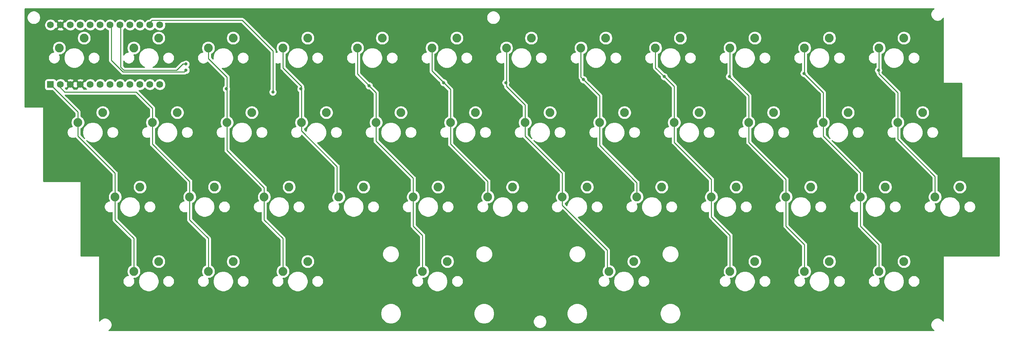
<source format=gbr>
G04 #@! TF.GenerationSoftware,KiCad,Pcbnew,(5.1.9-0-10_14)*
G04 #@! TF.CreationDate,2021-07-01T09:13:36-05:00*
G04 #@! TF.ProjectId,keyboard,6b657962-6f61-4726-942e-6b696361645f,rev?*
G04 #@! TF.SameCoordinates,Original*
G04 #@! TF.FileFunction,Copper,L1,Top*
G04 #@! TF.FilePolarity,Positive*
%FSLAX46Y46*%
G04 Gerber Fmt 4.6, Leading zero omitted, Abs format (unit mm)*
G04 Created by KiCad (PCBNEW (5.1.9-0-10_14)) date 2021-07-01 09:13:36*
%MOMM*%
%LPD*%
G01*
G04 APERTURE LIST*
G04 #@! TA.AperFunction,ComponentPad*
%ADD10C,1.752600*%
G04 #@! TD*
G04 #@! TA.AperFunction,ComponentPad*
%ADD11R,1.752600X1.752600*%
G04 #@! TD*
G04 #@! TA.AperFunction,ComponentPad*
%ADD12C,2.250000*%
G04 #@! TD*
G04 #@! TA.AperFunction,ViaPad*
%ADD13C,0.800000*%
G04 #@! TD*
G04 #@! TA.AperFunction,Conductor*
%ADD14C,0.250000*%
G04 #@! TD*
G04 #@! TA.AperFunction,Conductor*
%ADD15C,0.254000*%
G04 #@! TD*
G04 #@! TA.AperFunction,Conductor*
%ADD16C,0.100000*%
G04 #@! TD*
G04 APERTURE END LIST*
D10*
X28096100Y-21746900D03*
X56036100Y-36986900D03*
X30636100Y-21746900D03*
X33176100Y-21746900D03*
X35716100Y-21746900D03*
X38256100Y-21746900D03*
X40796100Y-21746900D03*
X43336100Y-21746900D03*
X45876100Y-21746900D03*
X48416100Y-21746900D03*
X50956100Y-21746900D03*
X53496100Y-21746900D03*
X56036100Y-21746900D03*
X53496100Y-36986900D03*
X50956100Y-36986900D03*
X48416100Y-36986900D03*
X45876100Y-36986900D03*
X43336100Y-36986900D03*
X40796100Y-36986900D03*
X38256100Y-36986900D03*
X35716100Y-36986900D03*
X33176100Y-36986900D03*
X30636100Y-36986900D03*
D11*
X28096100Y-36986900D03*
D12*
X70004500Y-63178200D03*
X63654500Y-65718200D03*
X150961900Y-25080600D03*
X144611900Y-27620600D03*
X89053300Y-63178200D03*
X82703300Y-65718200D03*
X74766700Y-82227000D03*
X68416700Y-84767000D03*
X74766700Y-25080600D03*
X68416700Y-27620600D03*
X127150900Y-63178200D03*
X120800900Y-65718200D03*
X170010700Y-25080600D03*
X163660700Y-27620600D03*
X36669100Y-25080600D03*
X30319100Y-27620600D03*
X131913100Y-25080600D03*
X125563100Y-27620600D03*
X129532000Y-82227000D03*
X123182000Y-84767000D03*
X246205900Y-82227000D03*
X239855900Y-84767000D03*
X177154000Y-82227000D03*
X170804000Y-84767000D03*
X241443700Y-63178200D03*
X235093700Y-65718200D03*
X50955700Y-63178200D03*
X44605700Y-65718200D03*
X231919300Y-44129400D03*
X225569300Y-46669400D03*
X79528900Y-44129400D03*
X73178900Y-46669400D03*
X112864300Y-25080600D03*
X106514300Y-27620600D03*
X250968100Y-44129400D03*
X244618100Y-46669400D03*
X55717900Y-25080600D03*
X49367900Y-27620600D03*
X227157100Y-25080600D03*
X220807100Y-27620600D03*
X208108300Y-25080600D03*
X201758300Y-27620600D03*
X165248500Y-63178200D03*
X158898500Y-65718200D03*
X208108300Y-82227000D03*
X201758300Y-84767000D03*
X184297300Y-63178200D03*
X177947300Y-65718200D03*
X212870500Y-44129400D03*
X206520500Y-46669400D03*
X193821700Y-44129400D03*
X187471700Y-46669400D03*
X174772900Y-44129400D03*
X168422900Y-46669400D03*
X189059500Y-25080600D03*
X182709500Y-27620600D03*
X155724100Y-44129400D03*
X149374100Y-46669400D03*
X136675300Y-44129400D03*
X130325300Y-46669400D03*
X117626500Y-44129400D03*
X111276500Y-46669400D03*
X227157100Y-82227000D03*
X220807100Y-84767000D03*
X93815500Y-25080600D03*
X87465500Y-27620600D03*
X222394900Y-63178200D03*
X216044900Y-65718200D03*
X98577700Y-44129400D03*
X92227700Y-46669400D03*
X41431300Y-44129400D03*
X35081300Y-46669400D03*
X55717900Y-82227000D03*
X49367900Y-84767000D03*
X203346100Y-63178200D03*
X196996100Y-65718200D03*
X108102100Y-63178200D03*
X101752100Y-65718200D03*
X246205900Y-25080600D03*
X239855900Y-27620600D03*
X146199700Y-63178200D03*
X139849700Y-65718200D03*
X93815500Y-82227000D03*
X87465500Y-84767000D03*
X60480100Y-44129400D03*
X54130100Y-46669400D03*
X260492500Y-63178200D03*
X254142500Y-65718200D03*
D13*
X84925900Y-38891300D03*
X239697400Y-33335400D03*
X62702300Y-31748000D03*
X73020400Y-38097600D03*
X128579400Y-36510200D03*
X92069200Y-38097600D03*
X184932100Y-34960420D03*
X201599800Y-34922800D03*
X109530600Y-37303900D03*
X144453400Y-36510200D03*
X164295900Y-35716500D03*
X220648600Y-34129100D03*
X62702300Y-33335400D03*
D14*
X54062201Y-20545599D02*
X53496100Y-21111700D01*
X84925900Y-28391998D02*
X77079501Y-20545599D01*
X53496100Y-21111700D02*
X53496100Y-21746900D01*
X77079501Y-20545599D02*
X54062201Y-20545599D01*
X84925900Y-38891300D02*
X84925900Y-28391998D01*
X244618100Y-39049800D02*
X244618100Y-46669400D01*
X239855900Y-34287600D02*
X244618100Y-39049800D01*
X244618100Y-46669400D02*
X244618100Y-50955300D01*
X254142500Y-60479700D02*
X254142500Y-65718200D01*
X244618100Y-50955300D02*
X254142500Y-60479700D01*
X239855900Y-33176900D02*
X239697400Y-33335400D01*
X239855900Y-31906500D02*
X239855900Y-33176900D01*
X239855900Y-27620600D02*
X239855900Y-31906500D01*
X239855900Y-31906500D02*
X239855900Y-34287600D01*
X46034600Y-21905400D02*
X45876100Y-21746900D01*
X46034600Y-32541700D02*
X46034600Y-21905400D01*
X62702300Y-31748000D02*
X61908600Y-31748000D01*
X46828300Y-33335400D02*
X46034600Y-32541700D01*
X61908600Y-31748000D02*
X60321200Y-33335400D01*
X60321200Y-33335400D02*
X46828300Y-33335400D01*
X54130100Y-46669400D02*
X54130100Y-52225700D01*
X63654500Y-61750100D02*
X63654500Y-65718200D01*
X54130100Y-52225700D02*
X63654500Y-61750100D01*
X63654500Y-65718200D02*
X63654500Y-71591500D01*
X68416700Y-76353700D02*
X68416700Y-84767000D01*
X63654500Y-71591500D02*
X68416700Y-76353700D01*
X54130100Y-46669400D02*
X54130100Y-43018300D01*
X54130100Y-43018300D02*
X50003100Y-38891300D01*
X50003100Y-38891300D02*
X31748000Y-38891300D01*
X31748000Y-38891300D02*
X30160600Y-37303900D01*
X73178900Y-46669400D02*
X73178900Y-53813100D01*
X82703300Y-63337500D02*
X82703300Y-65718200D01*
X73178900Y-53813100D02*
X82703300Y-63337500D01*
X82703300Y-65718200D02*
X82703300Y-71591500D01*
X87465500Y-76353700D02*
X87465500Y-84767000D01*
X82703300Y-71591500D02*
X87465500Y-76353700D01*
X68416700Y-27620600D02*
X68416700Y-30319100D01*
X68416700Y-30319100D02*
X73178900Y-35081300D01*
X73178900Y-37939100D02*
X73020400Y-38097600D01*
X73178900Y-35081300D02*
X73178900Y-37939100D01*
X73178900Y-37939100D02*
X73178900Y-46669400D01*
X125563100Y-27620600D02*
X125563100Y-33493900D01*
X130325300Y-38256100D02*
X130325300Y-46669400D01*
X130325300Y-46669400D02*
X130325300Y-52225700D01*
X139849700Y-61750100D02*
X139849700Y-65718200D01*
X130325300Y-52225700D02*
X139849700Y-61750100D01*
X129373100Y-37303900D02*
X128579400Y-36510200D01*
X125563100Y-33493900D02*
X129373100Y-37303900D01*
X129373100Y-37303900D02*
X130325300Y-38256100D01*
X87465500Y-27620600D02*
X87465500Y-32700200D01*
X87465500Y-32700200D02*
X92227700Y-37462400D01*
X92227700Y-48831374D02*
X101336426Y-57940100D01*
X92227700Y-46669400D02*
X92227700Y-48831374D01*
X101336426Y-65302526D02*
X101752100Y-65718200D01*
X101336426Y-57940100D02*
X101336426Y-65302526D01*
X92227700Y-37939100D02*
X92069200Y-38097600D01*
X92227700Y-37462400D02*
X92227700Y-37939100D01*
X92227700Y-37939100D02*
X92227700Y-46669400D01*
X182709500Y-27620600D02*
X182709500Y-32700200D01*
X187471700Y-37462400D02*
X187471700Y-46669400D01*
X187471700Y-46669400D02*
X187471700Y-51749000D01*
X196996100Y-61273400D02*
X196996100Y-65718200D01*
X187471700Y-51749000D02*
X196996100Y-61273400D01*
X196996100Y-65718200D02*
X196996100Y-70797800D01*
X201758300Y-75560000D02*
X201758300Y-84767000D01*
X196996100Y-70797800D02*
X201758300Y-75560000D01*
X184932100Y-34922800D02*
X184932100Y-34960420D01*
X182709500Y-32700200D02*
X184932100Y-34922800D01*
X184932100Y-34922800D02*
X187471700Y-37462400D01*
X35081300Y-46669400D02*
X35081300Y-50161600D01*
X44605700Y-59686000D02*
X44605700Y-65718200D01*
X35081300Y-50161600D02*
X44605700Y-59686000D01*
X44605700Y-65718200D02*
X44605700Y-71591500D01*
X49367900Y-76353700D02*
X49367900Y-84767000D01*
X44605700Y-71591500D02*
X49367900Y-76353700D01*
X35081300Y-43972100D02*
X28096100Y-36986900D01*
X35081300Y-46669400D02*
X35081300Y-43972100D01*
X206520500Y-39843500D02*
X206520500Y-46669400D01*
X201758300Y-35081300D02*
X206520500Y-39843500D01*
X206520500Y-46669400D02*
X206520500Y-51749000D01*
X216044900Y-61273400D02*
X216044900Y-65718200D01*
X206520500Y-51749000D02*
X216044900Y-61273400D01*
X216044900Y-65718200D02*
X216044900Y-73178900D01*
X220807100Y-77941100D02*
X220807100Y-84767000D01*
X216044900Y-73178900D02*
X220807100Y-77941100D01*
X201758300Y-34287600D02*
X201758300Y-34764300D01*
X201758300Y-34764300D02*
X201599800Y-34922800D01*
X201758300Y-27620600D02*
X201758300Y-34287600D01*
X201758300Y-34287600D02*
X201758300Y-35081300D01*
X106514300Y-27620600D02*
X106514300Y-34287600D01*
X111276500Y-39049800D02*
X111276500Y-46669400D01*
X111276500Y-46669400D02*
X111276500Y-51432000D01*
X120800900Y-60956400D02*
X120800900Y-65718200D01*
X111276500Y-51432000D02*
X120800900Y-60956400D01*
X120800900Y-65718200D02*
X120800900Y-73178900D01*
X123182000Y-75560000D02*
X123182000Y-84767000D01*
X120800900Y-73178900D02*
X123182000Y-75560000D01*
X106514300Y-34287600D02*
X109530600Y-37303900D01*
X109530600Y-37303900D02*
X111276500Y-39049800D01*
X149374100Y-42224600D02*
X149374100Y-46669400D01*
X144611900Y-37462400D02*
X149374100Y-42224600D01*
X149374100Y-46669400D02*
X149374100Y-50161600D01*
X158898500Y-59686000D02*
X158898500Y-65718200D01*
X149374100Y-50161600D02*
X158898500Y-59686000D01*
X158898500Y-67880174D02*
X170388326Y-79370000D01*
X158898500Y-65718200D02*
X158898500Y-67880174D01*
X170388326Y-84351326D02*
X170804000Y-84767000D01*
X170388326Y-79370000D02*
X170388326Y-84351326D01*
X144611900Y-36668700D02*
X144453400Y-36510200D01*
X144611900Y-27620600D02*
X144611900Y-36668700D01*
X144611900Y-36668700D02*
X144611900Y-37462400D01*
X163660700Y-27620600D02*
X163660700Y-35081300D01*
X168422900Y-39843500D02*
X168422900Y-46669400D01*
X168422900Y-46669400D02*
X168422900Y-52542700D01*
X177947300Y-62067100D02*
X177947300Y-65718200D01*
X168422900Y-52542700D02*
X177947300Y-62067100D01*
X163660700Y-35081300D02*
X164295900Y-35716500D01*
X164295900Y-35716500D02*
X168422900Y-39843500D01*
X225569300Y-39049800D02*
X225569300Y-46669400D01*
X220807100Y-34287600D02*
X225569300Y-39049800D01*
X225569300Y-46669400D02*
X225569300Y-50161600D01*
X235093700Y-59686000D02*
X235093700Y-65718200D01*
X225569300Y-50161600D02*
X235093700Y-59686000D01*
X235093700Y-65718200D02*
X235093700Y-73178900D01*
X239855900Y-77941100D02*
X239855900Y-84767000D01*
X235093700Y-73178900D02*
X239855900Y-77941100D01*
X220807100Y-33970600D02*
X220648600Y-34129100D01*
X220807100Y-27620600D02*
X220807100Y-33970600D01*
X220807100Y-33970600D02*
X220807100Y-34287600D01*
X46641899Y-33785409D02*
X43653500Y-30797010D01*
X62252291Y-33785409D02*
X46641899Y-33785409D01*
X43653500Y-22064300D02*
X43336100Y-21746900D01*
X43653500Y-30797010D02*
X43653500Y-22064300D01*
X62702300Y-33335400D02*
X62252291Y-33785409D01*
D15*
X253671702Y-17701137D02*
X253430037Y-17942802D01*
X253240163Y-18226969D01*
X253109375Y-18542719D01*
X253042700Y-18877917D01*
X253042700Y-19219683D01*
X253109375Y-19554881D01*
X253240163Y-19870631D01*
X253430037Y-20154798D01*
X253671702Y-20396463D01*
X253955869Y-20586337D01*
X254271619Y-20717125D01*
X254606817Y-20783800D01*
X254948583Y-20783800D01*
X255283781Y-20717125D01*
X255599531Y-20586337D01*
X255883698Y-20396463D01*
X256125363Y-20154798D01*
X256238100Y-19986075D01*
X256238100Y-36510200D01*
X256240540Y-36534976D01*
X256247767Y-36558801D01*
X256259503Y-36580757D01*
X256275297Y-36600003D01*
X256294543Y-36615797D01*
X256316499Y-36627533D01*
X256340324Y-36634760D01*
X256365100Y-36637200D01*
X260931940Y-36637200D01*
X260967147Y-36665914D01*
X261000300Y-36705989D01*
X261000300Y-55559000D01*
X261002740Y-55583776D01*
X261009967Y-55607601D01*
X261021703Y-55629557D01*
X261037497Y-55648803D01*
X261056743Y-55664597D01*
X261078699Y-55676333D01*
X261102524Y-55683560D01*
X261127300Y-55686000D01*
X270456340Y-55686000D01*
X270491547Y-55714714D01*
X270524700Y-55754789D01*
X270524700Y-80762040D01*
X270495986Y-80797247D01*
X270455911Y-80830400D01*
X256365100Y-80830400D01*
X256340324Y-80832840D01*
X256316499Y-80840067D01*
X256294543Y-80851803D01*
X256275297Y-80867597D01*
X256259503Y-80886843D01*
X256247767Y-80908799D01*
X256240540Y-80932624D01*
X256238100Y-80957400D01*
X256238100Y-97481525D01*
X256125363Y-97312802D01*
X255883698Y-97071137D01*
X255599531Y-96881263D01*
X255283781Y-96750475D01*
X254948583Y-96683800D01*
X254606817Y-96683800D01*
X254271619Y-96750475D01*
X253955869Y-96881263D01*
X253671702Y-97071137D01*
X253430037Y-97312802D01*
X253240163Y-97596969D01*
X253109375Y-97912719D01*
X253042700Y-98247917D01*
X253042700Y-98589683D01*
X253109375Y-98924881D01*
X253240163Y-99240631D01*
X253430037Y-99524798D01*
X253671702Y-99766463D01*
X253840425Y-99879200D01*
X43003375Y-99879200D01*
X43172098Y-99766463D01*
X43413763Y-99524798D01*
X43603637Y-99240631D01*
X43734425Y-98924881D01*
X43801100Y-98589683D01*
X43801100Y-98247917D01*
X43734425Y-97912719D01*
X43603637Y-97596969D01*
X43413763Y-97312802D01*
X43172098Y-97071137D01*
X42887931Y-96881263D01*
X42572181Y-96750475D01*
X42236983Y-96683800D01*
X41895217Y-96683800D01*
X41560019Y-96750475D01*
X41244269Y-96881263D01*
X40960102Y-97071137D01*
X40718437Y-97312802D01*
X40605700Y-97481525D01*
X40605700Y-95303076D01*
X112456850Y-95303076D01*
X112456850Y-95820924D01*
X112557877Y-96328822D01*
X112756049Y-96807251D01*
X113043750Y-97237826D01*
X113409924Y-97604000D01*
X113840499Y-97891701D01*
X114318928Y-98089873D01*
X114826826Y-98190900D01*
X115344674Y-98190900D01*
X115852572Y-98089873D01*
X116331001Y-97891701D01*
X116761576Y-97604000D01*
X117127750Y-97237826D01*
X117415451Y-96807251D01*
X117613623Y-96328822D01*
X117714650Y-95820924D01*
X117714650Y-95303076D01*
X136269350Y-95303076D01*
X136269350Y-95820924D01*
X136370377Y-96328822D01*
X136568549Y-96807251D01*
X136856250Y-97237826D01*
X137222424Y-97604000D01*
X137652999Y-97891701D01*
X138131428Y-98089873D01*
X138639326Y-98190900D01*
X139157174Y-98190900D01*
X139665072Y-98089873D01*
X140143501Y-97891701D01*
X140574076Y-97604000D01*
X140723859Y-97454217D01*
X151449100Y-97454217D01*
X151449100Y-97795983D01*
X151515775Y-98131181D01*
X151646563Y-98446931D01*
X151836437Y-98731098D01*
X152078102Y-98972763D01*
X152362269Y-99162637D01*
X152678019Y-99293425D01*
X153013217Y-99360100D01*
X153354983Y-99360100D01*
X153690181Y-99293425D01*
X154005931Y-99162637D01*
X154290098Y-98972763D01*
X154531763Y-98731098D01*
X154721637Y-98446931D01*
X154852425Y-98131181D01*
X154919100Y-97795983D01*
X154919100Y-97454217D01*
X154852425Y-97119019D01*
X154721637Y-96803269D01*
X154531763Y-96519102D01*
X154290098Y-96277437D01*
X154005931Y-96087563D01*
X153690181Y-95956775D01*
X153354983Y-95890100D01*
X153013217Y-95890100D01*
X152678019Y-95956775D01*
X152362269Y-96087563D01*
X152078102Y-96277437D01*
X151836437Y-96519102D01*
X151646563Y-96803269D01*
X151515775Y-97119019D01*
X151449100Y-97454217D01*
X140723859Y-97454217D01*
X140940250Y-97237826D01*
X141227951Y-96807251D01*
X141426123Y-96328822D01*
X141527150Y-95820924D01*
X141527150Y-95303076D01*
X160078850Y-95303076D01*
X160078850Y-95820924D01*
X160179877Y-96328822D01*
X160378049Y-96807251D01*
X160665750Y-97237826D01*
X161031924Y-97604000D01*
X161462499Y-97891701D01*
X161940928Y-98089873D01*
X162448826Y-98190900D01*
X162966674Y-98190900D01*
X163474572Y-98089873D01*
X163953001Y-97891701D01*
X164383576Y-97604000D01*
X164749750Y-97237826D01*
X165037451Y-96807251D01*
X165235623Y-96328822D01*
X165336650Y-95820924D01*
X165336650Y-95303076D01*
X183891350Y-95303076D01*
X183891350Y-95820924D01*
X183992377Y-96328822D01*
X184190549Y-96807251D01*
X184478250Y-97237826D01*
X184844424Y-97604000D01*
X185274999Y-97891701D01*
X185753428Y-98089873D01*
X186261326Y-98190900D01*
X186779174Y-98190900D01*
X187287072Y-98089873D01*
X187765501Y-97891701D01*
X188196076Y-97604000D01*
X188562250Y-97237826D01*
X188849951Y-96807251D01*
X189048123Y-96328822D01*
X189149150Y-95820924D01*
X189149150Y-95303076D01*
X189048123Y-94795178D01*
X188849951Y-94316749D01*
X188562250Y-93886174D01*
X188196076Y-93520000D01*
X187765501Y-93232299D01*
X187287072Y-93034127D01*
X186779174Y-92933100D01*
X186261326Y-92933100D01*
X185753428Y-93034127D01*
X185274999Y-93232299D01*
X184844424Y-93520000D01*
X184478250Y-93886174D01*
X184190549Y-94316749D01*
X183992377Y-94795178D01*
X183891350Y-95303076D01*
X165336650Y-95303076D01*
X165235623Y-94795178D01*
X165037451Y-94316749D01*
X164749750Y-93886174D01*
X164383576Y-93520000D01*
X163953001Y-93232299D01*
X163474572Y-93034127D01*
X162966674Y-92933100D01*
X162448826Y-92933100D01*
X161940928Y-93034127D01*
X161462499Y-93232299D01*
X161031924Y-93520000D01*
X160665750Y-93886174D01*
X160378049Y-94316749D01*
X160179877Y-94795178D01*
X160078850Y-95303076D01*
X141527150Y-95303076D01*
X141426123Y-94795178D01*
X141227951Y-94316749D01*
X140940250Y-93886174D01*
X140574076Y-93520000D01*
X140143501Y-93232299D01*
X139665072Y-93034127D01*
X139157174Y-92933100D01*
X138639326Y-92933100D01*
X138131428Y-93034127D01*
X137652999Y-93232299D01*
X137222424Y-93520000D01*
X136856250Y-93886174D01*
X136568549Y-94316749D01*
X136370377Y-94795178D01*
X136269350Y-95303076D01*
X117714650Y-95303076D01*
X117613623Y-94795178D01*
X117415451Y-94316749D01*
X117127750Y-93886174D01*
X116761576Y-93520000D01*
X116331001Y-93232299D01*
X115852572Y-93034127D01*
X115344674Y-92933100D01*
X114826826Y-92933100D01*
X114318928Y-93034127D01*
X113840499Y-93232299D01*
X113409924Y-93520000D01*
X113043750Y-93886174D01*
X112756049Y-94316749D01*
X112557877Y-94795178D01*
X112456850Y-95303076D01*
X40605700Y-95303076D01*
X40605700Y-80957400D01*
X40603260Y-80932624D01*
X40596033Y-80908799D01*
X40584297Y-80886843D01*
X40568503Y-80867597D01*
X40549257Y-80851803D01*
X40527301Y-80840067D01*
X40503476Y-80832840D01*
X40478700Y-80830400D01*
X35911860Y-80830400D01*
X35876653Y-80801686D01*
X35843500Y-80761611D01*
X35843500Y-61908600D01*
X35841060Y-61883824D01*
X35833833Y-61859999D01*
X35822097Y-61838043D01*
X35806303Y-61818797D01*
X35787057Y-61803003D01*
X35765101Y-61791267D01*
X35741276Y-61784040D01*
X35716500Y-61781600D01*
X26387460Y-61781600D01*
X26352253Y-61752886D01*
X26319100Y-61712811D01*
X26319100Y-42859800D01*
X26316660Y-42835024D01*
X26309433Y-42811199D01*
X26297697Y-42789243D01*
X26281903Y-42769997D01*
X26262657Y-42754203D01*
X26240701Y-42742467D01*
X26216876Y-42735240D01*
X26192100Y-42732800D01*
X21625260Y-42732800D01*
X21590053Y-42704086D01*
X21556900Y-42664011D01*
X21556900Y-36110600D01*
X26581728Y-36110600D01*
X26581728Y-37863200D01*
X26593988Y-37987682D01*
X26630298Y-38107380D01*
X26689263Y-38217694D01*
X26768615Y-38314385D01*
X26865306Y-38393737D01*
X26975620Y-38452702D01*
X27095318Y-38489012D01*
X27219800Y-38501272D01*
X28535671Y-38501272D01*
X34321301Y-44286903D01*
X34321301Y-45079192D01*
X34247627Y-45109708D01*
X33959365Y-45302319D01*
X33714219Y-45547465D01*
X33521608Y-45835727D01*
X33388936Y-46156027D01*
X33321300Y-46496055D01*
X33321300Y-46842745D01*
X33388936Y-47182773D01*
X33521608Y-47503073D01*
X33653938Y-47701119D01*
X33370849Y-47757429D01*
X33096047Y-47871256D01*
X32848731Y-48036507D01*
X32638407Y-48246831D01*
X32473156Y-48494147D01*
X32359329Y-48768949D01*
X32301300Y-49060678D01*
X32301300Y-49358122D01*
X32359329Y-49649851D01*
X32473156Y-49924653D01*
X32638407Y-50171969D01*
X32848731Y-50382293D01*
X33096047Y-50547544D01*
X33370849Y-50661371D01*
X33662578Y-50719400D01*
X33960022Y-50719400D01*
X34251751Y-50661371D01*
X34444094Y-50581700D01*
X34446326Y-50585876D01*
X34508284Y-50661371D01*
X34541300Y-50701601D01*
X34570298Y-50725399D01*
X43845700Y-60000802D01*
X43845701Y-64127991D01*
X43772027Y-64158508D01*
X43483765Y-64351119D01*
X43238619Y-64596265D01*
X43046008Y-64884527D01*
X42913336Y-65204827D01*
X42845700Y-65544855D01*
X42845700Y-65891545D01*
X42913336Y-66231573D01*
X43046008Y-66551873D01*
X43178338Y-66749919D01*
X42895249Y-66806229D01*
X42620447Y-66920056D01*
X42373131Y-67085307D01*
X42162807Y-67295631D01*
X41997556Y-67542947D01*
X41883729Y-67817749D01*
X41825700Y-68109478D01*
X41825700Y-68406922D01*
X41883729Y-68698651D01*
X41997556Y-68973453D01*
X42162807Y-69220769D01*
X42373131Y-69431093D01*
X42620447Y-69596344D01*
X42895249Y-69710171D01*
X43186978Y-69768200D01*
X43484422Y-69768200D01*
X43776151Y-69710171D01*
X43845701Y-69681363D01*
X43845701Y-71554168D01*
X43842024Y-71591500D01*
X43856698Y-71740485D01*
X43900154Y-71883746D01*
X43970726Y-72015776D01*
X44041901Y-72102502D01*
X44065700Y-72131501D01*
X44094698Y-72155299D01*
X48607900Y-76668502D01*
X48607901Y-83176791D01*
X48534227Y-83207308D01*
X48245965Y-83399919D01*
X48000819Y-83645065D01*
X47808208Y-83933327D01*
X47675536Y-84253627D01*
X47607900Y-84593655D01*
X47607900Y-84940345D01*
X47675536Y-85280373D01*
X47808208Y-85600673D01*
X47940538Y-85798719D01*
X47657449Y-85855029D01*
X47382647Y-85968856D01*
X47135331Y-86134107D01*
X46925007Y-86344431D01*
X46759756Y-86591747D01*
X46645929Y-86866549D01*
X46587900Y-87158278D01*
X46587900Y-87455722D01*
X46645929Y-87747451D01*
X46759756Y-88022253D01*
X46925007Y-88269569D01*
X47135331Y-88479893D01*
X47382647Y-88645144D01*
X47657449Y-88758971D01*
X47949178Y-88817000D01*
X48246622Y-88817000D01*
X48538351Y-88758971D01*
X48813153Y-88645144D01*
X49060469Y-88479893D01*
X49270793Y-88269569D01*
X49436044Y-88022253D01*
X49549871Y-87747451D01*
X49607900Y-87455722D01*
X49607900Y-87158278D01*
X49585980Y-87048076D01*
X50549000Y-87048076D01*
X50549000Y-87565924D01*
X50650027Y-88073822D01*
X50848199Y-88552251D01*
X51135900Y-88982826D01*
X51502074Y-89349000D01*
X51932649Y-89636701D01*
X52411078Y-89834873D01*
X52918976Y-89935900D01*
X53436824Y-89935900D01*
X53944722Y-89834873D01*
X54423151Y-89636701D01*
X54853726Y-89349000D01*
X55219900Y-88982826D01*
X55507601Y-88552251D01*
X55705773Y-88073822D01*
X55806800Y-87565924D01*
X55806800Y-87158278D01*
X56747900Y-87158278D01*
X56747900Y-87455722D01*
X56805929Y-87747451D01*
X56919756Y-88022253D01*
X57085007Y-88269569D01*
X57295331Y-88479893D01*
X57542647Y-88645144D01*
X57817449Y-88758971D01*
X58109178Y-88817000D01*
X58406622Y-88817000D01*
X58698351Y-88758971D01*
X58973153Y-88645144D01*
X59220469Y-88479893D01*
X59430793Y-88269569D01*
X59596044Y-88022253D01*
X59709871Y-87747451D01*
X59767900Y-87455722D01*
X59767900Y-87158278D01*
X59709871Y-86866549D01*
X59596044Y-86591747D01*
X59430793Y-86344431D01*
X59220469Y-86134107D01*
X58973153Y-85968856D01*
X58698351Y-85855029D01*
X58406622Y-85797000D01*
X58109178Y-85797000D01*
X57817449Y-85855029D01*
X57542647Y-85968856D01*
X57295331Y-86134107D01*
X57085007Y-86344431D01*
X56919756Y-86591747D01*
X56805929Y-86866549D01*
X56747900Y-87158278D01*
X55806800Y-87158278D01*
X55806800Y-87048076D01*
X55705773Y-86540178D01*
X55507601Y-86061749D01*
X55219900Y-85631174D01*
X54853726Y-85265000D01*
X54423151Y-84977299D01*
X53944722Y-84779127D01*
X53436824Y-84678100D01*
X52918976Y-84678100D01*
X52411078Y-84779127D01*
X51932649Y-84977299D01*
X51502074Y-85265000D01*
X51135900Y-85631174D01*
X50848199Y-86061749D01*
X50650027Y-86540178D01*
X50549000Y-87048076D01*
X49585980Y-87048076D01*
X49549871Y-86866549D01*
X49436044Y-86591747D01*
X49392782Y-86527000D01*
X49541245Y-86527000D01*
X49881273Y-86459364D01*
X50201573Y-86326692D01*
X50489835Y-86134081D01*
X50734981Y-85888935D01*
X50927592Y-85600673D01*
X51060264Y-85280373D01*
X51127900Y-84940345D01*
X51127900Y-84593655D01*
X51060264Y-84253627D01*
X50927592Y-83933327D01*
X50734981Y-83645065D01*
X50489835Y-83399919D01*
X50201573Y-83207308D01*
X50127900Y-83176792D01*
X50127900Y-82053655D01*
X53957900Y-82053655D01*
X53957900Y-82400345D01*
X54025536Y-82740373D01*
X54158208Y-83060673D01*
X54350819Y-83348935D01*
X54595965Y-83594081D01*
X54884227Y-83786692D01*
X55204527Y-83919364D01*
X55544555Y-83987000D01*
X55891245Y-83987000D01*
X56231273Y-83919364D01*
X56551573Y-83786692D01*
X56839835Y-83594081D01*
X57084981Y-83348935D01*
X57277592Y-83060673D01*
X57410264Y-82740373D01*
X57477900Y-82400345D01*
X57477900Y-82053655D01*
X57410264Y-81713627D01*
X57277592Y-81393327D01*
X57084981Y-81105065D01*
X56839835Y-80859919D01*
X56551573Y-80667308D01*
X56231273Y-80534636D01*
X55891245Y-80467000D01*
X55544555Y-80467000D01*
X55204527Y-80534636D01*
X54884227Y-80667308D01*
X54595965Y-80859919D01*
X54350819Y-81105065D01*
X54158208Y-81393327D01*
X54025536Y-81713627D01*
X53957900Y-82053655D01*
X50127900Y-82053655D01*
X50127900Y-76391023D01*
X50131576Y-76353700D01*
X50127900Y-76316377D01*
X50127900Y-76316367D01*
X50116903Y-76204714D01*
X50073446Y-76061453D01*
X50002874Y-75929424D01*
X49907901Y-75813699D01*
X49878904Y-75789902D01*
X45365700Y-71276699D01*
X45365700Y-67999276D01*
X45786800Y-67999276D01*
X45786800Y-68517124D01*
X45887827Y-69025022D01*
X46085999Y-69503451D01*
X46373700Y-69934026D01*
X46739874Y-70300200D01*
X47170449Y-70587901D01*
X47648878Y-70786073D01*
X48156776Y-70887100D01*
X48674624Y-70887100D01*
X49182522Y-70786073D01*
X49660951Y-70587901D01*
X50091526Y-70300200D01*
X50457700Y-69934026D01*
X50745401Y-69503451D01*
X50943573Y-69025022D01*
X51044600Y-68517124D01*
X51044600Y-68109478D01*
X51985700Y-68109478D01*
X51985700Y-68406922D01*
X52043729Y-68698651D01*
X52157556Y-68973453D01*
X52322807Y-69220769D01*
X52533131Y-69431093D01*
X52780447Y-69596344D01*
X53055249Y-69710171D01*
X53346978Y-69768200D01*
X53644422Y-69768200D01*
X53936151Y-69710171D01*
X54210953Y-69596344D01*
X54458269Y-69431093D01*
X54668593Y-69220769D01*
X54833844Y-68973453D01*
X54947671Y-68698651D01*
X55005700Y-68406922D01*
X55005700Y-68109478D01*
X54947671Y-67817749D01*
X54833844Y-67542947D01*
X54668593Y-67295631D01*
X54458269Y-67085307D01*
X54210953Y-66920056D01*
X53936151Y-66806229D01*
X53644422Y-66748200D01*
X53346978Y-66748200D01*
X53055249Y-66806229D01*
X52780447Y-66920056D01*
X52533131Y-67085307D01*
X52322807Y-67295631D01*
X52157556Y-67542947D01*
X52043729Y-67817749D01*
X51985700Y-68109478D01*
X51044600Y-68109478D01*
X51044600Y-67999276D01*
X50943573Y-67491378D01*
X50745401Y-67012949D01*
X50457700Y-66582374D01*
X50091526Y-66216200D01*
X49660951Y-65928499D01*
X49182522Y-65730327D01*
X48674624Y-65629300D01*
X48156776Y-65629300D01*
X47648878Y-65730327D01*
X47170449Y-65928499D01*
X46739874Y-66216200D01*
X46373700Y-66582374D01*
X46085999Y-67012949D01*
X45887827Y-67491378D01*
X45786800Y-67999276D01*
X45365700Y-67999276D01*
X45365700Y-67308408D01*
X45439373Y-67277892D01*
X45727635Y-67085281D01*
X45972781Y-66840135D01*
X46165392Y-66551873D01*
X46298064Y-66231573D01*
X46365700Y-65891545D01*
X46365700Y-65544855D01*
X46298064Y-65204827D01*
X46165392Y-64884527D01*
X45972781Y-64596265D01*
X45727635Y-64351119D01*
X45439373Y-64158508D01*
X45365700Y-64127992D01*
X45365700Y-63004855D01*
X49195700Y-63004855D01*
X49195700Y-63351545D01*
X49263336Y-63691573D01*
X49396008Y-64011873D01*
X49588619Y-64300135D01*
X49833765Y-64545281D01*
X50122027Y-64737892D01*
X50442327Y-64870564D01*
X50782355Y-64938200D01*
X51129045Y-64938200D01*
X51469073Y-64870564D01*
X51789373Y-64737892D01*
X52077635Y-64545281D01*
X52322781Y-64300135D01*
X52515392Y-64011873D01*
X52648064Y-63691573D01*
X52715700Y-63351545D01*
X52715700Y-63004855D01*
X52648064Y-62664827D01*
X52515392Y-62344527D01*
X52322781Y-62056265D01*
X52077635Y-61811119D01*
X51789373Y-61618508D01*
X51469073Y-61485836D01*
X51129045Y-61418200D01*
X50782355Y-61418200D01*
X50442327Y-61485836D01*
X50122027Y-61618508D01*
X49833765Y-61811119D01*
X49588619Y-62056265D01*
X49396008Y-62344527D01*
X49263336Y-62664827D01*
X49195700Y-63004855D01*
X45365700Y-63004855D01*
X45365700Y-59723325D01*
X45369376Y-59686000D01*
X45365700Y-59648675D01*
X45365700Y-59648667D01*
X45354703Y-59537014D01*
X45311246Y-59393753D01*
X45240674Y-59261724D01*
X45145701Y-59145999D01*
X45116704Y-59122202D01*
X37307171Y-51312670D01*
X37646049Y-51539101D01*
X38124478Y-51737273D01*
X38632376Y-51838300D01*
X39150224Y-51838300D01*
X39658122Y-51737273D01*
X40136551Y-51539101D01*
X40567126Y-51251400D01*
X40933300Y-50885226D01*
X41221001Y-50454651D01*
X41419173Y-49976222D01*
X41520200Y-49468324D01*
X41520200Y-49060678D01*
X42461300Y-49060678D01*
X42461300Y-49358122D01*
X42519329Y-49649851D01*
X42633156Y-49924653D01*
X42798407Y-50171969D01*
X43008731Y-50382293D01*
X43256047Y-50547544D01*
X43530849Y-50661371D01*
X43822578Y-50719400D01*
X44120022Y-50719400D01*
X44411751Y-50661371D01*
X44686553Y-50547544D01*
X44933869Y-50382293D01*
X45144193Y-50171969D01*
X45309444Y-49924653D01*
X45423271Y-49649851D01*
X45481300Y-49358122D01*
X45481300Y-49060678D01*
X45423271Y-48768949D01*
X45309444Y-48494147D01*
X45144193Y-48246831D01*
X44933869Y-48036507D01*
X44686553Y-47871256D01*
X44411751Y-47757429D01*
X44120022Y-47699400D01*
X43822578Y-47699400D01*
X43530849Y-47757429D01*
X43256047Y-47871256D01*
X43008731Y-48036507D01*
X42798407Y-48246831D01*
X42633156Y-48494147D01*
X42519329Y-48768949D01*
X42461300Y-49060678D01*
X41520200Y-49060678D01*
X41520200Y-48950476D01*
X41419173Y-48442578D01*
X41221001Y-47964149D01*
X40933300Y-47533574D01*
X40567126Y-47167400D01*
X40136551Y-46879699D01*
X39658122Y-46681527D01*
X39150224Y-46580500D01*
X38632376Y-46580500D01*
X38124478Y-46681527D01*
X37646049Y-46879699D01*
X37215474Y-47167400D01*
X36849300Y-47533574D01*
X36561599Y-47964149D01*
X36363427Y-48442578D01*
X36262400Y-48950476D01*
X36262400Y-49468324D01*
X36363427Y-49976222D01*
X36561599Y-50454651D01*
X36788030Y-50793529D01*
X35841300Y-49846799D01*
X35841300Y-48259608D01*
X35914973Y-48229092D01*
X36203235Y-48036481D01*
X36448381Y-47791335D01*
X36640992Y-47503073D01*
X36773664Y-47182773D01*
X36841300Y-46842745D01*
X36841300Y-46496055D01*
X36773664Y-46156027D01*
X36640992Y-45835727D01*
X36448381Y-45547465D01*
X36203235Y-45302319D01*
X35914973Y-45109708D01*
X35841300Y-45079192D01*
X35841300Y-44009433D01*
X35844977Y-43972100D01*
X35843397Y-43956055D01*
X39671300Y-43956055D01*
X39671300Y-44302745D01*
X39738936Y-44642773D01*
X39871608Y-44963073D01*
X40064219Y-45251335D01*
X40309365Y-45496481D01*
X40597627Y-45689092D01*
X40917927Y-45821764D01*
X41257955Y-45889400D01*
X41604645Y-45889400D01*
X41944673Y-45821764D01*
X42264973Y-45689092D01*
X42553235Y-45496481D01*
X42798381Y-45251335D01*
X42990992Y-44963073D01*
X43123664Y-44642773D01*
X43191300Y-44302745D01*
X43191300Y-43956055D01*
X43123664Y-43616027D01*
X42990992Y-43295727D01*
X42798381Y-43007465D01*
X42553235Y-42762319D01*
X42264973Y-42569708D01*
X41944673Y-42437036D01*
X41604645Y-42369400D01*
X41257955Y-42369400D01*
X40917927Y-42437036D01*
X40597627Y-42569708D01*
X40309365Y-42762319D01*
X40064219Y-43007465D01*
X39871608Y-43295727D01*
X39738936Y-43616027D01*
X39671300Y-43956055D01*
X35843397Y-43956055D01*
X35830303Y-43823114D01*
X35786846Y-43679853D01*
X35716274Y-43547824D01*
X35645099Y-43461097D01*
X35621301Y-43432099D01*
X35592303Y-43408301D01*
X31835301Y-39651300D01*
X49688299Y-39651300D01*
X53370101Y-43333103D01*
X53370100Y-45079192D01*
X53296427Y-45109708D01*
X53008165Y-45302319D01*
X52763019Y-45547465D01*
X52570408Y-45835727D01*
X52437736Y-46156027D01*
X52370100Y-46496055D01*
X52370100Y-46842745D01*
X52437736Y-47182773D01*
X52570408Y-47503073D01*
X52702738Y-47701119D01*
X52419649Y-47757429D01*
X52144847Y-47871256D01*
X51897531Y-48036507D01*
X51687207Y-48246831D01*
X51521956Y-48494147D01*
X51408129Y-48768949D01*
X51350100Y-49060678D01*
X51350100Y-49358122D01*
X51408129Y-49649851D01*
X51521956Y-49924653D01*
X51687207Y-50171969D01*
X51897531Y-50382293D01*
X52144847Y-50547544D01*
X52419649Y-50661371D01*
X52711378Y-50719400D01*
X53008822Y-50719400D01*
X53300551Y-50661371D01*
X53370101Y-50632562D01*
X53370101Y-52188368D01*
X53366424Y-52225700D01*
X53370101Y-52263033D01*
X53381098Y-52374686D01*
X53386870Y-52393715D01*
X53424554Y-52517946D01*
X53495126Y-52649976D01*
X53566301Y-52736702D01*
X53590100Y-52765701D01*
X53619098Y-52789499D01*
X62894500Y-62064902D01*
X62894501Y-64127992D01*
X62820827Y-64158508D01*
X62532565Y-64351119D01*
X62287419Y-64596265D01*
X62094808Y-64884527D01*
X61962136Y-65204827D01*
X61894500Y-65544855D01*
X61894500Y-65891545D01*
X61962136Y-66231573D01*
X62094808Y-66551873D01*
X62227138Y-66749919D01*
X61944049Y-66806229D01*
X61669247Y-66920056D01*
X61421931Y-67085307D01*
X61211607Y-67295631D01*
X61046356Y-67542947D01*
X60932529Y-67817749D01*
X60874500Y-68109478D01*
X60874500Y-68406922D01*
X60932529Y-68698651D01*
X61046356Y-68973453D01*
X61211607Y-69220769D01*
X61421931Y-69431093D01*
X61669247Y-69596344D01*
X61944049Y-69710171D01*
X62235778Y-69768200D01*
X62533222Y-69768200D01*
X62824951Y-69710171D01*
X62894501Y-69681363D01*
X62894501Y-71554168D01*
X62890824Y-71591500D01*
X62905498Y-71740485D01*
X62948954Y-71883746D01*
X63019526Y-72015776D01*
X63090701Y-72102502D01*
X63114500Y-72131501D01*
X63143498Y-72155299D01*
X67656700Y-76668502D01*
X67656701Y-83176791D01*
X67583027Y-83207308D01*
X67294765Y-83399919D01*
X67049619Y-83645065D01*
X66857008Y-83933327D01*
X66724336Y-84253627D01*
X66656700Y-84593655D01*
X66656700Y-84940345D01*
X66724336Y-85280373D01*
X66857008Y-85600673D01*
X66989338Y-85798719D01*
X66706249Y-85855029D01*
X66431447Y-85968856D01*
X66184131Y-86134107D01*
X65973807Y-86344431D01*
X65808556Y-86591747D01*
X65694729Y-86866549D01*
X65636700Y-87158278D01*
X65636700Y-87455722D01*
X65694729Y-87747451D01*
X65808556Y-88022253D01*
X65973807Y-88269569D01*
X66184131Y-88479893D01*
X66431447Y-88645144D01*
X66706249Y-88758971D01*
X66997978Y-88817000D01*
X67295422Y-88817000D01*
X67587151Y-88758971D01*
X67861953Y-88645144D01*
X68109269Y-88479893D01*
X68319593Y-88269569D01*
X68484844Y-88022253D01*
X68598671Y-87747451D01*
X68656700Y-87455722D01*
X68656700Y-87158278D01*
X68634780Y-87048076D01*
X69597800Y-87048076D01*
X69597800Y-87565924D01*
X69698827Y-88073822D01*
X69896999Y-88552251D01*
X70184700Y-88982826D01*
X70550874Y-89349000D01*
X70981449Y-89636701D01*
X71459878Y-89834873D01*
X71967776Y-89935900D01*
X72485624Y-89935900D01*
X72993522Y-89834873D01*
X73471951Y-89636701D01*
X73902526Y-89349000D01*
X74268700Y-88982826D01*
X74556401Y-88552251D01*
X74754573Y-88073822D01*
X74855600Y-87565924D01*
X74855600Y-87158278D01*
X75796700Y-87158278D01*
X75796700Y-87455722D01*
X75854729Y-87747451D01*
X75968556Y-88022253D01*
X76133807Y-88269569D01*
X76344131Y-88479893D01*
X76591447Y-88645144D01*
X76866249Y-88758971D01*
X77157978Y-88817000D01*
X77455422Y-88817000D01*
X77747151Y-88758971D01*
X78021953Y-88645144D01*
X78269269Y-88479893D01*
X78479593Y-88269569D01*
X78644844Y-88022253D01*
X78758671Y-87747451D01*
X78816700Y-87455722D01*
X78816700Y-87158278D01*
X78758671Y-86866549D01*
X78644844Y-86591747D01*
X78479593Y-86344431D01*
X78269269Y-86134107D01*
X78021953Y-85968856D01*
X77747151Y-85855029D01*
X77455422Y-85797000D01*
X77157978Y-85797000D01*
X76866249Y-85855029D01*
X76591447Y-85968856D01*
X76344131Y-86134107D01*
X76133807Y-86344431D01*
X75968556Y-86591747D01*
X75854729Y-86866549D01*
X75796700Y-87158278D01*
X74855600Y-87158278D01*
X74855600Y-87048076D01*
X74754573Y-86540178D01*
X74556401Y-86061749D01*
X74268700Y-85631174D01*
X73902526Y-85265000D01*
X73471951Y-84977299D01*
X72993522Y-84779127D01*
X72485624Y-84678100D01*
X71967776Y-84678100D01*
X71459878Y-84779127D01*
X70981449Y-84977299D01*
X70550874Y-85265000D01*
X70184700Y-85631174D01*
X69896999Y-86061749D01*
X69698827Y-86540178D01*
X69597800Y-87048076D01*
X68634780Y-87048076D01*
X68598671Y-86866549D01*
X68484844Y-86591747D01*
X68441582Y-86527000D01*
X68590045Y-86527000D01*
X68930073Y-86459364D01*
X69250373Y-86326692D01*
X69538635Y-86134081D01*
X69783781Y-85888935D01*
X69976392Y-85600673D01*
X70109064Y-85280373D01*
X70176700Y-84940345D01*
X70176700Y-84593655D01*
X70109064Y-84253627D01*
X69976392Y-83933327D01*
X69783781Y-83645065D01*
X69538635Y-83399919D01*
X69250373Y-83207308D01*
X69176700Y-83176792D01*
X69176700Y-82053655D01*
X73006700Y-82053655D01*
X73006700Y-82400345D01*
X73074336Y-82740373D01*
X73207008Y-83060673D01*
X73399619Y-83348935D01*
X73644765Y-83594081D01*
X73933027Y-83786692D01*
X74253327Y-83919364D01*
X74593355Y-83987000D01*
X74940045Y-83987000D01*
X75280073Y-83919364D01*
X75600373Y-83786692D01*
X75888635Y-83594081D01*
X76133781Y-83348935D01*
X76326392Y-83060673D01*
X76459064Y-82740373D01*
X76526700Y-82400345D01*
X76526700Y-82053655D01*
X76459064Y-81713627D01*
X76326392Y-81393327D01*
X76133781Y-81105065D01*
X75888635Y-80859919D01*
X75600373Y-80667308D01*
X75280073Y-80534636D01*
X74940045Y-80467000D01*
X74593355Y-80467000D01*
X74253327Y-80534636D01*
X73933027Y-80667308D01*
X73644765Y-80859919D01*
X73399619Y-81105065D01*
X73207008Y-81393327D01*
X73074336Y-81713627D01*
X73006700Y-82053655D01*
X69176700Y-82053655D01*
X69176700Y-76391023D01*
X69180376Y-76353700D01*
X69176700Y-76316377D01*
X69176700Y-76316367D01*
X69165703Y-76204714D01*
X69122246Y-76061453D01*
X69051674Y-75929424D01*
X68956701Y-75813699D01*
X68927704Y-75789902D01*
X64414500Y-71276699D01*
X64414500Y-67999276D01*
X64835600Y-67999276D01*
X64835600Y-68517124D01*
X64936627Y-69025022D01*
X65134799Y-69503451D01*
X65422500Y-69934026D01*
X65788674Y-70300200D01*
X66219249Y-70587901D01*
X66697678Y-70786073D01*
X67205576Y-70887100D01*
X67723424Y-70887100D01*
X68231322Y-70786073D01*
X68709751Y-70587901D01*
X69140326Y-70300200D01*
X69506500Y-69934026D01*
X69794201Y-69503451D01*
X69992373Y-69025022D01*
X70093400Y-68517124D01*
X70093400Y-68109478D01*
X71034500Y-68109478D01*
X71034500Y-68406922D01*
X71092529Y-68698651D01*
X71206356Y-68973453D01*
X71371607Y-69220769D01*
X71581931Y-69431093D01*
X71829247Y-69596344D01*
X72104049Y-69710171D01*
X72395778Y-69768200D01*
X72693222Y-69768200D01*
X72984951Y-69710171D01*
X73259753Y-69596344D01*
X73507069Y-69431093D01*
X73717393Y-69220769D01*
X73882644Y-68973453D01*
X73996471Y-68698651D01*
X74054500Y-68406922D01*
X74054500Y-68109478D01*
X73996471Y-67817749D01*
X73882644Y-67542947D01*
X73717393Y-67295631D01*
X73507069Y-67085307D01*
X73259753Y-66920056D01*
X72984951Y-66806229D01*
X72693222Y-66748200D01*
X72395778Y-66748200D01*
X72104049Y-66806229D01*
X71829247Y-66920056D01*
X71581931Y-67085307D01*
X71371607Y-67295631D01*
X71206356Y-67542947D01*
X71092529Y-67817749D01*
X71034500Y-68109478D01*
X70093400Y-68109478D01*
X70093400Y-67999276D01*
X69992373Y-67491378D01*
X69794201Y-67012949D01*
X69506500Y-66582374D01*
X69140326Y-66216200D01*
X68709751Y-65928499D01*
X68231322Y-65730327D01*
X67723424Y-65629300D01*
X67205576Y-65629300D01*
X66697678Y-65730327D01*
X66219249Y-65928499D01*
X65788674Y-66216200D01*
X65422500Y-66582374D01*
X65134799Y-67012949D01*
X64936627Y-67491378D01*
X64835600Y-67999276D01*
X64414500Y-67999276D01*
X64414500Y-67308408D01*
X64488173Y-67277892D01*
X64776435Y-67085281D01*
X65021581Y-66840135D01*
X65214192Y-66551873D01*
X65346864Y-66231573D01*
X65414500Y-65891545D01*
X65414500Y-65544855D01*
X65346864Y-65204827D01*
X65214192Y-64884527D01*
X65021581Y-64596265D01*
X64776435Y-64351119D01*
X64488173Y-64158508D01*
X64414500Y-64127992D01*
X64414500Y-63004855D01*
X68244500Y-63004855D01*
X68244500Y-63351545D01*
X68312136Y-63691573D01*
X68444808Y-64011873D01*
X68637419Y-64300135D01*
X68882565Y-64545281D01*
X69170827Y-64737892D01*
X69491127Y-64870564D01*
X69831155Y-64938200D01*
X70177845Y-64938200D01*
X70517873Y-64870564D01*
X70838173Y-64737892D01*
X71126435Y-64545281D01*
X71371581Y-64300135D01*
X71564192Y-64011873D01*
X71696864Y-63691573D01*
X71764500Y-63351545D01*
X71764500Y-63004855D01*
X71696864Y-62664827D01*
X71564192Y-62344527D01*
X71371581Y-62056265D01*
X71126435Y-61811119D01*
X70838173Y-61618508D01*
X70517873Y-61485836D01*
X70177845Y-61418200D01*
X69831155Y-61418200D01*
X69491127Y-61485836D01*
X69170827Y-61618508D01*
X68882565Y-61811119D01*
X68637419Y-62056265D01*
X68444808Y-62344527D01*
X68312136Y-62664827D01*
X68244500Y-63004855D01*
X64414500Y-63004855D01*
X64414500Y-61787425D01*
X64418176Y-61750100D01*
X64414500Y-61712775D01*
X64414500Y-61712767D01*
X64403503Y-61601114D01*
X64360046Y-61457853D01*
X64289474Y-61325824D01*
X64194501Y-61210099D01*
X64165504Y-61186302D01*
X54890100Y-51910899D01*
X54890100Y-48950476D01*
X55311200Y-48950476D01*
X55311200Y-49468324D01*
X55412227Y-49976222D01*
X55610399Y-50454651D01*
X55898100Y-50885226D01*
X56264274Y-51251400D01*
X56694849Y-51539101D01*
X57173278Y-51737273D01*
X57681176Y-51838300D01*
X58199024Y-51838300D01*
X58706922Y-51737273D01*
X59185351Y-51539101D01*
X59615926Y-51251400D01*
X59982100Y-50885226D01*
X60269801Y-50454651D01*
X60467973Y-49976222D01*
X60569000Y-49468324D01*
X60569000Y-49060678D01*
X61510100Y-49060678D01*
X61510100Y-49358122D01*
X61568129Y-49649851D01*
X61681956Y-49924653D01*
X61847207Y-50171969D01*
X62057531Y-50382293D01*
X62304847Y-50547544D01*
X62579649Y-50661371D01*
X62871378Y-50719400D01*
X63168822Y-50719400D01*
X63460551Y-50661371D01*
X63735353Y-50547544D01*
X63982669Y-50382293D01*
X64192993Y-50171969D01*
X64358244Y-49924653D01*
X64472071Y-49649851D01*
X64530100Y-49358122D01*
X64530100Y-49060678D01*
X64472071Y-48768949D01*
X64358244Y-48494147D01*
X64192993Y-48246831D01*
X63982669Y-48036507D01*
X63735353Y-47871256D01*
X63460551Y-47757429D01*
X63168822Y-47699400D01*
X62871378Y-47699400D01*
X62579649Y-47757429D01*
X62304847Y-47871256D01*
X62057531Y-48036507D01*
X61847207Y-48246831D01*
X61681956Y-48494147D01*
X61568129Y-48768949D01*
X61510100Y-49060678D01*
X60569000Y-49060678D01*
X60569000Y-48950476D01*
X60467973Y-48442578D01*
X60269801Y-47964149D01*
X59982100Y-47533574D01*
X59615926Y-47167400D01*
X59185351Y-46879699D01*
X58706922Y-46681527D01*
X58199024Y-46580500D01*
X57681176Y-46580500D01*
X57173278Y-46681527D01*
X56694849Y-46879699D01*
X56264274Y-47167400D01*
X55898100Y-47533574D01*
X55610399Y-47964149D01*
X55412227Y-48442578D01*
X55311200Y-48950476D01*
X54890100Y-48950476D01*
X54890100Y-48259608D01*
X54963773Y-48229092D01*
X55252035Y-48036481D01*
X55497181Y-47791335D01*
X55689792Y-47503073D01*
X55822464Y-47182773D01*
X55890100Y-46842745D01*
X55890100Y-46496055D01*
X55822464Y-46156027D01*
X55689792Y-45835727D01*
X55497181Y-45547465D01*
X55252035Y-45302319D01*
X54963773Y-45109708D01*
X54890100Y-45079192D01*
X54890100Y-43956055D01*
X58720100Y-43956055D01*
X58720100Y-44302745D01*
X58787736Y-44642773D01*
X58920408Y-44963073D01*
X59113019Y-45251335D01*
X59358165Y-45496481D01*
X59646427Y-45689092D01*
X59966727Y-45821764D01*
X60306755Y-45889400D01*
X60653445Y-45889400D01*
X60993473Y-45821764D01*
X61313773Y-45689092D01*
X61602035Y-45496481D01*
X61847181Y-45251335D01*
X62039792Y-44963073D01*
X62172464Y-44642773D01*
X62240100Y-44302745D01*
X62240100Y-43956055D01*
X62172464Y-43616027D01*
X62039792Y-43295727D01*
X61847181Y-43007465D01*
X61602035Y-42762319D01*
X61313773Y-42569708D01*
X60993473Y-42437036D01*
X60653445Y-42369400D01*
X60306755Y-42369400D01*
X59966727Y-42437036D01*
X59646427Y-42569708D01*
X59358165Y-42762319D01*
X59113019Y-43007465D01*
X58920408Y-43295727D01*
X58787736Y-43616027D01*
X58720100Y-43956055D01*
X54890100Y-43956055D01*
X54890100Y-43055622D01*
X54893776Y-43018299D01*
X54890100Y-42980976D01*
X54890100Y-42980967D01*
X54879103Y-42869314D01*
X54835646Y-42726053D01*
X54765074Y-42594024D01*
X54670101Y-42478299D01*
X54641103Y-42454501D01*
X50654397Y-38467796D01*
X50807250Y-38498200D01*
X51104950Y-38498200D01*
X51396930Y-38440122D01*
X51671969Y-38326197D01*
X51919498Y-38160804D01*
X52130004Y-37950298D01*
X52226100Y-37806480D01*
X52322196Y-37950298D01*
X52532702Y-38160804D01*
X52780231Y-38326197D01*
X53055270Y-38440122D01*
X53347250Y-38498200D01*
X53644950Y-38498200D01*
X53936930Y-38440122D01*
X54211969Y-38326197D01*
X54459498Y-38160804D01*
X54670004Y-37950298D01*
X54766100Y-37806480D01*
X54862196Y-37950298D01*
X55072702Y-38160804D01*
X55320231Y-38326197D01*
X55595270Y-38440122D01*
X55887250Y-38498200D01*
X56184950Y-38498200D01*
X56476930Y-38440122D01*
X56751969Y-38326197D01*
X56999498Y-38160804D01*
X57210004Y-37950298D01*
X57375397Y-37702769D01*
X57489322Y-37427730D01*
X57547400Y-37135750D01*
X57547400Y-36838050D01*
X57489322Y-36546070D01*
X57375397Y-36271031D01*
X57210004Y-36023502D01*
X56999498Y-35812996D01*
X56751969Y-35647603D01*
X56476930Y-35533678D01*
X56184950Y-35475600D01*
X55887250Y-35475600D01*
X55595270Y-35533678D01*
X55320231Y-35647603D01*
X55072702Y-35812996D01*
X54862196Y-36023502D01*
X54766100Y-36167320D01*
X54670004Y-36023502D01*
X54459498Y-35812996D01*
X54211969Y-35647603D01*
X53936930Y-35533678D01*
X53644950Y-35475600D01*
X53347250Y-35475600D01*
X53055270Y-35533678D01*
X52780231Y-35647603D01*
X52532702Y-35812996D01*
X52322196Y-36023502D01*
X52226100Y-36167320D01*
X52130004Y-36023502D01*
X51919498Y-35812996D01*
X51671969Y-35647603D01*
X51396930Y-35533678D01*
X51104950Y-35475600D01*
X50807250Y-35475600D01*
X50515270Y-35533678D01*
X50240231Y-35647603D01*
X49992702Y-35812996D01*
X49782196Y-36023502D01*
X49686100Y-36167320D01*
X49590004Y-36023502D01*
X49379498Y-35812996D01*
X49131969Y-35647603D01*
X48856930Y-35533678D01*
X48564950Y-35475600D01*
X48267250Y-35475600D01*
X47975270Y-35533678D01*
X47700231Y-35647603D01*
X47452702Y-35812996D01*
X47242196Y-36023502D01*
X47146100Y-36167320D01*
X47050004Y-36023502D01*
X46839498Y-35812996D01*
X46591969Y-35647603D01*
X46316930Y-35533678D01*
X46024950Y-35475600D01*
X45727250Y-35475600D01*
X45435270Y-35533678D01*
X45160231Y-35647603D01*
X44912702Y-35812996D01*
X44702196Y-36023502D01*
X44606100Y-36167320D01*
X44510004Y-36023502D01*
X44299498Y-35812996D01*
X44051969Y-35647603D01*
X43776930Y-35533678D01*
X43484950Y-35475600D01*
X43187250Y-35475600D01*
X42895270Y-35533678D01*
X42620231Y-35647603D01*
X42372702Y-35812996D01*
X42162196Y-36023502D01*
X42066100Y-36167320D01*
X41970004Y-36023502D01*
X41759498Y-35812996D01*
X41511969Y-35647603D01*
X41236930Y-35533678D01*
X40944950Y-35475600D01*
X40647250Y-35475600D01*
X40355270Y-35533678D01*
X40080231Y-35647603D01*
X39832702Y-35812996D01*
X39622196Y-36023502D01*
X39526100Y-36167320D01*
X39430004Y-36023502D01*
X39219498Y-35812996D01*
X38971969Y-35647603D01*
X38696930Y-35533678D01*
X38404950Y-35475600D01*
X38107250Y-35475600D01*
X37815270Y-35533678D01*
X37540231Y-35647603D01*
X37292702Y-35812996D01*
X37082196Y-36023502D01*
X36973145Y-36186709D01*
X36763269Y-36119337D01*
X35895705Y-36986900D01*
X36763269Y-37854463D01*
X36973145Y-37787091D01*
X37082196Y-37950298D01*
X37263198Y-38131300D01*
X36552451Y-38131300D01*
X36583663Y-38034069D01*
X35716100Y-37166505D01*
X34848537Y-38034069D01*
X34879749Y-38131300D01*
X34012451Y-38131300D01*
X34043663Y-38034069D01*
X33176100Y-37166505D01*
X32308537Y-38034069D01*
X32339749Y-38131300D01*
X32062802Y-38131300D01*
X31838761Y-37907260D01*
X31919055Y-37787091D01*
X32128931Y-37854463D01*
X32996495Y-36986900D01*
X33355705Y-36986900D01*
X34223269Y-37854463D01*
X34446100Y-37782932D01*
X34668931Y-37854463D01*
X35536495Y-36986900D01*
X34668931Y-36119337D01*
X34446100Y-36190868D01*
X34223269Y-36119337D01*
X33355705Y-36986900D01*
X32996495Y-36986900D01*
X32128931Y-36119337D01*
X31919055Y-36186709D01*
X31810004Y-36023502D01*
X31726233Y-35939731D01*
X32308537Y-35939731D01*
X33176100Y-36807295D01*
X34043663Y-35939731D01*
X34848537Y-35939731D01*
X35716100Y-36807295D01*
X36583663Y-35939731D01*
X36502846Y-35687971D01*
X36234321Y-35559443D01*
X35945881Y-35485771D01*
X35648609Y-35469787D01*
X35353933Y-35512104D01*
X35073173Y-35611098D01*
X34929354Y-35687971D01*
X34848537Y-35939731D01*
X34043663Y-35939731D01*
X33962846Y-35687971D01*
X33694321Y-35559443D01*
X33405881Y-35485771D01*
X33108609Y-35469787D01*
X32813933Y-35512104D01*
X32533173Y-35611098D01*
X32389354Y-35687971D01*
X32308537Y-35939731D01*
X31726233Y-35939731D01*
X31599498Y-35812996D01*
X31351969Y-35647603D01*
X31076930Y-35533678D01*
X30784950Y-35475600D01*
X30487250Y-35475600D01*
X30195270Y-35533678D01*
X29920231Y-35647603D01*
X29672702Y-35812996D01*
X29575256Y-35910442D01*
X29561902Y-35866420D01*
X29502937Y-35756106D01*
X29423585Y-35659415D01*
X29326894Y-35580063D01*
X29216580Y-35521098D01*
X29096882Y-35484788D01*
X28972400Y-35472528D01*
X27219800Y-35472528D01*
X27095318Y-35484788D01*
X26975620Y-35521098D01*
X26865306Y-35580063D01*
X26768615Y-35659415D01*
X26689263Y-35756106D01*
X26630298Y-35866420D01*
X26593988Y-35986118D01*
X26581728Y-36110600D01*
X21556900Y-36110600D01*
X21556900Y-30011878D01*
X27539100Y-30011878D01*
X27539100Y-30309322D01*
X27597129Y-30601051D01*
X27710956Y-30875853D01*
X27876207Y-31123169D01*
X28086531Y-31333493D01*
X28333847Y-31498744D01*
X28608649Y-31612571D01*
X28900378Y-31670600D01*
X29197822Y-31670600D01*
X29489551Y-31612571D01*
X29764353Y-31498744D01*
X30011669Y-31333493D01*
X30221993Y-31123169D01*
X30387244Y-30875853D01*
X30501071Y-30601051D01*
X30559100Y-30309322D01*
X30559100Y-30011878D01*
X30537180Y-29901676D01*
X31500200Y-29901676D01*
X31500200Y-30419524D01*
X31601227Y-30927422D01*
X31799399Y-31405851D01*
X32087100Y-31836426D01*
X32453274Y-32202600D01*
X32883849Y-32490301D01*
X33362278Y-32688473D01*
X33870176Y-32789500D01*
X34388024Y-32789500D01*
X34895922Y-32688473D01*
X35374351Y-32490301D01*
X35804926Y-32202600D01*
X36171100Y-31836426D01*
X36458801Y-31405851D01*
X36656973Y-30927422D01*
X36758000Y-30419524D01*
X36758000Y-30011878D01*
X37699100Y-30011878D01*
X37699100Y-30309322D01*
X37757129Y-30601051D01*
X37870956Y-30875853D01*
X38036207Y-31123169D01*
X38246531Y-31333493D01*
X38493847Y-31498744D01*
X38768649Y-31612571D01*
X39060378Y-31670600D01*
X39357822Y-31670600D01*
X39649551Y-31612571D01*
X39924353Y-31498744D01*
X40171669Y-31333493D01*
X40381993Y-31123169D01*
X40547244Y-30875853D01*
X40661071Y-30601051D01*
X40719100Y-30309322D01*
X40719100Y-30011878D01*
X40661071Y-29720149D01*
X40547244Y-29445347D01*
X40381993Y-29198031D01*
X40171669Y-28987707D01*
X39924353Y-28822456D01*
X39649551Y-28708629D01*
X39357822Y-28650600D01*
X39060378Y-28650600D01*
X38768649Y-28708629D01*
X38493847Y-28822456D01*
X38246531Y-28987707D01*
X38036207Y-29198031D01*
X37870956Y-29445347D01*
X37757129Y-29720149D01*
X37699100Y-30011878D01*
X36758000Y-30011878D01*
X36758000Y-29901676D01*
X36656973Y-29393778D01*
X36458801Y-28915349D01*
X36171100Y-28484774D01*
X35804926Y-28118600D01*
X35374351Y-27830899D01*
X34895922Y-27632727D01*
X34388024Y-27531700D01*
X33870176Y-27531700D01*
X33362278Y-27632727D01*
X32883849Y-27830899D01*
X32453274Y-28118600D01*
X32087100Y-28484774D01*
X31799399Y-28915349D01*
X31601227Y-29393778D01*
X31500200Y-29901676D01*
X30537180Y-29901676D01*
X30501071Y-29720149D01*
X30387244Y-29445347D01*
X30343982Y-29380600D01*
X30492445Y-29380600D01*
X30832473Y-29312964D01*
X31152773Y-29180292D01*
X31441035Y-28987681D01*
X31686181Y-28742535D01*
X31878792Y-28454273D01*
X32011464Y-28133973D01*
X32079100Y-27793945D01*
X32079100Y-27447255D01*
X32011464Y-27107227D01*
X31878792Y-26786927D01*
X31686181Y-26498665D01*
X31441035Y-26253519D01*
X31152773Y-26060908D01*
X30832473Y-25928236D01*
X30492445Y-25860600D01*
X30145755Y-25860600D01*
X29805727Y-25928236D01*
X29485427Y-26060908D01*
X29197165Y-26253519D01*
X28952019Y-26498665D01*
X28759408Y-26786927D01*
X28626736Y-27107227D01*
X28559100Y-27447255D01*
X28559100Y-27793945D01*
X28626736Y-28133973D01*
X28759408Y-28454273D01*
X28891738Y-28652319D01*
X28608649Y-28708629D01*
X28333847Y-28822456D01*
X28086531Y-28987707D01*
X27876207Y-29198031D01*
X27710956Y-29445347D01*
X27597129Y-29720149D01*
X27539100Y-30011878D01*
X21556900Y-30011878D01*
X21556900Y-24907255D01*
X34909100Y-24907255D01*
X34909100Y-25253945D01*
X34976736Y-25593973D01*
X35109408Y-25914273D01*
X35302019Y-26202535D01*
X35547165Y-26447681D01*
X35835427Y-26640292D01*
X36155727Y-26772964D01*
X36495755Y-26840600D01*
X36842445Y-26840600D01*
X37182473Y-26772964D01*
X37502773Y-26640292D01*
X37791035Y-26447681D01*
X38036181Y-26202535D01*
X38228792Y-25914273D01*
X38361464Y-25593973D01*
X38429100Y-25253945D01*
X38429100Y-24907255D01*
X38361464Y-24567227D01*
X38228792Y-24246927D01*
X38036181Y-23958665D01*
X37791035Y-23713519D01*
X37502773Y-23520908D01*
X37182473Y-23388236D01*
X36842445Y-23320600D01*
X36495755Y-23320600D01*
X36155727Y-23388236D01*
X35835427Y-23520908D01*
X35547165Y-23713519D01*
X35302019Y-23958665D01*
X35109408Y-24246927D01*
X34976736Y-24567227D01*
X34909100Y-24907255D01*
X21556900Y-24907255D01*
X21556900Y-21598050D01*
X26584800Y-21598050D01*
X26584800Y-21895750D01*
X26642878Y-22187730D01*
X26756803Y-22462769D01*
X26922196Y-22710298D01*
X27132702Y-22920804D01*
X27380231Y-23086197D01*
X27655270Y-23200122D01*
X27947250Y-23258200D01*
X28244950Y-23258200D01*
X28536930Y-23200122D01*
X28811969Y-23086197D01*
X29059498Y-22920804D01*
X29186233Y-22794069D01*
X29768537Y-22794069D01*
X29849354Y-23045829D01*
X30117879Y-23174357D01*
X30406319Y-23248029D01*
X30703591Y-23264013D01*
X30998267Y-23221696D01*
X31279027Y-23122702D01*
X31422846Y-23045829D01*
X31503663Y-22794069D01*
X30636100Y-21926505D01*
X29768537Y-22794069D01*
X29186233Y-22794069D01*
X29270004Y-22710298D01*
X29379055Y-22547091D01*
X29588931Y-22614463D01*
X30456495Y-21746900D01*
X30815705Y-21746900D01*
X31683269Y-22614463D01*
X31893145Y-22547091D01*
X32002196Y-22710298D01*
X32212702Y-22920804D01*
X32460231Y-23086197D01*
X32735270Y-23200122D01*
X33027250Y-23258200D01*
X33324950Y-23258200D01*
X33616930Y-23200122D01*
X33891969Y-23086197D01*
X34139498Y-22920804D01*
X34350004Y-22710298D01*
X34446100Y-22566480D01*
X34542196Y-22710298D01*
X34752702Y-22920804D01*
X35000231Y-23086197D01*
X35275270Y-23200122D01*
X35567250Y-23258200D01*
X35864950Y-23258200D01*
X36156930Y-23200122D01*
X36431969Y-23086197D01*
X36679498Y-22920804D01*
X36890004Y-22710298D01*
X36986100Y-22566480D01*
X37082196Y-22710298D01*
X37292702Y-22920804D01*
X37540231Y-23086197D01*
X37815270Y-23200122D01*
X38107250Y-23258200D01*
X38404950Y-23258200D01*
X38696930Y-23200122D01*
X38971969Y-23086197D01*
X39219498Y-22920804D01*
X39430004Y-22710298D01*
X39526100Y-22566480D01*
X39622196Y-22710298D01*
X39832702Y-22920804D01*
X40080231Y-23086197D01*
X40355270Y-23200122D01*
X40647250Y-23258200D01*
X40944950Y-23258200D01*
X41236930Y-23200122D01*
X41511969Y-23086197D01*
X41759498Y-22920804D01*
X41970004Y-22710298D01*
X42066100Y-22566480D01*
X42162196Y-22710298D01*
X42372702Y-22920804D01*
X42620231Y-23086197D01*
X42893501Y-23199389D01*
X42893500Y-30759688D01*
X42889824Y-30797010D01*
X42893500Y-30834332D01*
X42893500Y-30834342D01*
X42904497Y-30945995D01*
X42945989Y-31082777D01*
X42947954Y-31089256D01*
X43018526Y-31221286D01*
X43048447Y-31257744D01*
X43113499Y-31337011D01*
X43142503Y-31360814D01*
X46078104Y-34296417D01*
X46101898Y-34325410D01*
X46130891Y-34349204D01*
X46130895Y-34349208D01*
X46196980Y-34403442D01*
X46217623Y-34420383D01*
X46349652Y-34490955D01*
X46492913Y-34534412D01*
X46604566Y-34545409D01*
X46604575Y-34545409D01*
X46641898Y-34549085D01*
X46679221Y-34545409D01*
X62214969Y-34545409D01*
X62252291Y-34549085D01*
X62289613Y-34545409D01*
X62289624Y-34545409D01*
X62401277Y-34534412D01*
X62544538Y-34490955D01*
X62676567Y-34420383D01*
X62737471Y-34370400D01*
X62804239Y-34370400D01*
X63004198Y-34330626D01*
X63192556Y-34252605D01*
X63362074Y-34139337D01*
X63506237Y-33995174D01*
X63619505Y-33825656D01*
X63697526Y-33637298D01*
X63737300Y-33437339D01*
X63737300Y-33233461D01*
X63697526Y-33033502D01*
X63619505Y-32845144D01*
X63506237Y-32675626D01*
X63372311Y-32541700D01*
X63506237Y-32407774D01*
X63619505Y-32238256D01*
X63697526Y-32049898D01*
X63737300Y-31849939D01*
X63737300Y-31646061D01*
X63697526Y-31446102D01*
X63619505Y-31257744D01*
X63506237Y-31088226D01*
X63362074Y-30944063D01*
X63192556Y-30830795D01*
X63004198Y-30752774D01*
X62804239Y-30713000D01*
X62600361Y-30713000D01*
X62400402Y-30752774D01*
X62212044Y-30830795D01*
X62042526Y-30944063D01*
X61998589Y-30988000D01*
X61945933Y-30988000D01*
X61908600Y-30984323D01*
X61871267Y-30988000D01*
X61759614Y-30998997D01*
X61616353Y-31042454D01*
X61484324Y-31113026D01*
X61368599Y-31207999D01*
X61344801Y-31236997D01*
X60006399Y-32575400D01*
X54217704Y-32575400D01*
X54423151Y-32490301D01*
X54853726Y-32202600D01*
X55219900Y-31836426D01*
X55507601Y-31405851D01*
X55705773Y-30927422D01*
X55806800Y-30419524D01*
X55806800Y-30011878D01*
X56747900Y-30011878D01*
X56747900Y-30309322D01*
X56805929Y-30601051D01*
X56919756Y-30875853D01*
X57085007Y-31123169D01*
X57295331Y-31333493D01*
X57542647Y-31498744D01*
X57817449Y-31612571D01*
X58109178Y-31670600D01*
X58406622Y-31670600D01*
X58698351Y-31612571D01*
X58973153Y-31498744D01*
X59220469Y-31333493D01*
X59430793Y-31123169D01*
X59596044Y-30875853D01*
X59709871Y-30601051D01*
X59767900Y-30309322D01*
X59767900Y-30011878D01*
X65636700Y-30011878D01*
X65636700Y-30309322D01*
X65694729Y-30601051D01*
X65808556Y-30875853D01*
X65973807Y-31123169D01*
X66184131Y-31333493D01*
X66431447Y-31498744D01*
X66706249Y-31612571D01*
X66997978Y-31670600D01*
X67295422Y-31670600D01*
X67587151Y-31612571D01*
X67861953Y-31498744D01*
X68109269Y-31333493D01*
X68232780Y-31209982D01*
X72418900Y-35396102D01*
X72418901Y-37254725D01*
X72360626Y-37293663D01*
X72216463Y-37437826D01*
X72103195Y-37607344D01*
X72025174Y-37795702D01*
X71985400Y-37995661D01*
X71985400Y-38199539D01*
X72025174Y-38399498D01*
X72103195Y-38587856D01*
X72216463Y-38757374D01*
X72360626Y-38901537D01*
X72418900Y-38940474D01*
X72418901Y-45079191D01*
X72345227Y-45109708D01*
X72056965Y-45302319D01*
X71811819Y-45547465D01*
X71619208Y-45835727D01*
X71486536Y-46156027D01*
X71418900Y-46496055D01*
X71418900Y-46842745D01*
X71486536Y-47182773D01*
X71619208Y-47503073D01*
X71751538Y-47701119D01*
X71468449Y-47757429D01*
X71193647Y-47871256D01*
X70946331Y-48036507D01*
X70736007Y-48246831D01*
X70570756Y-48494147D01*
X70456929Y-48768949D01*
X70398900Y-49060678D01*
X70398900Y-49358122D01*
X70456929Y-49649851D01*
X70570756Y-49924653D01*
X70736007Y-50171969D01*
X70946331Y-50382293D01*
X71193647Y-50547544D01*
X71468449Y-50661371D01*
X71760178Y-50719400D01*
X72057622Y-50719400D01*
X72349351Y-50661371D01*
X72418901Y-50632563D01*
X72418901Y-53775768D01*
X72415224Y-53813100D01*
X72418901Y-53850433D01*
X72429898Y-53962086D01*
X72437430Y-53986915D01*
X72473354Y-54105346D01*
X72543926Y-54237376D01*
X72593285Y-54297519D01*
X72638900Y-54353101D01*
X72667898Y-54376899D01*
X81943300Y-63652302D01*
X81943300Y-64127992D01*
X81869627Y-64158508D01*
X81581365Y-64351119D01*
X81336219Y-64596265D01*
X81143608Y-64884527D01*
X81010936Y-65204827D01*
X80943300Y-65544855D01*
X80943300Y-65891545D01*
X81010936Y-66231573D01*
X81143608Y-66551873D01*
X81275938Y-66749919D01*
X80992849Y-66806229D01*
X80718047Y-66920056D01*
X80470731Y-67085307D01*
X80260407Y-67295631D01*
X80095156Y-67542947D01*
X79981329Y-67817749D01*
X79923300Y-68109478D01*
X79923300Y-68406922D01*
X79981329Y-68698651D01*
X80095156Y-68973453D01*
X80260407Y-69220769D01*
X80470731Y-69431093D01*
X80718047Y-69596344D01*
X80992849Y-69710171D01*
X81284578Y-69768200D01*
X81582022Y-69768200D01*
X81873751Y-69710171D01*
X81943301Y-69681363D01*
X81943301Y-71554168D01*
X81939624Y-71591500D01*
X81954298Y-71740485D01*
X81997754Y-71883746D01*
X82068326Y-72015776D01*
X82139501Y-72102502D01*
X82163300Y-72131501D01*
X82192298Y-72155299D01*
X86705500Y-76668502D01*
X86705501Y-83176791D01*
X86631827Y-83207308D01*
X86343565Y-83399919D01*
X86098419Y-83645065D01*
X85905808Y-83933327D01*
X85773136Y-84253627D01*
X85705500Y-84593655D01*
X85705500Y-84940345D01*
X85773136Y-85280373D01*
X85905808Y-85600673D01*
X86038138Y-85798719D01*
X85755049Y-85855029D01*
X85480247Y-85968856D01*
X85232931Y-86134107D01*
X85022607Y-86344431D01*
X84857356Y-86591747D01*
X84743529Y-86866549D01*
X84685500Y-87158278D01*
X84685500Y-87455722D01*
X84743529Y-87747451D01*
X84857356Y-88022253D01*
X85022607Y-88269569D01*
X85232931Y-88479893D01*
X85480247Y-88645144D01*
X85755049Y-88758971D01*
X86046778Y-88817000D01*
X86344222Y-88817000D01*
X86635951Y-88758971D01*
X86910753Y-88645144D01*
X87158069Y-88479893D01*
X87368393Y-88269569D01*
X87533644Y-88022253D01*
X87647471Y-87747451D01*
X87705500Y-87455722D01*
X87705500Y-87158278D01*
X87683580Y-87048076D01*
X88646600Y-87048076D01*
X88646600Y-87565924D01*
X88747627Y-88073822D01*
X88945799Y-88552251D01*
X89233500Y-88982826D01*
X89599674Y-89349000D01*
X90030249Y-89636701D01*
X90508678Y-89834873D01*
X91016576Y-89935900D01*
X91534424Y-89935900D01*
X92042322Y-89834873D01*
X92520751Y-89636701D01*
X92951326Y-89349000D01*
X93317500Y-88982826D01*
X93605201Y-88552251D01*
X93803373Y-88073822D01*
X93904400Y-87565924D01*
X93904400Y-87158278D01*
X94845500Y-87158278D01*
X94845500Y-87455722D01*
X94903529Y-87747451D01*
X95017356Y-88022253D01*
X95182607Y-88269569D01*
X95392931Y-88479893D01*
X95640247Y-88645144D01*
X95915049Y-88758971D01*
X96206778Y-88817000D01*
X96504222Y-88817000D01*
X96795951Y-88758971D01*
X97070753Y-88645144D01*
X97318069Y-88479893D01*
X97528393Y-88269569D01*
X97693644Y-88022253D01*
X97807471Y-87747451D01*
X97865500Y-87455722D01*
X97865500Y-87158278D01*
X97807471Y-86866549D01*
X97693644Y-86591747D01*
X97528393Y-86344431D01*
X97318069Y-86134107D01*
X97070753Y-85968856D01*
X96795951Y-85855029D01*
X96504222Y-85797000D01*
X96206778Y-85797000D01*
X95915049Y-85855029D01*
X95640247Y-85968856D01*
X95392931Y-86134107D01*
X95182607Y-86344431D01*
X95017356Y-86591747D01*
X94903529Y-86866549D01*
X94845500Y-87158278D01*
X93904400Y-87158278D01*
X93904400Y-87048076D01*
X93803373Y-86540178D01*
X93605201Y-86061749D01*
X93317500Y-85631174D01*
X92951326Y-85265000D01*
X92520751Y-84977299D01*
X92042322Y-84779127D01*
X91534424Y-84678100D01*
X91016576Y-84678100D01*
X90508678Y-84779127D01*
X90030249Y-84977299D01*
X89599674Y-85265000D01*
X89233500Y-85631174D01*
X88945799Y-86061749D01*
X88747627Y-86540178D01*
X88646600Y-87048076D01*
X87683580Y-87048076D01*
X87647471Y-86866549D01*
X87533644Y-86591747D01*
X87490382Y-86527000D01*
X87638845Y-86527000D01*
X87978873Y-86459364D01*
X88299173Y-86326692D01*
X88587435Y-86134081D01*
X88832581Y-85888935D01*
X89025192Y-85600673D01*
X89157864Y-85280373D01*
X89225500Y-84940345D01*
X89225500Y-84593655D01*
X89157864Y-84253627D01*
X89025192Y-83933327D01*
X88832581Y-83645065D01*
X88587435Y-83399919D01*
X88299173Y-83207308D01*
X88225500Y-83176792D01*
X88225500Y-82053655D01*
X92055500Y-82053655D01*
X92055500Y-82400345D01*
X92123136Y-82740373D01*
X92255808Y-83060673D01*
X92448419Y-83348935D01*
X92693565Y-83594081D01*
X92981827Y-83786692D01*
X93302127Y-83919364D01*
X93642155Y-83987000D01*
X93988845Y-83987000D01*
X94328873Y-83919364D01*
X94649173Y-83786692D01*
X94937435Y-83594081D01*
X95182581Y-83348935D01*
X95375192Y-83060673D01*
X95507864Y-82740373D01*
X95575500Y-82400345D01*
X95575500Y-82053655D01*
X95507864Y-81713627D01*
X95375192Y-81393327D01*
X95182581Y-81105065D01*
X94937435Y-80859919D01*
X94649173Y-80667308D01*
X94328873Y-80534636D01*
X93988845Y-80467000D01*
X93642155Y-80467000D01*
X93302127Y-80534636D01*
X92981827Y-80667308D01*
X92693565Y-80859919D01*
X92448419Y-81105065D01*
X92255808Y-81393327D01*
X92123136Y-81713627D01*
X92055500Y-82053655D01*
X88225500Y-82053655D01*
X88225500Y-80109357D01*
X112926750Y-80109357D01*
X112926750Y-80534643D01*
X113009720Y-80951757D01*
X113172469Y-81344670D01*
X113408746Y-81698282D01*
X113709468Y-81999004D01*
X114063080Y-82235281D01*
X114455993Y-82398030D01*
X114873107Y-82481000D01*
X115298393Y-82481000D01*
X115715507Y-82398030D01*
X116108420Y-82235281D01*
X116462032Y-81999004D01*
X116762754Y-81698282D01*
X116999031Y-81344670D01*
X117161780Y-80951757D01*
X117244750Y-80534643D01*
X117244750Y-80109357D01*
X117161780Y-79692243D01*
X116999031Y-79299330D01*
X116762754Y-78945718D01*
X116462032Y-78644996D01*
X116108420Y-78408719D01*
X115715507Y-78245970D01*
X115298393Y-78163000D01*
X114873107Y-78163000D01*
X114455993Y-78245970D01*
X114063080Y-78408719D01*
X113709468Y-78644996D01*
X113408746Y-78945718D01*
X113172469Y-79299330D01*
X113009720Y-79692243D01*
X112926750Y-80109357D01*
X88225500Y-80109357D01*
X88225500Y-76391023D01*
X88229176Y-76353700D01*
X88225500Y-76316377D01*
X88225500Y-76316367D01*
X88214503Y-76204714D01*
X88171046Y-76061453D01*
X88100474Y-75929424D01*
X88005501Y-75813699D01*
X87976504Y-75789902D01*
X83463300Y-71276699D01*
X83463300Y-67999276D01*
X83884400Y-67999276D01*
X83884400Y-68517124D01*
X83985427Y-69025022D01*
X84183599Y-69503451D01*
X84471300Y-69934026D01*
X84837474Y-70300200D01*
X85268049Y-70587901D01*
X85746478Y-70786073D01*
X86254376Y-70887100D01*
X86772224Y-70887100D01*
X87280122Y-70786073D01*
X87758551Y-70587901D01*
X88189126Y-70300200D01*
X88555300Y-69934026D01*
X88843001Y-69503451D01*
X89041173Y-69025022D01*
X89142200Y-68517124D01*
X89142200Y-68109478D01*
X90083300Y-68109478D01*
X90083300Y-68406922D01*
X90141329Y-68698651D01*
X90255156Y-68973453D01*
X90420407Y-69220769D01*
X90630731Y-69431093D01*
X90878047Y-69596344D01*
X91152849Y-69710171D01*
X91444578Y-69768200D01*
X91742022Y-69768200D01*
X92033751Y-69710171D01*
X92308553Y-69596344D01*
X92555869Y-69431093D01*
X92766193Y-69220769D01*
X92931444Y-68973453D01*
X93045271Y-68698651D01*
X93103300Y-68406922D01*
X93103300Y-68109478D01*
X93045271Y-67817749D01*
X92931444Y-67542947D01*
X92766193Y-67295631D01*
X92555869Y-67085307D01*
X92308553Y-66920056D01*
X92033751Y-66806229D01*
X91742022Y-66748200D01*
X91444578Y-66748200D01*
X91152849Y-66806229D01*
X90878047Y-66920056D01*
X90630731Y-67085307D01*
X90420407Y-67295631D01*
X90255156Y-67542947D01*
X90141329Y-67817749D01*
X90083300Y-68109478D01*
X89142200Y-68109478D01*
X89142200Y-67999276D01*
X89041173Y-67491378D01*
X88843001Y-67012949D01*
X88555300Y-66582374D01*
X88189126Y-66216200D01*
X87758551Y-65928499D01*
X87280122Y-65730327D01*
X86772224Y-65629300D01*
X86254376Y-65629300D01*
X85746478Y-65730327D01*
X85268049Y-65928499D01*
X84837474Y-66216200D01*
X84471300Y-66582374D01*
X84183599Y-67012949D01*
X83985427Y-67491378D01*
X83884400Y-67999276D01*
X83463300Y-67999276D01*
X83463300Y-67308408D01*
X83536973Y-67277892D01*
X83825235Y-67085281D01*
X84070381Y-66840135D01*
X84262992Y-66551873D01*
X84395664Y-66231573D01*
X84463300Y-65891545D01*
X84463300Y-65544855D01*
X84395664Y-65204827D01*
X84262992Y-64884527D01*
X84070381Y-64596265D01*
X83825235Y-64351119D01*
X83536973Y-64158508D01*
X83463300Y-64127992D01*
X83463300Y-63374825D01*
X83466976Y-63337500D01*
X83463300Y-63300175D01*
X83463300Y-63300167D01*
X83452303Y-63188514D01*
X83408846Y-63045253D01*
X83387253Y-63004855D01*
X87293300Y-63004855D01*
X87293300Y-63351545D01*
X87360936Y-63691573D01*
X87493608Y-64011873D01*
X87686219Y-64300135D01*
X87931365Y-64545281D01*
X88219627Y-64737892D01*
X88539927Y-64870564D01*
X88879955Y-64938200D01*
X89226645Y-64938200D01*
X89566673Y-64870564D01*
X89886973Y-64737892D01*
X90175235Y-64545281D01*
X90420381Y-64300135D01*
X90612992Y-64011873D01*
X90745664Y-63691573D01*
X90813300Y-63351545D01*
X90813300Y-63004855D01*
X90745664Y-62664827D01*
X90612992Y-62344527D01*
X90420381Y-62056265D01*
X90175235Y-61811119D01*
X89886973Y-61618508D01*
X89566673Y-61485836D01*
X89226645Y-61418200D01*
X88879955Y-61418200D01*
X88539927Y-61485836D01*
X88219627Y-61618508D01*
X87931365Y-61811119D01*
X87686219Y-62056265D01*
X87493608Y-62344527D01*
X87360936Y-62664827D01*
X87293300Y-63004855D01*
X83387253Y-63004855D01*
X83338274Y-62913224D01*
X83243301Y-62797499D01*
X83214304Y-62773702D01*
X73938900Y-53498299D01*
X73938900Y-48950476D01*
X74360000Y-48950476D01*
X74360000Y-49468324D01*
X74461027Y-49976222D01*
X74659199Y-50454651D01*
X74946900Y-50885226D01*
X75313074Y-51251400D01*
X75743649Y-51539101D01*
X76222078Y-51737273D01*
X76729976Y-51838300D01*
X77247824Y-51838300D01*
X77755722Y-51737273D01*
X78234151Y-51539101D01*
X78664726Y-51251400D01*
X79030900Y-50885226D01*
X79318601Y-50454651D01*
X79516773Y-49976222D01*
X79617800Y-49468324D01*
X79617800Y-49060678D01*
X80558900Y-49060678D01*
X80558900Y-49358122D01*
X80616929Y-49649851D01*
X80730756Y-49924653D01*
X80896007Y-50171969D01*
X81106331Y-50382293D01*
X81353647Y-50547544D01*
X81628449Y-50661371D01*
X81920178Y-50719400D01*
X82217622Y-50719400D01*
X82509351Y-50661371D01*
X82784153Y-50547544D01*
X83031469Y-50382293D01*
X83241793Y-50171969D01*
X83407044Y-49924653D01*
X83520871Y-49649851D01*
X83578900Y-49358122D01*
X83578900Y-49060678D01*
X83520871Y-48768949D01*
X83407044Y-48494147D01*
X83241793Y-48246831D01*
X83031469Y-48036507D01*
X82784153Y-47871256D01*
X82509351Y-47757429D01*
X82217622Y-47699400D01*
X81920178Y-47699400D01*
X81628449Y-47757429D01*
X81353647Y-47871256D01*
X81106331Y-48036507D01*
X80896007Y-48246831D01*
X80730756Y-48494147D01*
X80616929Y-48768949D01*
X80558900Y-49060678D01*
X79617800Y-49060678D01*
X79617800Y-48950476D01*
X79516773Y-48442578D01*
X79318601Y-47964149D01*
X79030900Y-47533574D01*
X78664726Y-47167400D01*
X78234151Y-46879699D01*
X77755722Y-46681527D01*
X77247824Y-46580500D01*
X76729976Y-46580500D01*
X76222078Y-46681527D01*
X75743649Y-46879699D01*
X75313074Y-47167400D01*
X74946900Y-47533574D01*
X74659199Y-47964149D01*
X74461027Y-48442578D01*
X74360000Y-48950476D01*
X73938900Y-48950476D01*
X73938900Y-48259608D01*
X74012573Y-48229092D01*
X74300835Y-48036481D01*
X74545981Y-47791335D01*
X74738592Y-47503073D01*
X74871264Y-47182773D01*
X74938900Y-46842745D01*
X74938900Y-46496055D01*
X74871264Y-46156027D01*
X74738592Y-45835727D01*
X74545981Y-45547465D01*
X74300835Y-45302319D01*
X74012573Y-45109708D01*
X73938900Y-45079192D01*
X73938900Y-43956055D01*
X77768900Y-43956055D01*
X77768900Y-44302745D01*
X77836536Y-44642773D01*
X77969208Y-44963073D01*
X78161819Y-45251335D01*
X78406965Y-45496481D01*
X78695227Y-45689092D01*
X79015527Y-45821764D01*
X79355555Y-45889400D01*
X79702245Y-45889400D01*
X80042273Y-45821764D01*
X80362573Y-45689092D01*
X80650835Y-45496481D01*
X80895981Y-45251335D01*
X81088592Y-44963073D01*
X81221264Y-44642773D01*
X81288900Y-44302745D01*
X81288900Y-43956055D01*
X81221264Y-43616027D01*
X81088592Y-43295727D01*
X80895981Y-43007465D01*
X80650835Y-42762319D01*
X80362573Y-42569708D01*
X80042273Y-42437036D01*
X79702245Y-42369400D01*
X79355555Y-42369400D01*
X79015527Y-42437036D01*
X78695227Y-42569708D01*
X78406965Y-42762319D01*
X78161819Y-43007465D01*
X77969208Y-43295727D01*
X77836536Y-43616027D01*
X77768900Y-43956055D01*
X73938900Y-43956055D01*
X73938900Y-38584730D01*
X74015626Y-38399498D01*
X74055400Y-38199539D01*
X74055400Y-37995661D01*
X74015626Y-37795702D01*
X73938900Y-37610470D01*
X73938900Y-35118623D01*
X73942576Y-35081300D01*
X73938900Y-35043977D01*
X73938900Y-35043967D01*
X73927903Y-34932314D01*
X73884446Y-34789053D01*
X73813874Y-34657024D01*
X73718901Y-34541299D01*
X73689903Y-34517501D01*
X71960443Y-32788041D01*
X71967776Y-32789500D01*
X72485624Y-32789500D01*
X72993522Y-32688473D01*
X73471951Y-32490301D01*
X73902526Y-32202600D01*
X74268700Y-31836426D01*
X74556401Y-31405851D01*
X74754573Y-30927422D01*
X74855600Y-30419524D01*
X74855600Y-30011878D01*
X75796700Y-30011878D01*
X75796700Y-30309322D01*
X75854729Y-30601051D01*
X75968556Y-30875853D01*
X76133807Y-31123169D01*
X76344131Y-31333493D01*
X76591447Y-31498744D01*
X76866249Y-31612571D01*
X77157978Y-31670600D01*
X77455422Y-31670600D01*
X77747151Y-31612571D01*
X78021953Y-31498744D01*
X78269269Y-31333493D01*
X78479593Y-31123169D01*
X78644844Y-30875853D01*
X78758671Y-30601051D01*
X78816700Y-30309322D01*
X78816700Y-30011878D01*
X78758671Y-29720149D01*
X78644844Y-29445347D01*
X78479593Y-29198031D01*
X78269269Y-28987707D01*
X78021953Y-28822456D01*
X77747151Y-28708629D01*
X77455422Y-28650600D01*
X77157978Y-28650600D01*
X76866249Y-28708629D01*
X76591447Y-28822456D01*
X76344131Y-28987707D01*
X76133807Y-29198031D01*
X75968556Y-29445347D01*
X75854729Y-29720149D01*
X75796700Y-30011878D01*
X74855600Y-30011878D01*
X74855600Y-29901676D01*
X74754573Y-29393778D01*
X74556401Y-28915349D01*
X74268700Y-28484774D01*
X73902526Y-28118600D01*
X73471951Y-27830899D01*
X72993522Y-27632727D01*
X72485624Y-27531700D01*
X71967776Y-27531700D01*
X71459878Y-27632727D01*
X70981449Y-27830899D01*
X70550874Y-28118600D01*
X70184700Y-28484774D01*
X69896999Y-28915349D01*
X69698827Y-29393778D01*
X69597800Y-29901676D01*
X69597800Y-30419524D01*
X69599259Y-30426858D01*
X69176700Y-30004299D01*
X69176700Y-29210808D01*
X69250373Y-29180292D01*
X69538635Y-28987681D01*
X69783781Y-28742535D01*
X69976392Y-28454273D01*
X70109064Y-28133973D01*
X70176700Y-27793945D01*
X70176700Y-27447255D01*
X70109064Y-27107227D01*
X69976392Y-26786927D01*
X69783781Y-26498665D01*
X69538635Y-26253519D01*
X69250373Y-26060908D01*
X68930073Y-25928236D01*
X68590045Y-25860600D01*
X68243355Y-25860600D01*
X67903327Y-25928236D01*
X67583027Y-26060908D01*
X67294765Y-26253519D01*
X67049619Y-26498665D01*
X66857008Y-26786927D01*
X66724336Y-27107227D01*
X66656700Y-27447255D01*
X66656700Y-27793945D01*
X66724336Y-28133973D01*
X66857008Y-28454273D01*
X66989338Y-28652319D01*
X66706249Y-28708629D01*
X66431447Y-28822456D01*
X66184131Y-28987707D01*
X65973807Y-29198031D01*
X65808556Y-29445347D01*
X65694729Y-29720149D01*
X65636700Y-30011878D01*
X59767900Y-30011878D01*
X59709871Y-29720149D01*
X59596044Y-29445347D01*
X59430793Y-29198031D01*
X59220469Y-28987707D01*
X58973153Y-28822456D01*
X58698351Y-28708629D01*
X58406622Y-28650600D01*
X58109178Y-28650600D01*
X57817449Y-28708629D01*
X57542647Y-28822456D01*
X57295331Y-28987707D01*
X57085007Y-29198031D01*
X56919756Y-29445347D01*
X56805929Y-29720149D01*
X56747900Y-30011878D01*
X55806800Y-30011878D01*
X55806800Y-29901676D01*
X55705773Y-29393778D01*
X55507601Y-28915349D01*
X55219900Y-28484774D01*
X54853726Y-28118600D01*
X54423151Y-27830899D01*
X53944722Y-27632727D01*
X53436824Y-27531700D01*
X52918976Y-27531700D01*
X52411078Y-27632727D01*
X51932649Y-27830899D01*
X51502074Y-28118600D01*
X51135900Y-28484774D01*
X50848199Y-28915349D01*
X50650027Y-29393778D01*
X50549000Y-29901676D01*
X50549000Y-30419524D01*
X50650027Y-30927422D01*
X50848199Y-31405851D01*
X51135900Y-31836426D01*
X51502074Y-32202600D01*
X51932649Y-32490301D01*
X52138096Y-32575400D01*
X47143102Y-32575400D01*
X46794600Y-32226899D01*
X46794600Y-30928001D01*
X46925007Y-31123169D01*
X47135331Y-31333493D01*
X47382647Y-31498744D01*
X47657449Y-31612571D01*
X47949178Y-31670600D01*
X48246622Y-31670600D01*
X48538351Y-31612571D01*
X48813153Y-31498744D01*
X49060469Y-31333493D01*
X49270793Y-31123169D01*
X49436044Y-30875853D01*
X49549871Y-30601051D01*
X49607900Y-30309322D01*
X49607900Y-30011878D01*
X49549871Y-29720149D01*
X49436044Y-29445347D01*
X49392782Y-29380600D01*
X49541245Y-29380600D01*
X49881273Y-29312964D01*
X50201573Y-29180292D01*
X50489835Y-28987681D01*
X50734981Y-28742535D01*
X50927592Y-28454273D01*
X51060264Y-28133973D01*
X51127900Y-27793945D01*
X51127900Y-27447255D01*
X51060264Y-27107227D01*
X50927592Y-26786927D01*
X50734981Y-26498665D01*
X50489835Y-26253519D01*
X50201573Y-26060908D01*
X49881273Y-25928236D01*
X49541245Y-25860600D01*
X49194555Y-25860600D01*
X48854527Y-25928236D01*
X48534227Y-26060908D01*
X48245965Y-26253519D01*
X48000819Y-26498665D01*
X47808208Y-26786927D01*
X47675536Y-27107227D01*
X47607900Y-27447255D01*
X47607900Y-27793945D01*
X47675536Y-28133973D01*
X47808208Y-28454273D01*
X47940538Y-28652319D01*
X47657449Y-28708629D01*
X47382647Y-28822456D01*
X47135331Y-28987707D01*
X46925007Y-29198031D01*
X46794600Y-29393199D01*
X46794600Y-24907255D01*
X53957900Y-24907255D01*
X53957900Y-25253945D01*
X54025536Y-25593973D01*
X54158208Y-25914273D01*
X54350819Y-26202535D01*
X54595965Y-26447681D01*
X54884227Y-26640292D01*
X55204527Y-26772964D01*
X55544555Y-26840600D01*
X55891245Y-26840600D01*
X56231273Y-26772964D01*
X56551573Y-26640292D01*
X56839835Y-26447681D01*
X57084981Y-26202535D01*
X57277592Y-25914273D01*
X57410264Y-25593973D01*
X57477900Y-25253945D01*
X57477900Y-24907255D01*
X73006700Y-24907255D01*
X73006700Y-25253945D01*
X73074336Y-25593973D01*
X73207008Y-25914273D01*
X73399619Y-26202535D01*
X73644765Y-26447681D01*
X73933027Y-26640292D01*
X74253327Y-26772964D01*
X74593355Y-26840600D01*
X74940045Y-26840600D01*
X75280073Y-26772964D01*
X75600373Y-26640292D01*
X75888635Y-26447681D01*
X76133781Y-26202535D01*
X76326392Y-25914273D01*
X76459064Y-25593973D01*
X76526700Y-25253945D01*
X76526700Y-24907255D01*
X76459064Y-24567227D01*
X76326392Y-24246927D01*
X76133781Y-23958665D01*
X75888635Y-23713519D01*
X75600373Y-23520908D01*
X75280073Y-23388236D01*
X74940045Y-23320600D01*
X74593355Y-23320600D01*
X74253327Y-23388236D01*
X73933027Y-23520908D01*
X73644765Y-23713519D01*
X73399619Y-23958665D01*
X73207008Y-24246927D01*
X73074336Y-24567227D01*
X73006700Y-24907255D01*
X57477900Y-24907255D01*
X57410264Y-24567227D01*
X57277592Y-24246927D01*
X57084981Y-23958665D01*
X56839835Y-23713519D01*
X56551573Y-23520908D01*
X56231273Y-23388236D01*
X55891245Y-23320600D01*
X55544555Y-23320600D01*
X55204527Y-23388236D01*
X54884227Y-23520908D01*
X54595965Y-23713519D01*
X54350819Y-23958665D01*
X54158208Y-24246927D01*
X54025536Y-24567227D01*
X53957900Y-24907255D01*
X46794600Y-24907255D01*
X46794600Y-22950804D01*
X46839498Y-22920804D01*
X47050004Y-22710298D01*
X47146100Y-22566480D01*
X47242196Y-22710298D01*
X47452702Y-22920804D01*
X47700231Y-23086197D01*
X47975270Y-23200122D01*
X48267250Y-23258200D01*
X48564950Y-23258200D01*
X48856930Y-23200122D01*
X49131969Y-23086197D01*
X49379498Y-22920804D01*
X49590004Y-22710298D01*
X49686100Y-22566480D01*
X49782196Y-22710298D01*
X49992702Y-22920804D01*
X50240231Y-23086197D01*
X50515270Y-23200122D01*
X50807250Y-23258200D01*
X51104950Y-23258200D01*
X51396930Y-23200122D01*
X51671969Y-23086197D01*
X51919498Y-22920804D01*
X52130004Y-22710298D01*
X52226100Y-22566480D01*
X52322196Y-22710298D01*
X52532702Y-22920804D01*
X52780231Y-23086197D01*
X53055270Y-23200122D01*
X53347250Y-23258200D01*
X53644950Y-23258200D01*
X53936930Y-23200122D01*
X54211969Y-23086197D01*
X54459498Y-22920804D01*
X54670004Y-22710298D01*
X54766100Y-22566480D01*
X54862196Y-22710298D01*
X55072702Y-22920804D01*
X55320231Y-23086197D01*
X55595270Y-23200122D01*
X55887250Y-23258200D01*
X56184950Y-23258200D01*
X56476930Y-23200122D01*
X56751969Y-23086197D01*
X56999498Y-22920804D01*
X57210004Y-22710298D01*
X57375397Y-22462769D01*
X57489322Y-22187730D01*
X57547400Y-21895750D01*
X57547400Y-21598050D01*
X57489322Y-21306070D01*
X57489127Y-21305599D01*
X76764700Y-21305599D01*
X84165901Y-28706801D01*
X84165900Y-38187589D01*
X84121963Y-38231526D01*
X84008695Y-38401044D01*
X83930674Y-38589402D01*
X83890900Y-38789361D01*
X83890900Y-38993239D01*
X83930674Y-39193198D01*
X84008695Y-39381556D01*
X84121963Y-39551074D01*
X84266126Y-39695237D01*
X84435644Y-39808505D01*
X84624002Y-39886526D01*
X84823961Y-39926300D01*
X85027839Y-39926300D01*
X85227798Y-39886526D01*
X85416156Y-39808505D01*
X85585674Y-39695237D01*
X85729837Y-39551074D01*
X85843105Y-39381556D01*
X85921126Y-39193198D01*
X85960900Y-38993239D01*
X85960900Y-38789361D01*
X85921126Y-38589402D01*
X85843105Y-38401044D01*
X85729837Y-38231526D01*
X85685900Y-38187589D01*
X85685900Y-31583928D01*
X85755049Y-31612571D01*
X86046778Y-31670600D01*
X86344222Y-31670600D01*
X86635951Y-31612571D01*
X86705501Y-31583762D01*
X86705501Y-32662868D01*
X86701824Y-32700200D01*
X86705501Y-32737533D01*
X86714057Y-32824397D01*
X86716498Y-32849185D01*
X86759954Y-32992446D01*
X86830526Y-33124476D01*
X86873550Y-33176900D01*
X86925500Y-33240201D01*
X86954498Y-33263999D01*
X91210413Y-37519915D01*
X91151995Y-37607344D01*
X91073974Y-37795702D01*
X91034200Y-37995661D01*
X91034200Y-38199539D01*
X91073974Y-38399498D01*
X91151995Y-38587856D01*
X91265263Y-38757374D01*
X91409426Y-38901537D01*
X91467700Y-38940474D01*
X91467701Y-45079191D01*
X91394027Y-45109708D01*
X91105765Y-45302319D01*
X90860619Y-45547465D01*
X90668008Y-45835727D01*
X90535336Y-46156027D01*
X90467700Y-46496055D01*
X90467700Y-46842745D01*
X90535336Y-47182773D01*
X90668008Y-47503073D01*
X90800338Y-47701119D01*
X90517249Y-47757429D01*
X90242447Y-47871256D01*
X89995131Y-48036507D01*
X89784807Y-48246831D01*
X89619556Y-48494147D01*
X89505729Y-48768949D01*
X89447700Y-49060678D01*
X89447700Y-49358122D01*
X89505729Y-49649851D01*
X89619556Y-49924653D01*
X89784807Y-50171969D01*
X89995131Y-50382293D01*
X90242447Y-50547544D01*
X90517249Y-50661371D01*
X90808978Y-50719400D01*
X91106422Y-50719400D01*
X91398151Y-50661371D01*
X91672953Y-50547544D01*
X91920269Y-50382293D01*
X92130593Y-50171969D01*
X92275951Y-49954426D01*
X100576426Y-58254902D01*
X100576427Y-64404857D01*
X100385019Y-64596265D01*
X100192408Y-64884527D01*
X100059736Y-65204827D01*
X99992100Y-65544855D01*
X99992100Y-65891545D01*
X100059736Y-66231573D01*
X100192408Y-66551873D01*
X100324738Y-66749919D01*
X100041649Y-66806229D01*
X99766847Y-66920056D01*
X99519531Y-67085307D01*
X99309207Y-67295631D01*
X99143956Y-67542947D01*
X99030129Y-67817749D01*
X98972100Y-68109478D01*
X98972100Y-68406922D01*
X99030129Y-68698651D01*
X99143956Y-68973453D01*
X99309207Y-69220769D01*
X99519531Y-69431093D01*
X99766847Y-69596344D01*
X100041649Y-69710171D01*
X100333378Y-69768200D01*
X100630822Y-69768200D01*
X100922551Y-69710171D01*
X101197353Y-69596344D01*
X101444669Y-69431093D01*
X101654993Y-69220769D01*
X101820244Y-68973453D01*
X101934071Y-68698651D01*
X101992100Y-68406922D01*
X101992100Y-68109478D01*
X101970180Y-67999276D01*
X102933200Y-67999276D01*
X102933200Y-68517124D01*
X103034227Y-69025022D01*
X103232399Y-69503451D01*
X103520100Y-69934026D01*
X103886274Y-70300200D01*
X104316849Y-70587901D01*
X104795278Y-70786073D01*
X105303176Y-70887100D01*
X105821024Y-70887100D01*
X106328922Y-70786073D01*
X106807351Y-70587901D01*
X107237926Y-70300200D01*
X107604100Y-69934026D01*
X107891801Y-69503451D01*
X108089973Y-69025022D01*
X108191000Y-68517124D01*
X108191000Y-68109478D01*
X109132100Y-68109478D01*
X109132100Y-68406922D01*
X109190129Y-68698651D01*
X109303956Y-68973453D01*
X109469207Y-69220769D01*
X109679531Y-69431093D01*
X109926847Y-69596344D01*
X110201649Y-69710171D01*
X110493378Y-69768200D01*
X110790822Y-69768200D01*
X111082551Y-69710171D01*
X111357353Y-69596344D01*
X111604669Y-69431093D01*
X111814993Y-69220769D01*
X111980244Y-68973453D01*
X112094071Y-68698651D01*
X112152100Y-68406922D01*
X112152100Y-68109478D01*
X112094071Y-67817749D01*
X111980244Y-67542947D01*
X111814993Y-67295631D01*
X111604669Y-67085307D01*
X111357353Y-66920056D01*
X111082551Y-66806229D01*
X110790822Y-66748200D01*
X110493378Y-66748200D01*
X110201649Y-66806229D01*
X109926847Y-66920056D01*
X109679531Y-67085307D01*
X109469207Y-67295631D01*
X109303956Y-67542947D01*
X109190129Y-67817749D01*
X109132100Y-68109478D01*
X108191000Y-68109478D01*
X108191000Y-67999276D01*
X108089973Y-67491378D01*
X107891801Y-67012949D01*
X107604100Y-66582374D01*
X107237926Y-66216200D01*
X106807351Y-65928499D01*
X106328922Y-65730327D01*
X105821024Y-65629300D01*
X105303176Y-65629300D01*
X104795278Y-65730327D01*
X104316849Y-65928499D01*
X103886274Y-66216200D01*
X103520100Y-66582374D01*
X103232399Y-67012949D01*
X103034227Y-67491378D01*
X102933200Y-67999276D01*
X101970180Y-67999276D01*
X101934071Y-67817749D01*
X101820244Y-67542947D01*
X101776982Y-67478200D01*
X101925445Y-67478200D01*
X102265473Y-67410564D01*
X102585773Y-67277892D01*
X102874035Y-67085281D01*
X103119181Y-66840135D01*
X103311792Y-66551873D01*
X103444464Y-66231573D01*
X103512100Y-65891545D01*
X103512100Y-65544855D01*
X103444464Y-65204827D01*
X103311792Y-64884527D01*
X103119181Y-64596265D01*
X102874035Y-64351119D01*
X102585773Y-64158508D01*
X102265473Y-64025836D01*
X102096426Y-63992210D01*
X102096426Y-63004855D01*
X106342100Y-63004855D01*
X106342100Y-63351545D01*
X106409736Y-63691573D01*
X106542408Y-64011873D01*
X106735019Y-64300135D01*
X106980165Y-64545281D01*
X107268427Y-64737892D01*
X107588727Y-64870564D01*
X107928755Y-64938200D01*
X108275445Y-64938200D01*
X108615473Y-64870564D01*
X108935773Y-64737892D01*
X109224035Y-64545281D01*
X109469181Y-64300135D01*
X109661792Y-64011873D01*
X109794464Y-63691573D01*
X109862100Y-63351545D01*
X109862100Y-63004855D01*
X109794464Y-62664827D01*
X109661792Y-62344527D01*
X109469181Y-62056265D01*
X109224035Y-61811119D01*
X108935773Y-61618508D01*
X108615473Y-61485836D01*
X108275445Y-61418200D01*
X107928755Y-61418200D01*
X107588727Y-61485836D01*
X107268427Y-61618508D01*
X106980165Y-61811119D01*
X106735019Y-62056265D01*
X106542408Y-62344527D01*
X106409736Y-62664827D01*
X106342100Y-63004855D01*
X102096426Y-63004855D01*
X102096426Y-57977423D01*
X102100102Y-57940100D01*
X102096426Y-57902777D01*
X102096426Y-57902767D01*
X102085429Y-57791114D01*
X102041972Y-57647853D01*
X101971400Y-57515824D01*
X101876427Y-57400099D01*
X101847430Y-57376302D01*
X96307303Y-51836176D01*
X96804522Y-51737273D01*
X97282951Y-51539101D01*
X97713526Y-51251400D01*
X98079700Y-50885226D01*
X98367401Y-50454651D01*
X98565573Y-49976222D01*
X98666600Y-49468324D01*
X98666600Y-49060678D01*
X99607700Y-49060678D01*
X99607700Y-49358122D01*
X99665729Y-49649851D01*
X99779556Y-49924653D01*
X99944807Y-50171969D01*
X100155131Y-50382293D01*
X100402447Y-50547544D01*
X100677249Y-50661371D01*
X100968978Y-50719400D01*
X101266422Y-50719400D01*
X101558151Y-50661371D01*
X101832953Y-50547544D01*
X102080269Y-50382293D01*
X102290593Y-50171969D01*
X102455844Y-49924653D01*
X102569671Y-49649851D01*
X102627700Y-49358122D01*
X102627700Y-49060678D01*
X102569671Y-48768949D01*
X102455844Y-48494147D01*
X102290593Y-48246831D01*
X102080269Y-48036507D01*
X101832953Y-47871256D01*
X101558151Y-47757429D01*
X101266422Y-47699400D01*
X100968978Y-47699400D01*
X100677249Y-47757429D01*
X100402447Y-47871256D01*
X100155131Y-48036507D01*
X99944807Y-48246831D01*
X99779556Y-48494147D01*
X99665729Y-48768949D01*
X99607700Y-49060678D01*
X98666600Y-49060678D01*
X98666600Y-48950476D01*
X98565573Y-48442578D01*
X98367401Y-47964149D01*
X98079700Y-47533574D01*
X97713526Y-47167400D01*
X97282951Y-46879699D01*
X96804522Y-46681527D01*
X96296624Y-46580500D01*
X95778776Y-46580500D01*
X95270878Y-46681527D01*
X94792449Y-46879699D01*
X94361874Y-47167400D01*
X93995700Y-47533574D01*
X93707999Y-47964149D01*
X93509827Y-48442578D01*
X93410924Y-48939797D01*
X92987700Y-48516573D01*
X92987700Y-48259608D01*
X93061373Y-48229092D01*
X93349635Y-48036481D01*
X93594781Y-47791335D01*
X93787392Y-47503073D01*
X93920064Y-47182773D01*
X93987700Y-46842745D01*
X93987700Y-46496055D01*
X93920064Y-46156027D01*
X93787392Y-45835727D01*
X93594781Y-45547465D01*
X93349635Y-45302319D01*
X93061373Y-45109708D01*
X92987700Y-45079192D01*
X92987700Y-43956055D01*
X96817700Y-43956055D01*
X96817700Y-44302745D01*
X96885336Y-44642773D01*
X97018008Y-44963073D01*
X97210619Y-45251335D01*
X97455765Y-45496481D01*
X97744027Y-45689092D01*
X98064327Y-45821764D01*
X98404355Y-45889400D01*
X98751045Y-45889400D01*
X99091073Y-45821764D01*
X99411373Y-45689092D01*
X99699635Y-45496481D01*
X99944781Y-45251335D01*
X100137392Y-44963073D01*
X100270064Y-44642773D01*
X100337700Y-44302745D01*
X100337700Y-43956055D01*
X100270064Y-43616027D01*
X100137392Y-43295727D01*
X99944781Y-43007465D01*
X99699635Y-42762319D01*
X99411373Y-42569708D01*
X99091073Y-42437036D01*
X98751045Y-42369400D01*
X98404355Y-42369400D01*
X98064327Y-42437036D01*
X97744027Y-42569708D01*
X97455765Y-42762319D01*
X97210619Y-43007465D01*
X97018008Y-43295727D01*
X96885336Y-43616027D01*
X96817700Y-43956055D01*
X92987700Y-43956055D01*
X92987700Y-38584730D01*
X93064426Y-38399498D01*
X93104200Y-38199539D01*
X93104200Y-37995661D01*
X93064426Y-37795702D01*
X92987700Y-37610470D01*
X92987700Y-37499723D01*
X92991376Y-37462400D01*
X92987700Y-37425077D01*
X92987700Y-37425067D01*
X92976703Y-37313414D01*
X92933246Y-37170153D01*
X92862674Y-37038124D01*
X92767701Y-36922399D01*
X92738703Y-36898601D01*
X88225500Y-32385399D01*
X88225500Y-29901676D01*
X88646600Y-29901676D01*
X88646600Y-30419524D01*
X88747627Y-30927422D01*
X88945799Y-31405851D01*
X89233500Y-31836426D01*
X89599674Y-32202600D01*
X90030249Y-32490301D01*
X90508678Y-32688473D01*
X91016576Y-32789500D01*
X91534424Y-32789500D01*
X92042322Y-32688473D01*
X92520751Y-32490301D01*
X92951326Y-32202600D01*
X93317500Y-31836426D01*
X93605201Y-31405851D01*
X93803373Y-30927422D01*
X93904400Y-30419524D01*
X93904400Y-30011878D01*
X94845500Y-30011878D01*
X94845500Y-30309322D01*
X94903529Y-30601051D01*
X95017356Y-30875853D01*
X95182607Y-31123169D01*
X95392931Y-31333493D01*
X95640247Y-31498744D01*
X95915049Y-31612571D01*
X96206778Y-31670600D01*
X96504222Y-31670600D01*
X96795951Y-31612571D01*
X97070753Y-31498744D01*
X97318069Y-31333493D01*
X97528393Y-31123169D01*
X97693644Y-30875853D01*
X97807471Y-30601051D01*
X97865500Y-30309322D01*
X97865500Y-30011878D01*
X103734300Y-30011878D01*
X103734300Y-30309322D01*
X103792329Y-30601051D01*
X103906156Y-30875853D01*
X104071407Y-31123169D01*
X104281731Y-31333493D01*
X104529047Y-31498744D01*
X104803849Y-31612571D01*
X105095578Y-31670600D01*
X105393022Y-31670600D01*
X105684751Y-31612571D01*
X105754301Y-31583763D01*
X105754301Y-34250267D01*
X105750624Y-34287600D01*
X105754301Y-34324932D01*
X105754301Y-34324933D01*
X105762857Y-34411797D01*
X105765298Y-34436585D01*
X105808754Y-34579846D01*
X105879326Y-34711876D01*
X105950501Y-34798602D01*
X105974300Y-34827601D01*
X106003298Y-34851399D01*
X108495600Y-37343702D01*
X108495600Y-37405839D01*
X108535374Y-37605798D01*
X108613395Y-37794156D01*
X108726663Y-37963674D01*
X108870826Y-38107837D01*
X109040344Y-38221105D01*
X109228702Y-38299126D01*
X109428661Y-38338900D01*
X109490798Y-38338900D01*
X110516500Y-39364603D01*
X110516501Y-45079191D01*
X110442827Y-45109708D01*
X110154565Y-45302319D01*
X109909419Y-45547465D01*
X109716808Y-45835727D01*
X109584136Y-46156027D01*
X109516500Y-46496055D01*
X109516500Y-46842745D01*
X109584136Y-47182773D01*
X109716808Y-47503073D01*
X109849138Y-47701119D01*
X109566049Y-47757429D01*
X109291247Y-47871256D01*
X109043931Y-48036507D01*
X108833607Y-48246831D01*
X108668356Y-48494147D01*
X108554529Y-48768949D01*
X108496500Y-49060678D01*
X108496500Y-49358122D01*
X108554529Y-49649851D01*
X108668356Y-49924653D01*
X108833607Y-50171969D01*
X109043931Y-50382293D01*
X109291247Y-50547544D01*
X109566049Y-50661371D01*
X109857778Y-50719400D01*
X110155222Y-50719400D01*
X110446951Y-50661371D01*
X110516501Y-50632562D01*
X110516501Y-51394668D01*
X110512824Y-51432000D01*
X110516501Y-51469333D01*
X110527498Y-51580986D01*
X110530453Y-51590726D01*
X110570954Y-51724246D01*
X110641526Y-51856276D01*
X110704865Y-51933454D01*
X110736500Y-51972001D01*
X110765498Y-51995799D01*
X120040900Y-61271202D01*
X120040901Y-64127992D01*
X119967227Y-64158508D01*
X119678965Y-64351119D01*
X119433819Y-64596265D01*
X119241208Y-64884527D01*
X119108536Y-65204827D01*
X119040900Y-65544855D01*
X119040900Y-65891545D01*
X119108536Y-66231573D01*
X119241208Y-66551873D01*
X119373538Y-66749919D01*
X119090449Y-66806229D01*
X118815647Y-66920056D01*
X118568331Y-67085307D01*
X118358007Y-67295631D01*
X118192756Y-67542947D01*
X118078929Y-67817749D01*
X118020900Y-68109478D01*
X118020900Y-68406922D01*
X118078929Y-68698651D01*
X118192756Y-68973453D01*
X118358007Y-69220769D01*
X118568331Y-69431093D01*
X118815647Y-69596344D01*
X119090449Y-69710171D01*
X119382178Y-69768200D01*
X119679622Y-69768200D01*
X119971351Y-69710171D01*
X120040901Y-69681363D01*
X120040901Y-73141568D01*
X120037224Y-73178900D01*
X120051898Y-73327885D01*
X120095354Y-73471146D01*
X120165926Y-73603176D01*
X120237101Y-73689902D01*
X120260900Y-73718901D01*
X120289898Y-73742699D01*
X122422000Y-75874802D01*
X122422001Y-83176791D01*
X122348327Y-83207308D01*
X122060065Y-83399919D01*
X121814919Y-83645065D01*
X121622308Y-83933327D01*
X121489636Y-84253627D01*
X121422000Y-84593655D01*
X121422000Y-84940345D01*
X121489636Y-85280373D01*
X121622308Y-85600673D01*
X121754638Y-85798719D01*
X121471549Y-85855029D01*
X121196747Y-85968856D01*
X120949431Y-86134107D01*
X120739107Y-86344431D01*
X120573856Y-86591747D01*
X120460029Y-86866549D01*
X120402000Y-87158278D01*
X120402000Y-87455722D01*
X120460029Y-87747451D01*
X120573856Y-88022253D01*
X120739107Y-88269569D01*
X120949431Y-88479893D01*
X121196747Y-88645144D01*
X121471549Y-88758971D01*
X121763278Y-88817000D01*
X122060722Y-88817000D01*
X122352451Y-88758971D01*
X122627253Y-88645144D01*
X122874569Y-88479893D01*
X123084893Y-88269569D01*
X123250144Y-88022253D01*
X123363971Y-87747451D01*
X123422000Y-87455722D01*
X123422000Y-87158278D01*
X123400080Y-87048076D01*
X124363100Y-87048076D01*
X124363100Y-87565924D01*
X124464127Y-88073822D01*
X124662299Y-88552251D01*
X124950000Y-88982826D01*
X125316174Y-89349000D01*
X125746749Y-89636701D01*
X126225178Y-89834873D01*
X126733076Y-89935900D01*
X127250924Y-89935900D01*
X127758822Y-89834873D01*
X128237251Y-89636701D01*
X128667826Y-89349000D01*
X129034000Y-88982826D01*
X129321701Y-88552251D01*
X129519873Y-88073822D01*
X129620900Y-87565924D01*
X129620900Y-87158278D01*
X130562000Y-87158278D01*
X130562000Y-87455722D01*
X130620029Y-87747451D01*
X130733856Y-88022253D01*
X130899107Y-88269569D01*
X131109431Y-88479893D01*
X131356747Y-88645144D01*
X131631549Y-88758971D01*
X131923278Y-88817000D01*
X132220722Y-88817000D01*
X132512451Y-88758971D01*
X132787253Y-88645144D01*
X133034569Y-88479893D01*
X133244893Y-88269569D01*
X133410144Y-88022253D01*
X133523971Y-87747451D01*
X133582000Y-87455722D01*
X133582000Y-87158278D01*
X133523971Y-86866549D01*
X133410144Y-86591747D01*
X133244893Y-86344431D01*
X133034569Y-86134107D01*
X132787253Y-85968856D01*
X132512451Y-85855029D01*
X132220722Y-85797000D01*
X131923278Y-85797000D01*
X131631549Y-85855029D01*
X131356747Y-85968856D01*
X131109431Y-86134107D01*
X130899107Y-86344431D01*
X130733856Y-86591747D01*
X130620029Y-86866549D01*
X130562000Y-87158278D01*
X129620900Y-87158278D01*
X129620900Y-87048076D01*
X129519873Y-86540178D01*
X129321701Y-86061749D01*
X129034000Y-85631174D01*
X128667826Y-85265000D01*
X128237251Y-84977299D01*
X127758822Y-84779127D01*
X127250924Y-84678100D01*
X126733076Y-84678100D01*
X126225178Y-84779127D01*
X125746749Y-84977299D01*
X125316174Y-85265000D01*
X124950000Y-85631174D01*
X124662299Y-86061749D01*
X124464127Y-86540178D01*
X124363100Y-87048076D01*
X123400080Y-87048076D01*
X123363971Y-86866549D01*
X123250144Y-86591747D01*
X123206882Y-86527000D01*
X123355345Y-86527000D01*
X123695373Y-86459364D01*
X124015673Y-86326692D01*
X124303935Y-86134081D01*
X124549081Y-85888935D01*
X124741692Y-85600673D01*
X124874364Y-85280373D01*
X124942000Y-84940345D01*
X124942000Y-84593655D01*
X124874364Y-84253627D01*
X124741692Y-83933327D01*
X124549081Y-83645065D01*
X124303935Y-83399919D01*
X124015673Y-83207308D01*
X123942000Y-83176792D01*
X123942000Y-82053655D01*
X127772000Y-82053655D01*
X127772000Y-82400345D01*
X127839636Y-82740373D01*
X127972308Y-83060673D01*
X128164919Y-83348935D01*
X128410065Y-83594081D01*
X128698327Y-83786692D01*
X129018627Y-83919364D01*
X129358655Y-83987000D01*
X129705345Y-83987000D01*
X130045373Y-83919364D01*
X130365673Y-83786692D01*
X130653935Y-83594081D01*
X130899081Y-83348935D01*
X131091692Y-83060673D01*
X131224364Y-82740373D01*
X131292000Y-82400345D01*
X131292000Y-82053655D01*
X131224364Y-81713627D01*
X131091692Y-81393327D01*
X130899081Y-81105065D01*
X130653935Y-80859919D01*
X130365673Y-80667308D01*
X130045373Y-80534636D01*
X129705345Y-80467000D01*
X129358655Y-80467000D01*
X129018627Y-80534636D01*
X128698327Y-80667308D01*
X128410065Y-80859919D01*
X128164919Y-81105065D01*
X127972308Y-81393327D01*
X127839636Y-81713627D01*
X127772000Y-82053655D01*
X123942000Y-82053655D01*
X123942000Y-80109357D01*
X136739250Y-80109357D01*
X136739250Y-80534643D01*
X136822220Y-80951757D01*
X136984969Y-81344670D01*
X137221246Y-81698282D01*
X137521968Y-81999004D01*
X137875580Y-82235281D01*
X138268493Y-82398030D01*
X138685607Y-82481000D01*
X139110893Y-82481000D01*
X139528007Y-82398030D01*
X139920920Y-82235281D01*
X140274532Y-81999004D01*
X140575254Y-81698282D01*
X140811531Y-81344670D01*
X140974280Y-80951757D01*
X141057250Y-80534643D01*
X141057250Y-80109357D01*
X160548750Y-80109357D01*
X160548750Y-80534643D01*
X160631720Y-80951757D01*
X160794469Y-81344670D01*
X161030746Y-81698282D01*
X161331468Y-81999004D01*
X161685080Y-82235281D01*
X162077993Y-82398030D01*
X162495107Y-82481000D01*
X162920393Y-82481000D01*
X163337507Y-82398030D01*
X163730420Y-82235281D01*
X164084032Y-81999004D01*
X164384754Y-81698282D01*
X164621031Y-81344670D01*
X164783780Y-80951757D01*
X164866750Y-80534643D01*
X164866750Y-80109357D01*
X164783780Y-79692243D01*
X164621031Y-79299330D01*
X164384754Y-78945718D01*
X164084032Y-78644996D01*
X163730420Y-78408719D01*
X163337507Y-78245970D01*
X162920393Y-78163000D01*
X162495107Y-78163000D01*
X162077993Y-78245970D01*
X161685080Y-78408719D01*
X161331468Y-78644996D01*
X161030746Y-78945718D01*
X160794469Y-79299330D01*
X160631720Y-79692243D01*
X160548750Y-80109357D01*
X141057250Y-80109357D01*
X140974280Y-79692243D01*
X140811531Y-79299330D01*
X140575254Y-78945718D01*
X140274532Y-78644996D01*
X139920920Y-78408719D01*
X139528007Y-78245970D01*
X139110893Y-78163000D01*
X138685607Y-78163000D01*
X138268493Y-78245970D01*
X137875580Y-78408719D01*
X137521968Y-78644996D01*
X137221246Y-78945718D01*
X136984969Y-79299330D01*
X136822220Y-79692243D01*
X136739250Y-80109357D01*
X123942000Y-80109357D01*
X123942000Y-75597323D01*
X123945676Y-75560000D01*
X123942000Y-75522677D01*
X123942000Y-75522667D01*
X123931003Y-75411014D01*
X123887546Y-75267753D01*
X123816975Y-75135725D01*
X123816974Y-75135723D01*
X123745799Y-75048997D01*
X123722001Y-75019999D01*
X123693004Y-74996202D01*
X121560900Y-72864099D01*
X121560900Y-67999276D01*
X121982000Y-67999276D01*
X121982000Y-68517124D01*
X122083027Y-69025022D01*
X122281199Y-69503451D01*
X122568900Y-69934026D01*
X122935074Y-70300200D01*
X123365649Y-70587901D01*
X123844078Y-70786073D01*
X124351976Y-70887100D01*
X124869824Y-70887100D01*
X125377722Y-70786073D01*
X125856151Y-70587901D01*
X126286726Y-70300200D01*
X126652900Y-69934026D01*
X126940601Y-69503451D01*
X127138773Y-69025022D01*
X127239800Y-68517124D01*
X127239800Y-68109478D01*
X128180900Y-68109478D01*
X128180900Y-68406922D01*
X128238929Y-68698651D01*
X128352756Y-68973453D01*
X128518007Y-69220769D01*
X128728331Y-69431093D01*
X128975647Y-69596344D01*
X129250449Y-69710171D01*
X129542178Y-69768200D01*
X129839622Y-69768200D01*
X130131351Y-69710171D01*
X130406153Y-69596344D01*
X130653469Y-69431093D01*
X130863793Y-69220769D01*
X131029044Y-68973453D01*
X131142871Y-68698651D01*
X131200900Y-68406922D01*
X131200900Y-68109478D01*
X131142871Y-67817749D01*
X131029044Y-67542947D01*
X130863793Y-67295631D01*
X130653469Y-67085307D01*
X130406153Y-66920056D01*
X130131351Y-66806229D01*
X129839622Y-66748200D01*
X129542178Y-66748200D01*
X129250449Y-66806229D01*
X128975647Y-66920056D01*
X128728331Y-67085307D01*
X128518007Y-67295631D01*
X128352756Y-67542947D01*
X128238929Y-67817749D01*
X128180900Y-68109478D01*
X127239800Y-68109478D01*
X127239800Y-67999276D01*
X127138773Y-67491378D01*
X126940601Y-67012949D01*
X126652900Y-66582374D01*
X126286726Y-66216200D01*
X125856151Y-65928499D01*
X125377722Y-65730327D01*
X124869824Y-65629300D01*
X124351976Y-65629300D01*
X123844078Y-65730327D01*
X123365649Y-65928499D01*
X122935074Y-66216200D01*
X122568900Y-66582374D01*
X122281199Y-67012949D01*
X122083027Y-67491378D01*
X121982000Y-67999276D01*
X121560900Y-67999276D01*
X121560900Y-67308408D01*
X121634573Y-67277892D01*
X121922835Y-67085281D01*
X122167981Y-66840135D01*
X122360592Y-66551873D01*
X122493264Y-66231573D01*
X122560900Y-65891545D01*
X122560900Y-65544855D01*
X122493264Y-65204827D01*
X122360592Y-64884527D01*
X122167981Y-64596265D01*
X121922835Y-64351119D01*
X121634573Y-64158508D01*
X121560900Y-64127992D01*
X121560900Y-63004855D01*
X125390900Y-63004855D01*
X125390900Y-63351545D01*
X125458536Y-63691573D01*
X125591208Y-64011873D01*
X125783819Y-64300135D01*
X126028965Y-64545281D01*
X126317227Y-64737892D01*
X126637527Y-64870564D01*
X126977555Y-64938200D01*
X127324245Y-64938200D01*
X127664273Y-64870564D01*
X127984573Y-64737892D01*
X128272835Y-64545281D01*
X128517981Y-64300135D01*
X128710592Y-64011873D01*
X128843264Y-63691573D01*
X128910900Y-63351545D01*
X128910900Y-63004855D01*
X128843264Y-62664827D01*
X128710592Y-62344527D01*
X128517981Y-62056265D01*
X128272835Y-61811119D01*
X127984573Y-61618508D01*
X127664273Y-61485836D01*
X127324245Y-61418200D01*
X126977555Y-61418200D01*
X126637527Y-61485836D01*
X126317227Y-61618508D01*
X126028965Y-61811119D01*
X125783819Y-62056265D01*
X125591208Y-62344527D01*
X125458536Y-62664827D01*
X125390900Y-63004855D01*
X121560900Y-63004855D01*
X121560900Y-60993725D01*
X121564576Y-60956400D01*
X121560900Y-60919075D01*
X121560900Y-60919067D01*
X121549903Y-60807414D01*
X121506446Y-60664153D01*
X121435874Y-60532124D01*
X121340901Y-60416399D01*
X121311904Y-60392602D01*
X112036500Y-51117199D01*
X112036500Y-48950476D01*
X112457600Y-48950476D01*
X112457600Y-49468324D01*
X112558627Y-49976222D01*
X112756799Y-50454651D01*
X113044500Y-50885226D01*
X113410674Y-51251400D01*
X113841249Y-51539101D01*
X114319678Y-51737273D01*
X114827576Y-51838300D01*
X115345424Y-51838300D01*
X115853322Y-51737273D01*
X116331751Y-51539101D01*
X116762326Y-51251400D01*
X117128500Y-50885226D01*
X117416201Y-50454651D01*
X117614373Y-49976222D01*
X117715400Y-49468324D01*
X117715400Y-49060678D01*
X118656500Y-49060678D01*
X118656500Y-49358122D01*
X118714529Y-49649851D01*
X118828356Y-49924653D01*
X118993607Y-50171969D01*
X119203931Y-50382293D01*
X119451247Y-50547544D01*
X119726049Y-50661371D01*
X120017778Y-50719400D01*
X120315222Y-50719400D01*
X120606951Y-50661371D01*
X120881753Y-50547544D01*
X121129069Y-50382293D01*
X121339393Y-50171969D01*
X121504644Y-49924653D01*
X121618471Y-49649851D01*
X121676500Y-49358122D01*
X121676500Y-49060678D01*
X121618471Y-48768949D01*
X121504644Y-48494147D01*
X121339393Y-48246831D01*
X121129069Y-48036507D01*
X120881753Y-47871256D01*
X120606951Y-47757429D01*
X120315222Y-47699400D01*
X120017778Y-47699400D01*
X119726049Y-47757429D01*
X119451247Y-47871256D01*
X119203931Y-48036507D01*
X118993607Y-48246831D01*
X118828356Y-48494147D01*
X118714529Y-48768949D01*
X118656500Y-49060678D01*
X117715400Y-49060678D01*
X117715400Y-48950476D01*
X117614373Y-48442578D01*
X117416201Y-47964149D01*
X117128500Y-47533574D01*
X116762326Y-47167400D01*
X116331751Y-46879699D01*
X115853322Y-46681527D01*
X115345424Y-46580500D01*
X114827576Y-46580500D01*
X114319678Y-46681527D01*
X113841249Y-46879699D01*
X113410674Y-47167400D01*
X113044500Y-47533574D01*
X112756799Y-47964149D01*
X112558627Y-48442578D01*
X112457600Y-48950476D01*
X112036500Y-48950476D01*
X112036500Y-48259608D01*
X112110173Y-48229092D01*
X112398435Y-48036481D01*
X112643581Y-47791335D01*
X112836192Y-47503073D01*
X112968864Y-47182773D01*
X113036500Y-46842745D01*
X113036500Y-46496055D01*
X112968864Y-46156027D01*
X112836192Y-45835727D01*
X112643581Y-45547465D01*
X112398435Y-45302319D01*
X112110173Y-45109708D01*
X112036500Y-45079192D01*
X112036500Y-43956055D01*
X115866500Y-43956055D01*
X115866500Y-44302745D01*
X115934136Y-44642773D01*
X116066808Y-44963073D01*
X116259419Y-45251335D01*
X116504565Y-45496481D01*
X116792827Y-45689092D01*
X117113127Y-45821764D01*
X117453155Y-45889400D01*
X117799845Y-45889400D01*
X118139873Y-45821764D01*
X118460173Y-45689092D01*
X118748435Y-45496481D01*
X118993581Y-45251335D01*
X119186192Y-44963073D01*
X119318864Y-44642773D01*
X119386500Y-44302745D01*
X119386500Y-43956055D01*
X119318864Y-43616027D01*
X119186192Y-43295727D01*
X118993581Y-43007465D01*
X118748435Y-42762319D01*
X118460173Y-42569708D01*
X118139873Y-42437036D01*
X117799845Y-42369400D01*
X117453155Y-42369400D01*
X117113127Y-42437036D01*
X116792827Y-42569708D01*
X116504565Y-42762319D01*
X116259419Y-43007465D01*
X116066808Y-43295727D01*
X115934136Y-43616027D01*
X115866500Y-43956055D01*
X112036500Y-43956055D01*
X112036500Y-39087122D01*
X112040176Y-39049799D01*
X112036500Y-39012476D01*
X112036500Y-39012467D01*
X112025503Y-38900814D01*
X111982046Y-38757553D01*
X111911474Y-38625524D01*
X111889750Y-38599053D01*
X111840299Y-38538796D01*
X111840295Y-38538792D01*
X111816501Y-38509799D01*
X111787509Y-38486006D01*
X110565600Y-37264098D01*
X110565600Y-37201961D01*
X110525826Y-37002002D01*
X110447805Y-36813644D01*
X110334537Y-36644126D01*
X110190374Y-36499963D01*
X110020856Y-36386695D01*
X109832498Y-36308674D01*
X109632539Y-36268900D01*
X109570402Y-36268900D01*
X107274300Y-33972799D01*
X107274300Y-29901676D01*
X107695400Y-29901676D01*
X107695400Y-30419524D01*
X107796427Y-30927422D01*
X107994599Y-31405851D01*
X108282300Y-31836426D01*
X108648474Y-32202600D01*
X109079049Y-32490301D01*
X109557478Y-32688473D01*
X110065376Y-32789500D01*
X110583224Y-32789500D01*
X111091122Y-32688473D01*
X111569551Y-32490301D01*
X112000126Y-32202600D01*
X112366300Y-31836426D01*
X112654001Y-31405851D01*
X112852173Y-30927422D01*
X112953200Y-30419524D01*
X112953200Y-30011878D01*
X113894300Y-30011878D01*
X113894300Y-30309322D01*
X113952329Y-30601051D01*
X114066156Y-30875853D01*
X114231407Y-31123169D01*
X114441731Y-31333493D01*
X114689047Y-31498744D01*
X114963849Y-31612571D01*
X115255578Y-31670600D01*
X115553022Y-31670600D01*
X115844751Y-31612571D01*
X116119553Y-31498744D01*
X116366869Y-31333493D01*
X116577193Y-31123169D01*
X116742444Y-30875853D01*
X116856271Y-30601051D01*
X116914300Y-30309322D01*
X116914300Y-30011878D01*
X122783100Y-30011878D01*
X122783100Y-30309322D01*
X122841129Y-30601051D01*
X122954956Y-30875853D01*
X123120207Y-31123169D01*
X123330531Y-31333493D01*
X123577847Y-31498744D01*
X123852649Y-31612571D01*
X124144378Y-31670600D01*
X124441822Y-31670600D01*
X124733551Y-31612571D01*
X124803101Y-31583763D01*
X124803101Y-33456568D01*
X124799424Y-33493900D01*
X124803101Y-33531233D01*
X124813462Y-33636423D01*
X124814098Y-33642885D01*
X124857554Y-33786146D01*
X124928126Y-33918176D01*
X124991464Y-33995353D01*
X125023100Y-34033901D01*
X125052098Y-34057699D01*
X127544400Y-36550002D01*
X127544400Y-36612139D01*
X127584174Y-36812098D01*
X127662195Y-37000456D01*
X127775463Y-37169974D01*
X127919626Y-37314137D01*
X128089144Y-37427405D01*
X128277502Y-37505426D01*
X128477461Y-37545200D01*
X128539598Y-37545200D01*
X128862097Y-37867699D01*
X128862102Y-37867703D01*
X129565300Y-38570902D01*
X129565301Y-45079191D01*
X129491627Y-45109708D01*
X129203365Y-45302319D01*
X128958219Y-45547465D01*
X128765608Y-45835727D01*
X128632936Y-46156027D01*
X128565300Y-46496055D01*
X128565300Y-46842745D01*
X128632936Y-47182773D01*
X128765608Y-47503073D01*
X128897938Y-47701119D01*
X128614849Y-47757429D01*
X128340047Y-47871256D01*
X128092731Y-48036507D01*
X127882407Y-48246831D01*
X127717156Y-48494147D01*
X127603329Y-48768949D01*
X127545300Y-49060678D01*
X127545300Y-49358122D01*
X127603329Y-49649851D01*
X127717156Y-49924653D01*
X127882407Y-50171969D01*
X128092731Y-50382293D01*
X128340047Y-50547544D01*
X128614849Y-50661371D01*
X128906578Y-50719400D01*
X129204022Y-50719400D01*
X129495751Y-50661371D01*
X129565301Y-50632562D01*
X129565301Y-52188368D01*
X129561624Y-52225700D01*
X129565301Y-52263033D01*
X129576298Y-52374686D01*
X129582070Y-52393715D01*
X129619754Y-52517946D01*
X129690326Y-52649976D01*
X129761501Y-52736702D01*
X129785300Y-52765701D01*
X129814298Y-52789499D01*
X139089700Y-62064902D01*
X139089701Y-64127992D01*
X139016027Y-64158508D01*
X138727765Y-64351119D01*
X138482619Y-64596265D01*
X138290008Y-64884527D01*
X138157336Y-65204827D01*
X138089700Y-65544855D01*
X138089700Y-65891545D01*
X138157336Y-66231573D01*
X138290008Y-66551873D01*
X138422338Y-66749919D01*
X138139249Y-66806229D01*
X137864447Y-66920056D01*
X137617131Y-67085307D01*
X137406807Y-67295631D01*
X137241556Y-67542947D01*
X137127729Y-67817749D01*
X137069700Y-68109478D01*
X137069700Y-68406922D01*
X137127729Y-68698651D01*
X137241556Y-68973453D01*
X137406807Y-69220769D01*
X137617131Y-69431093D01*
X137864447Y-69596344D01*
X138139249Y-69710171D01*
X138430978Y-69768200D01*
X138728422Y-69768200D01*
X139020151Y-69710171D01*
X139294953Y-69596344D01*
X139542269Y-69431093D01*
X139752593Y-69220769D01*
X139917844Y-68973453D01*
X140031671Y-68698651D01*
X140089700Y-68406922D01*
X140089700Y-68109478D01*
X140067780Y-67999276D01*
X141030800Y-67999276D01*
X141030800Y-68517124D01*
X141131827Y-69025022D01*
X141329999Y-69503451D01*
X141617700Y-69934026D01*
X141983874Y-70300200D01*
X142414449Y-70587901D01*
X142892878Y-70786073D01*
X143400776Y-70887100D01*
X143918624Y-70887100D01*
X144426522Y-70786073D01*
X144904951Y-70587901D01*
X145335526Y-70300200D01*
X145701700Y-69934026D01*
X145989401Y-69503451D01*
X146187573Y-69025022D01*
X146288600Y-68517124D01*
X146288600Y-68109478D01*
X147229700Y-68109478D01*
X147229700Y-68406922D01*
X147287729Y-68698651D01*
X147401556Y-68973453D01*
X147566807Y-69220769D01*
X147777131Y-69431093D01*
X148024447Y-69596344D01*
X148299249Y-69710171D01*
X148590978Y-69768200D01*
X148888422Y-69768200D01*
X149180151Y-69710171D01*
X149454953Y-69596344D01*
X149702269Y-69431093D01*
X149912593Y-69220769D01*
X150077844Y-68973453D01*
X150191671Y-68698651D01*
X150249700Y-68406922D01*
X150249700Y-68109478D01*
X150191671Y-67817749D01*
X150077844Y-67542947D01*
X149912593Y-67295631D01*
X149702269Y-67085307D01*
X149454953Y-66920056D01*
X149180151Y-66806229D01*
X148888422Y-66748200D01*
X148590978Y-66748200D01*
X148299249Y-66806229D01*
X148024447Y-66920056D01*
X147777131Y-67085307D01*
X147566807Y-67295631D01*
X147401556Y-67542947D01*
X147287729Y-67817749D01*
X147229700Y-68109478D01*
X146288600Y-68109478D01*
X146288600Y-67999276D01*
X146187573Y-67491378D01*
X145989401Y-67012949D01*
X145701700Y-66582374D01*
X145335526Y-66216200D01*
X144904951Y-65928499D01*
X144426522Y-65730327D01*
X143918624Y-65629300D01*
X143400776Y-65629300D01*
X142892878Y-65730327D01*
X142414449Y-65928499D01*
X141983874Y-66216200D01*
X141617700Y-66582374D01*
X141329999Y-67012949D01*
X141131827Y-67491378D01*
X141030800Y-67999276D01*
X140067780Y-67999276D01*
X140031671Y-67817749D01*
X139917844Y-67542947D01*
X139874582Y-67478200D01*
X140023045Y-67478200D01*
X140363073Y-67410564D01*
X140683373Y-67277892D01*
X140971635Y-67085281D01*
X141216781Y-66840135D01*
X141409392Y-66551873D01*
X141542064Y-66231573D01*
X141609700Y-65891545D01*
X141609700Y-65544855D01*
X141542064Y-65204827D01*
X141409392Y-64884527D01*
X141216781Y-64596265D01*
X140971635Y-64351119D01*
X140683373Y-64158508D01*
X140609700Y-64127992D01*
X140609700Y-63004855D01*
X144439700Y-63004855D01*
X144439700Y-63351545D01*
X144507336Y-63691573D01*
X144640008Y-64011873D01*
X144832619Y-64300135D01*
X145077765Y-64545281D01*
X145366027Y-64737892D01*
X145686327Y-64870564D01*
X146026355Y-64938200D01*
X146373045Y-64938200D01*
X146713073Y-64870564D01*
X147033373Y-64737892D01*
X147321635Y-64545281D01*
X147566781Y-64300135D01*
X147759392Y-64011873D01*
X147892064Y-63691573D01*
X147959700Y-63351545D01*
X147959700Y-63004855D01*
X147892064Y-62664827D01*
X147759392Y-62344527D01*
X147566781Y-62056265D01*
X147321635Y-61811119D01*
X147033373Y-61618508D01*
X146713073Y-61485836D01*
X146373045Y-61418200D01*
X146026355Y-61418200D01*
X145686327Y-61485836D01*
X145366027Y-61618508D01*
X145077765Y-61811119D01*
X144832619Y-62056265D01*
X144640008Y-62344527D01*
X144507336Y-62664827D01*
X144439700Y-63004855D01*
X140609700Y-63004855D01*
X140609700Y-61787425D01*
X140613376Y-61750100D01*
X140609700Y-61712775D01*
X140609700Y-61712767D01*
X140598703Y-61601114D01*
X140555246Y-61457853D01*
X140484674Y-61325824D01*
X140389701Y-61210099D01*
X140360704Y-61186302D01*
X131085300Y-51910899D01*
X131085300Y-48950476D01*
X131506400Y-48950476D01*
X131506400Y-49468324D01*
X131607427Y-49976222D01*
X131805599Y-50454651D01*
X132093300Y-50885226D01*
X132459474Y-51251400D01*
X132890049Y-51539101D01*
X133368478Y-51737273D01*
X133876376Y-51838300D01*
X134394224Y-51838300D01*
X134902122Y-51737273D01*
X135380551Y-51539101D01*
X135811126Y-51251400D01*
X136177300Y-50885226D01*
X136465001Y-50454651D01*
X136663173Y-49976222D01*
X136764200Y-49468324D01*
X136764200Y-49060678D01*
X137705300Y-49060678D01*
X137705300Y-49358122D01*
X137763329Y-49649851D01*
X137877156Y-49924653D01*
X138042407Y-50171969D01*
X138252731Y-50382293D01*
X138500047Y-50547544D01*
X138774849Y-50661371D01*
X139066578Y-50719400D01*
X139364022Y-50719400D01*
X139655751Y-50661371D01*
X139930553Y-50547544D01*
X140177869Y-50382293D01*
X140388193Y-50171969D01*
X140553444Y-49924653D01*
X140667271Y-49649851D01*
X140725300Y-49358122D01*
X140725300Y-49060678D01*
X140667271Y-48768949D01*
X140553444Y-48494147D01*
X140388193Y-48246831D01*
X140177869Y-48036507D01*
X139930553Y-47871256D01*
X139655751Y-47757429D01*
X139364022Y-47699400D01*
X139066578Y-47699400D01*
X138774849Y-47757429D01*
X138500047Y-47871256D01*
X138252731Y-48036507D01*
X138042407Y-48246831D01*
X137877156Y-48494147D01*
X137763329Y-48768949D01*
X137705300Y-49060678D01*
X136764200Y-49060678D01*
X136764200Y-48950476D01*
X136663173Y-48442578D01*
X136465001Y-47964149D01*
X136177300Y-47533574D01*
X135811126Y-47167400D01*
X135380551Y-46879699D01*
X134902122Y-46681527D01*
X134394224Y-46580500D01*
X133876376Y-46580500D01*
X133368478Y-46681527D01*
X132890049Y-46879699D01*
X132459474Y-47167400D01*
X132093300Y-47533574D01*
X131805599Y-47964149D01*
X131607427Y-48442578D01*
X131506400Y-48950476D01*
X131085300Y-48950476D01*
X131085300Y-48259608D01*
X131158973Y-48229092D01*
X131447235Y-48036481D01*
X131692381Y-47791335D01*
X131884992Y-47503073D01*
X132017664Y-47182773D01*
X132085300Y-46842745D01*
X132085300Y-46496055D01*
X132017664Y-46156027D01*
X131884992Y-45835727D01*
X131692381Y-45547465D01*
X131447235Y-45302319D01*
X131158973Y-45109708D01*
X131085300Y-45079192D01*
X131085300Y-43956055D01*
X134915300Y-43956055D01*
X134915300Y-44302745D01*
X134982936Y-44642773D01*
X135115608Y-44963073D01*
X135308219Y-45251335D01*
X135553365Y-45496481D01*
X135841627Y-45689092D01*
X136161927Y-45821764D01*
X136501955Y-45889400D01*
X136848645Y-45889400D01*
X137188673Y-45821764D01*
X137508973Y-45689092D01*
X137797235Y-45496481D01*
X138042381Y-45251335D01*
X138234992Y-44963073D01*
X138367664Y-44642773D01*
X138435300Y-44302745D01*
X138435300Y-43956055D01*
X138367664Y-43616027D01*
X138234992Y-43295727D01*
X138042381Y-43007465D01*
X137797235Y-42762319D01*
X137508973Y-42569708D01*
X137188673Y-42437036D01*
X136848645Y-42369400D01*
X136501955Y-42369400D01*
X136161927Y-42437036D01*
X135841627Y-42569708D01*
X135553365Y-42762319D01*
X135308219Y-43007465D01*
X135115608Y-43295727D01*
X134982936Y-43616027D01*
X134915300Y-43956055D01*
X131085300Y-43956055D01*
X131085300Y-38293422D01*
X131088976Y-38256099D01*
X131085300Y-38218776D01*
X131085300Y-38218767D01*
X131074303Y-38107114D01*
X131030846Y-37963853D01*
X131016122Y-37936306D01*
X130960274Y-37831823D01*
X130889099Y-37745097D01*
X130865301Y-37716099D01*
X130836304Y-37692302D01*
X129936903Y-36792902D01*
X129936899Y-36792897D01*
X129614400Y-36470398D01*
X129614400Y-36408261D01*
X129574626Y-36208302D01*
X129496605Y-36019944D01*
X129383337Y-35850426D01*
X129239174Y-35706263D01*
X129069656Y-35592995D01*
X128881298Y-35514974D01*
X128681339Y-35475200D01*
X128619202Y-35475200D01*
X126323100Y-33179099D01*
X126323100Y-29901676D01*
X126744200Y-29901676D01*
X126744200Y-30419524D01*
X126845227Y-30927422D01*
X127043399Y-31405851D01*
X127331100Y-31836426D01*
X127697274Y-32202600D01*
X128127849Y-32490301D01*
X128606278Y-32688473D01*
X129114176Y-32789500D01*
X129632024Y-32789500D01*
X130139922Y-32688473D01*
X130618351Y-32490301D01*
X131048926Y-32202600D01*
X131415100Y-31836426D01*
X131702801Y-31405851D01*
X131900973Y-30927422D01*
X132002000Y-30419524D01*
X132002000Y-30011878D01*
X132943100Y-30011878D01*
X132943100Y-30309322D01*
X133001129Y-30601051D01*
X133114956Y-30875853D01*
X133280207Y-31123169D01*
X133490531Y-31333493D01*
X133737847Y-31498744D01*
X134012649Y-31612571D01*
X134304378Y-31670600D01*
X134601822Y-31670600D01*
X134893551Y-31612571D01*
X135168353Y-31498744D01*
X135415669Y-31333493D01*
X135625993Y-31123169D01*
X135791244Y-30875853D01*
X135905071Y-30601051D01*
X135963100Y-30309322D01*
X135963100Y-30011878D01*
X141831900Y-30011878D01*
X141831900Y-30309322D01*
X141889929Y-30601051D01*
X142003756Y-30875853D01*
X142169007Y-31123169D01*
X142379331Y-31333493D01*
X142626647Y-31498744D01*
X142901449Y-31612571D01*
X143193178Y-31670600D01*
X143490622Y-31670600D01*
X143782351Y-31612571D01*
X143851900Y-31583763D01*
X143851901Y-35667325D01*
X143793626Y-35706263D01*
X143649463Y-35850426D01*
X143536195Y-36019944D01*
X143458174Y-36208302D01*
X143418400Y-36408261D01*
X143418400Y-36612139D01*
X143458174Y-36812098D01*
X143536195Y-37000456D01*
X143649463Y-37169974D01*
X143793626Y-37314137D01*
X143851900Y-37353074D01*
X143851900Y-37425078D01*
X143848224Y-37462400D01*
X143851900Y-37499722D01*
X143851900Y-37499733D01*
X143862897Y-37611386D01*
X143879598Y-37666440D01*
X143906354Y-37754646D01*
X143976926Y-37886676D01*
X144040264Y-37963853D01*
X144071900Y-38002401D01*
X144100898Y-38026199D01*
X148614100Y-42539402D01*
X148614101Y-45079192D01*
X148540427Y-45109708D01*
X148252165Y-45302319D01*
X148007019Y-45547465D01*
X147814408Y-45835727D01*
X147681736Y-46156027D01*
X147614100Y-46496055D01*
X147614100Y-46842745D01*
X147681736Y-47182773D01*
X147814408Y-47503073D01*
X147946738Y-47701119D01*
X147663649Y-47757429D01*
X147388847Y-47871256D01*
X147141531Y-48036507D01*
X146931207Y-48246831D01*
X146765956Y-48494147D01*
X146652129Y-48768949D01*
X146594100Y-49060678D01*
X146594100Y-49358122D01*
X146652129Y-49649851D01*
X146765956Y-49924653D01*
X146931207Y-50171969D01*
X147141531Y-50382293D01*
X147388847Y-50547544D01*
X147663649Y-50661371D01*
X147955378Y-50719400D01*
X148252822Y-50719400D01*
X148544551Y-50661371D01*
X148736894Y-50581700D01*
X148739126Y-50585876D01*
X148801084Y-50661371D01*
X148834100Y-50701601D01*
X148863098Y-50725399D01*
X158138500Y-60000802D01*
X158138501Y-64127991D01*
X158064827Y-64158508D01*
X157776565Y-64351119D01*
X157531419Y-64596265D01*
X157338808Y-64884527D01*
X157206136Y-65204827D01*
X157138500Y-65544855D01*
X157138500Y-65891545D01*
X157206136Y-66231573D01*
X157338808Y-66551873D01*
X157471138Y-66749919D01*
X157188049Y-66806229D01*
X156913247Y-66920056D01*
X156665931Y-67085307D01*
X156455607Y-67295631D01*
X156290356Y-67542947D01*
X156176529Y-67817749D01*
X156118500Y-68109478D01*
X156118500Y-68406922D01*
X156176529Y-68698651D01*
X156290356Y-68973453D01*
X156455607Y-69220769D01*
X156665931Y-69431093D01*
X156913247Y-69596344D01*
X157188049Y-69710171D01*
X157479778Y-69768200D01*
X157777222Y-69768200D01*
X158068951Y-69710171D01*
X158343753Y-69596344D01*
X158591069Y-69431093D01*
X158801393Y-69220769D01*
X158946751Y-69003226D01*
X169628326Y-79684802D01*
X169628327Y-83453657D01*
X169436919Y-83645065D01*
X169244308Y-83933327D01*
X169111636Y-84253627D01*
X169044000Y-84593655D01*
X169044000Y-84940345D01*
X169111636Y-85280373D01*
X169244308Y-85600673D01*
X169376638Y-85798719D01*
X169093549Y-85855029D01*
X168818747Y-85968856D01*
X168571431Y-86134107D01*
X168361107Y-86344431D01*
X168195856Y-86591747D01*
X168082029Y-86866549D01*
X168024000Y-87158278D01*
X168024000Y-87455722D01*
X168082029Y-87747451D01*
X168195856Y-88022253D01*
X168361107Y-88269569D01*
X168571431Y-88479893D01*
X168818747Y-88645144D01*
X169093549Y-88758971D01*
X169385278Y-88817000D01*
X169682722Y-88817000D01*
X169974451Y-88758971D01*
X170249253Y-88645144D01*
X170496569Y-88479893D01*
X170706893Y-88269569D01*
X170872144Y-88022253D01*
X170985971Y-87747451D01*
X171044000Y-87455722D01*
X171044000Y-87158278D01*
X171022080Y-87048076D01*
X171985100Y-87048076D01*
X171985100Y-87565924D01*
X172086127Y-88073822D01*
X172284299Y-88552251D01*
X172572000Y-88982826D01*
X172938174Y-89349000D01*
X173368749Y-89636701D01*
X173847178Y-89834873D01*
X174355076Y-89935900D01*
X174872924Y-89935900D01*
X175380822Y-89834873D01*
X175859251Y-89636701D01*
X176289826Y-89349000D01*
X176656000Y-88982826D01*
X176943701Y-88552251D01*
X177141873Y-88073822D01*
X177242900Y-87565924D01*
X177242900Y-87158278D01*
X178184000Y-87158278D01*
X178184000Y-87455722D01*
X178242029Y-87747451D01*
X178355856Y-88022253D01*
X178521107Y-88269569D01*
X178731431Y-88479893D01*
X178978747Y-88645144D01*
X179253549Y-88758971D01*
X179545278Y-88817000D01*
X179842722Y-88817000D01*
X180134451Y-88758971D01*
X180409253Y-88645144D01*
X180656569Y-88479893D01*
X180866893Y-88269569D01*
X181032144Y-88022253D01*
X181145971Y-87747451D01*
X181204000Y-87455722D01*
X181204000Y-87158278D01*
X181145971Y-86866549D01*
X181032144Y-86591747D01*
X180866893Y-86344431D01*
X180656569Y-86134107D01*
X180409253Y-85968856D01*
X180134451Y-85855029D01*
X179842722Y-85797000D01*
X179545278Y-85797000D01*
X179253549Y-85855029D01*
X178978747Y-85968856D01*
X178731431Y-86134107D01*
X178521107Y-86344431D01*
X178355856Y-86591747D01*
X178242029Y-86866549D01*
X178184000Y-87158278D01*
X177242900Y-87158278D01*
X177242900Y-87048076D01*
X177141873Y-86540178D01*
X176943701Y-86061749D01*
X176656000Y-85631174D01*
X176289826Y-85265000D01*
X175859251Y-84977299D01*
X175380822Y-84779127D01*
X174872924Y-84678100D01*
X174355076Y-84678100D01*
X173847178Y-84779127D01*
X173368749Y-84977299D01*
X172938174Y-85265000D01*
X172572000Y-85631174D01*
X172284299Y-86061749D01*
X172086127Y-86540178D01*
X171985100Y-87048076D01*
X171022080Y-87048076D01*
X170985971Y-86866549D01*
X170872144Y-86591747D01*
X170828882Y-86527000D01*
X170977345Y-86527000D01*
X171317373Y-86459364D01*
X171637673Y-86326692D01*
X171925935Y-86134081D01*
X172171081Y-85888935D01*
X172363692Y-85600673D01*
X172496364Y-85280373D01*
X172564000Y-84940345D01*
X172564000Y-84593655D01*
X172496364Y-84253627D01*
X172363692Y-83933327D01*
X172171081Y-83645065D01*
X171925935Y-83399919D01*
X171637673Y-83207308D01*
X171317373Y-83074636D01*
X171148326Y-83041010D01*
X171148326Y-82053655D01*
X175394000Y-82053655D01*
X175394000Y-82400345D01*
X175461636Y-82740373D01*
X175594308Y-83060673D01*
X175786919Y-83348935D01*
X176032065Y-83594081D01*
X176320327Y-83786692D01*
X176640627Y-83919364D01*
X176980655Y-83987000D01*
X177327345Y-83987000D01*
X177667373Y-83919364D01*
X177987673Y-83786692D01*
X178275935Y-83594081D01*
X178521081Y-83348935D01*
X178713692Y-83060673D01*
X178846364Y-82740373D01*
X178914000Y-82400345D01*
X178914000Y-82053655D01*
X178846364Y-81713627D01*
X178713692Y-81393327D01*
X178521081Y-81105065D01*
X178275935Y-80859919D01*
X177987673Y-80667308D01*
X177667373Y-80534636D01*
X177327345Y-80467000D01*
X176980655Y-80467000D01*
X176640627Y-80534636D01*
X176320327Y-80667308D01*
X176032065Y-80859919D01*
X175786919Y-81105065D01*
X175594308Y-81393327D01*
X175461636Y-81713627D01*
X175394000Y-82053655D01*
X171148326Y-82053655D01*
X171148326Y-80109357D01*
X184361250Y-80109357D01*
X184361250Y-80534643D01*
X184444220Y-80951757D01*
X184606969Y-81344670D01*
X184843246Y-81698282D01*
X185143968Y-81999004D01*
X185497580Y-82235281D01*
X185890493Y-82398030D01*
X186307607Y-82481000D01*
X186732893Y-82481000D01*
X187150007Y-82398030D01*
X187542920Y-82235281D01*
X187896532Y-81999004D01*
X188197254Y-81698282D01*
X188433531Y-81344670D01*
X188596280Y-80951757D01*
X188679250Y-80534643D01*
X188679250Y-80109357D01*
X188596280Y-79692243D01*
X188433531Y-79299330D01*
X188197254Y-78945718D01*
X187896532Y-78644996D01*
X187542920Y-78408719D01*
X187150007Y-78245970D01*
X186732893Y-78163000D01*
X186307607Y-78163000D01*
X185890493Y-78245970D01*
X185497580Y-78408719D01*
X185143968Y-78644996D01*
X184843246Y-78945718D01*
X184606969Y-79299330D01*
X184444220Y-79692243D01*
X184361250Y-80109357D01*
X171148326Y-80109357D01*
X171148326Y-79407325D01*
X171152002Y-79370000D01*
X171148326Y-79332675D01*
X171148326Y-79332667D01*
X171137329Y-79221014D01*
X171093872Y-79077753D01*
X171023300Y-78945724D01*
X170928327Y-78829999D01*
X170899330Y-78806202D01*
X162978103Y-70884976D01*
X163475322Y-70786073D01*
X163953751Y-70587901D01*
X164384326Y-70300200D01*
X164750500Y-69934026D01*
X165038201Y-69503451D01*
X165236373Y-69025022D01*
X165337400Y-68517124D01*
X165337400Y-68109478D01*
X166278500Y-68109478D01*
X166278500Y-68406922D01*
X166336529Y-68698651D01*
X166450356Y-68973453D01*
X166615607Y-69220769D01*
X166825931Y-69431093D01*
X167073247Y-69596344D01*
X167348049Y-69710171D01*
X167639778Y-69768200D01*
X167937222Y-69768200D01*
X168228951Y-69710171D01*
X168503753Y-69596344D01*
X168751069Y-69431093D01*
X168961393Y-69220769D01*
X169126644Y-68973453D01*
X169240471Y-68698651D01*
X169298500Y-68406922D01*
X169298500Y-68109478D01*
X169240471Y-67817749D01*
X169126644Y-67542947D01*
X168961393Y-67295631D01*
X168751069Y-67085307D01*
X168503753Y-66920056D01*
X168228951Y-66806229D01*
X167937222Y-66748200D01*
X167639778Y-66748200D01*
X167348049Y-66806229D01*
X167073247Y-66920056D01*
X166825931Y-67085307D01*
X166615607Y-67295631D01*
X166450356Y-67542947D01*
X166336529Y-67817749D01*
X166278500Y-68109478D01*
X165337400Y-68109478D01*
X165337400Y-67999276D01*
X165236373Y-67491378D01*
X165038201Y-67012949D01*
X164750500Y-66582374D01*
X164384326Y-66216200D01*
X163953751Y-65928499D01*
X163475322Y-65730327D01*
X162967424Y-65629300D01*
X162449576Y-65629300D01*
X161941678Y-65730327D01*
X161463249Y-65928499D01*
X161032674Y-66216200D01*
X160666500Y-66582374D01*
X160378799Y-67012949D01*
X160180627Y-67491378D01*
X160081724Y-67988597D01*
X159658500Y-67565373D01*
X159658500Y-67308408D01*
X159732173Y-67277892D01*
X160020435Y-67085281D01*
X160265581Y-66840135D01*
X160458192Y-66551873D01*
X160590864Y-66231573D01*
X160658500Y-65891545D01*
X160658500Y-65544855D01*
X160590864Y-65204827D01*
X160458192Y-64884527D01*
X160265581Y-64596265D01*
X160020435Y-64351119D01*
X159732173Y-64158508D01*
X159658500Y-64127992D01*
X159658500Y-63004855D01*
X163488500Y-63004855D01*
X163488500Y-63351545D01*
X163556136Y-63691573D01*
X163688808Y-64011873D01*
X163881419Y-64300135D01*
X164126565Y-64545281D01*
X164414827Y-64737892D01*
X164735127Y-64870564D01*
X165075155Y-64938200D01*
X165421845Y-64938200D01*
X165761873Y-64870564D01*
X166082173Y-64737892D01*
X166370435Y-64545281D01*
X166615581Y-64300135D01*
X166808192Y-64011873D01*
X166940864Y-63691573D01*
X167008500Y-63351545D01*
X167008500Y-63004855D01*
X166940864Y-62664827D01*
X166808192Y-62344527D01*
X166615581Y-62056265D01*
X166370435Y-61811119D01*
X166082173Y-61618508D01*
X165761873Y-61485836D01*
X165421845Y-61418200D01*
X165075155Y-61418200D01*
X164735127Y-61485836D01*
X164414827Y-61618508D01*
X164126565Y-61811119D01*
X163881419Y-62056265D01*
X163688808Y-62344527D01*
X163556136Y-62664827D01*
X163488500Y-63004855D01*
X159658500Y-63004855D01*
X159658500Y-59723325D01*
X159662176Y-59686000D01*
X159658500Y-59648675D01*
X159658500Y-59648667D01*
X159647503Y-59537014D01*
X159604046Y-59393753D01*
X159533474Y-59261724D01*
X159438501Y-59145999D01*
X159409504Y-59122202D01*
X151599971Y-51312670D01*
X151938849Y-51539101D01*
X152417278Y-51737273D01*
X152925176Y-51838300D01*
X153443024Y-51838300D01*
X153950922Y-51737273D01*
X154429351Y-51539101D01*
X154859926Y-51251400D01*
X155226100Y-50885226D01*
X155513801Y-50454651D01*
X155711973Y-49976222D01*
X155813000Y-49468324D01*
X155813000Y-49060678D01*
X156754100Y-49060678D01*
X156754100Y-49358122D01*
X156812129Y-49649851D01*
X156925956Y-49924653D01*
X157091207Y-50171969D01*
X157301531Y-50382293D01*
X157548847Y-50547544D01*
X157823649Y-50661371D01*
X158115378Y-50719400D01*
X158412822Y-50719400D01*
X158704551Y-50661371D01*
X158979353Y-50547544D01*
X159226669Y-50382293D01*
X159436993Y-50171969D01*
X159602244Y-49924653D01*
X159716071Y-49649851D01*
X159774100Y-49358122D01*
X159774100Y-49060678D01*
X159716071Y-48768949D01*
X159602244Y-48494147D01*
X159436993Y-48246831D01*
X159226669Y-48036507D01*
X158979353Y-47871256D01*
X158704551Y-47757429D01*
X158412822Y-47699400D01*
X158115378Y-47699400D01*
X157823649Y-47757429D01*
X157548847Y-47871256D01*
X157301531Y-48036507D01*
X157091207Y-48246831D01*
X156925956Y-48494147D01*
X156812129Y-48768949D01*
X156754100Y-49060678D01*
X155813000Y-49060678D01*
X155813000Y-48950476D01*
X155711973Y-48442578D01*
X155513801Y-47964149D01*
X155226100Y-47533574D01*
X154859926Y-47167400D01*
X154429351Y-46879699D01*
X153950922Y-46681527D01*
X153443024Y-46580500D01*
X152925176Y-46580500D01*
X152417278Y-46681527D01*
X151938849Y-46879699D01*
X151508274Y-47167400D01*
X151142100Y-47533574D01*
X150854399Y-47964149D01*
X150656227Y-48442578D01*
X150555200Y-48950476D01*
X150555200Y-49468324D01*
X150656227Y-49976222D01*
X150854399Y-50454651D01*
X151080830Y-50793529D01*
X150134100Y-49846799D01*
X150134100Y-48259608D01*
X150207773Y-48229092D01*
X150496035Y-48036481D01*
X150741181Y-47791335D01*
X150933792Y-47503073D01*
X151066464Y-47182773D01*
X151134100Y-46842745D01*
X151134100Y-46496055D01*
X151066464Y-46156027D01*
X150933792Y-45835727D01*
X150741181Y-45547465D01*
X150496035Y-45302319D01*
X150207773Y-45109708D01*
X150134100Y-45079192D01*
X150134100Y-43956055D01*
X153964100Y-43956055D01*
X153964100Y-44302745D01*
X154031736Y-44642773D01*
X154164408Y-44963073D01*
X154357019Y-45251335D01*
X154602165Y-45496481D01*
X154890427Y-45689092D01*
X155210727Y-45821764D01*
X155550755Y-45889400D01*
X155897445Y-45889400D01*
X156237473Y-45821764D01*
X156557773Y-45689092D01*
X156846035Y-45496481D01*
X157091181Y-45251335D01*
X157283792Y-44963073D01*
X157416464Y-44642773D01*
X157484100Y-44302745D01*
X157484100Y-43956055D01*
X157416464Y-43616027D01*
X157283792Y-43295727D01*
X157091181Y-43007465D01*
X156846035Y-42762319D01*
X156557773Y-42569708D01*
X156237473Y-42437036D01*
X155897445Y-42369400D01*
X155550755Y-42369400D01*
X155210727Y-42437036D01*
X154890427Y-42569708D01*
X154602165Y-42762319D01*
X154357019Y-43007465D01*
X154164408Y-43295727D01*
X154031736Y-43616027D01*
X153964100Y-43956055D01*
X150134100Y-43956055D01*
X150134100Y-42261923D01*
X150137776Y-42224600D01*
X150134100Y-42187277D01*
X150134100Y-42187267D01*
X150123103Y-42075614D01*
X150079646Y-41932353D01*
X150009074Y-41800324D01*
X149914101Y-41684599D01*
X149885104Y-41660802D01*
X145371900Y-37147599D01*
X145371900Y-36997330D01*
X145448626Y-36812098D01*
X145488400Y-36612139D01*
X145488400Y-36408261D01*
X145448626Y-36208302D01*
X145371900Y-36023070D01*
X145371900Y-29901676D01*
X145793000Y-29901676D01*
X145793000Y-30419524D01*
X145894027Y-30927422D01*
X146092199Y-31405851D01*
X146379900Y-31836426D01*
X146746074Y-32202600D01*
X147176649Y-32490301D01*
X147655078Y-32688473D01*
X148162976Y-32789500D01*
X148680824Y-32789500D01*
X149188722Y-32688473D01*
X149667151Y-32490301D01*
X150097726Y-32202600D01*
X150463900Y-31836426D01*
X150751601Y-31405851D01*
X150949773Y-30927422D01*
X151050800Y-30419524D01*
X151050800Y-30011878D01*
X151991900Y-30011878D01*
X151991900Y-30309322D01*
X152049929Y-30601051D01*
X152163756Y-30875853D01*
X152329007Y-31123169D01*
X152539331Y-31333493D01*
X152786647Y-31498744D01*
X153061449Y-31612571D01*
X153353178Y-31670600D01*
X153650622Y-31670600D01*
X153942351Y-31612571D01*
X154217153Y-31498744D01*
X154464469Y-31333493D01*
X154674793Y-31123169D01*
X154840044Y-30875853D01*
X154953871Y-30601051D01*
X155011900Y-30309322D01*
X155011900Y-30011878D01*
X160880700Y-30011878D01*
X160880700Y-30309322D01*
X160938729Y-30601051D01*
X161052556Y-30875853D01*
X161217807Y-31123169D01*
X161428131Y-31333493D01*
X161675447Y-31498744D01*
X161950249Y-31612571D01*
X162241978Y-31670600D01*
X162539422Y-31670600D01*
X162831151Y-31612571D01*
X162900701Y-31583763D01*
X162900701Y-35043967D01*
X162897024Y-35081300D01*
X162900701Y-35118633D01*
X162911698Y-35230286D01*
X162918487Y-35252666D01*
X162955154Y-35373546D01*
X163025726Y-35505576D01*
X163096901Y-35592302D01*
X163120700Y-35621301D01*
X163149697Y-35645098D01*
X163260900Y-35756301D01*
X163260900Y-35818439D01*
X163300674Y-36018398D01*
X163378695Y-36206756D01*
X163491963Y-36376274D01*
X163636126Y-36520437D01*
X163805644Y-36633705D01*
X163994002Y-36711726D01*
X164193961Y-36751500D01*
X164256099Y-36751500D01*
X167662900Y-40158302D01*
X167662901Y-45079191D01*
X167589227Y-45109708D01*
X167300965Y-45302319D01*
X167055819Y-45547465D01*
X166863208Y-45835727D01*
X166730536Y-46156027D01*
X166662900Y-46496055D01*
X166662900Y-46842745D01*
X166730536Y-47182773D01*
X166863208Y-47503073D01*
X166995538Y-47701119D01*
X166712449Y-47757429D01*
X166437647Y-47871256D01*
X166190331Y-48036507D01*
X165980007Y-48246831D01*
X165814756Y-48494147D01*
X165700929Y-48768949D01*
X165642900Y-49060678D01*
X165642900Y-49358122D01*
X165700929Y-49649851D01*
X165814756Y-49924653D01*
X165980007Y-50171969D01*
X166190331Y-50382293D01*
X166437647Y-50547544D01*
X166712449Y-50661371D01*
X167004178Y-50719400D01*
X167301622Y-50719400D01*
X167593351Y-50661371D01*
X167662901Y-50632563D01*
X167662901Y-52505368D01*
X167659224Y-52542700D01*
X167662901Y-52580033D01*
X167665463Y-52606040D01*
X167673898Y-52691685D01*
X167717354Y-52834946D01*
X167787926Y-52966976D01*
X167855590Y-53049424D01*
X167882900Y-53082701D01*
X167911898Y-53106499D01*
X177187300Y-62381902D01*
X177187301Y-64127992D01*
X177113627Y-64158508D01*
X176825365Y-64351119D01*
X176580219Y-64596265D01*
X176387608Y-64884527D01*
X176254936Y-65204827D01*
X176187300Y-65544855D01*
X176187300Y-65891545D01*
X176254936Y-66231573D01*
X176387608Y-66551873D01*
X176519938Y-66749919D01*
X176236849Y-66806229D01*
X175962047Y-66920056D01*
X175714731Y-67085307D01*
X175504407Y-67295631D01*
X175339156Y-67542947D01*
X175225329Y-67817749D01*
X175167300Y-68109478D01*
X175167300Y-68406922D01*
X175225329Y-68698651D01*
X175339156Y-68973453D01*
X175504407Y-69220769D01*
X175714731Y-69431093D01*
X175962047Y-69596344D01*
X176236849Y-69710171D01*
X176528578Y-69768200D01*
X176826022Y-69768200D01*
X177117751Y-69710171D01*
X177392553Y-69596344D01*
X177639869Y-69431093D01*
X177850193Y-69220769D01*
X178015444Y-68973453D01*
X178129271Y-68698651D01*
X178187300Y-68406922D01*
X178187300Y-68109478D01*
X178165380Y-67999276D01*
X179128400Y-67999276D01*
X179128400Y-68517124D01*
X179229427Y-69025022D01*
X179427599Y-69503451D01*
X179715300Y-69934026D01*
X180081474Y-70300200D01*
X180512049Y-70587901D01*
X180990478Y-70786073D01*
X181498376Y-70887100D01*
X182016224Y-70887100D01*
X182524122Y-70786073D01*
X183002551Y-70587901D01*
X183433126Y-70300200D01*
X183799300Y-69934026D01*
X184087001Y-69503451D01*
X184285173Y-69025022D01*
X184386200Y-68517124D01*
X184386200Y-68109478D01*
X185327300Y-68109478D01*
X185327300Y-68406922D01*
X185385329Y-68698651D01*
X185499156Y-68973453D01*
X185664407Y-69220769D01*
X185874731Y-69431093D01*
X186122047Y-69596344D01*
X186396849Y-69710171D01*
X186688578Y-69768200D01*
X186986022Y-69768200D01*
X187277751Y-69710171D01*
X187552553Y-69596344D01*
X187799869Y-69431093D01*
X188010193Y-69220769D01*
X188175444Y-68973453D01*
X188289271Y-68698651D01*
X188347300Y-68406922D01*
X188347300Y-68109478D01*
X188289271Y-67817749D01*
X188175444Y-67542947D01*
X188010193Y-67295631D01*
X187799869Y-67085307D01*
X187552553Y-66920056D01*
X187277751Y-66806229D01*
X186986022Y-66748200D01*
X186688578Y-66748200D01*
X186396849Y-66806229D01*
X186122047Y-66920056D01*
X185874731Y-67085307D01*
X185664407Y-67295631D01*
X185499156Y-67542947D01*
X185385329Y-67817749D01*
X185327300Y-68109478D01*
X184386200Y-68109478D01*
X184386200Y-67999276D01*
X184285173Y-67491378D01*
X184087001Y-67012949D01*
X183799300Y-66582374D01*
X183433126Y-66216200D01*
X183002551Y-65928499D01*
X182524122Y-65730327D01*
X182016224Y-65629300D01*
X181498376Y-65629300D01*
X180990478Y-65730327D01*
X180512049Y-65928499D01*
X180081474Y-66216200D01*
X179715300Y-66582374D01*
X179427599Y-67012949D01*
X179229427Y-67491378D01*
X179128400Y-67999276D01*
X178165380Y-67999276D01*
X178129271Y-67817749D01*
X178015444Y-67542947D01*
X177972182Y-67478200D01*
X178120645Y-67478200D01*
X178460673Y-67410564D01*
X178780973Y-67277892D01*
X179069235Y-67085281D01*
X179314381Y-66840135D01*
X179506992Y-66551873D01*
X179639664Y-66231573D01*
X179707300Y-65891545D01*
X179707300Y-65544855D01*
X179639664Y-65204827D01*
X179506992Y-64884527D01*
X179314381Y-64596265D01*
X179069235Y-64351119D01*
X178780973Y-64158508D01*
X178707300Y-64127992D01*
X178707300Y-63004855D01*
X182537300Y-63004855D01*
X182537300Y-63351545D01*
X182604936Y-63691573D01*
X182737608Y-64011873D01*
X182930219Y-64300135D01*
X183175365Y-64545281D01*
X183463627Y-64737892D01*
X183783927Y-64870564D01*
X184123955Y-64938200D01*
X184470645Y-64938200D01*
X184810673Y-64870564D01*
X185130973Y-64737892D01*
X185419235Y-64545281D01*
X185664381Y-64300135D01*
X185856992Y-64011873D01*
X185989664Y-63691573D01*
X186057300Y-63351545D01*
X186057300Y-63004855D01*
X185989664Y-62664827D01*
X185856992Y-62344527D01*
X185664381Y-62056265D01*
X185419235Y-61811119D01*
X185130973Y-61618508D01*
X184810673Y-61485836D01*
X184470645Y-61418200D01*
X184123955Y-61418200D01*
X183783927Y-61485836D01*
X183463627Y-61618508D01*
X183175365Y-61811119D01*
X182930219Y-62056265D01*
X182737608Y-62344527D01*
X182604936Y-62664827D01*
X182537300Y-63004855D01*
X178707300Y-63004855D01*
X178707300Y-62104425D01*
X178710976Y-62067100D01*
X178707300Y-62029775D01*
X178707300Y-62029767D01*
X178696303Y-61918114D01*
X178652846Y-61774853D01*
X178582274Y-61642824D01*
X178487301Y-61527099D01*
X178458304Y-61503302D01*
X169182900Y-52227899D01*
X169182900Y-48950476D01*
X169604000Y-48950476D01*
X169604000Y-49468324D01*
X169705027Y-49976222D01*
X169903199Y-50454651D01*
X170190900Y-50885226D01*
X170557074Y-51251400D01*
X170987649Y-51539101D01*
X171466078Y-51737273D01*
X171973976Y-51838300D01*
X172491824Y-51838300D01*
X172999722Y-51737273D01*
X173478151Y-51539101D01*
X173908726Y-51251400D01*
X174274900Y-50885226D01*
X174562601Y-50454651D01*
X174760773Y-49976222D01*
X174861800Y-49468324D01*
X174861800Y-49060678D01*
X175802900Y-49060678D01*
X175802900Y-49358122D01*
X175860929Y-49649851D01*
X175974756Y-49924653D01*
X176140007Y-50171969D01*
X176350331Y-50382293D01*
X176597647Y-50547544D01*
X176872449Y-50661371D01*
X177164178Y-50719400D01*
X177461622Y-50719400D01*
X177753351Y-50661371D01*
X178028153Y-50547544D01*
X178275469Y-50382293D01*
X178485793Y-50171969D01*
X178651044Y-49924653D01*
X178764871Y-49649851D01*
X178822900Y-49358122D01*
X178822900Y-49060678D01*
X178764871Y-48768949D01*
X178651044Y-48494147D01*
X178485793Y-48246831D01*
X178275469Y-48036507D01*
X178028153Y-47871256D01*
X177753351Y-47757429D01*
X177461622Y-47699400D01*
X177164178Y-47699400D01*
X176872449Y-47757429D01*
X176597647Y-47871256D01*
X176350331Y-48036507D01*
X176140007Y-48246831D01*
X175974756Y-48494147D01*
X175860929Y-48768949D01*
X175802900Y-49060678D01*
X174861800Y-49060678D01*
X174861800Y-48950476D01*
X174760773Y-48442578D01*
X174562601Y-47964149D01*
X174274900Y-47533574D01*
X173908726Y-47167400D01*
X173478151Y-46879699D01*
X172999722Y-46681527D01*
X172491824Y-46580500D01*
X171973976Y-46580500D01*
X171466078Y-46681527D01*
X170987649Y-46879699D01*
X170557074Y-47167400D01*
X170190900Y-47533574D01*
X169903199Y-47964149D01*
X169705027Y-48442578D01*
X169604000Y-48950476D01*
X169182900Y-48950476D01*
X169182900Y-48259608D01*
X169256573Y-48229092D01*
X169544835Y-48036481D01*
X169789981Y-47791335D01*
X169982592Y-47503073D01*
X170115264Y-47182773D01*
X170182900Y-46842745D01*
X170182900Y-46496055D01*
X170115264Y-46156027D01*
X169982592Y-45835727D01*
X169789981Y-45547465D01*
X169544835Y-45302319D01*
X169256573Y-45109708D01*
X169182900Y-45079192D01*
X169182900Y-43956055D01*
X173012900Y-43956055D01*
X173012900Y-44302745D01*
X173080536Y-44642773D01*
X173213208Y-44963073D01*
X173405819Y-45251335D01*
X173650965Y-45496481D01*
X173939227Y-45689092D01*
X174259527Y-45821764D01*
X174599555Y-45889400D01*
X174946245Y-45889400D01*
X175286273Y-45821764D01*
X175606573Y-45689092D01*
X175894835Y-45496481D01*
X176139981Y-45251335D01*
X176332592Y-44963073D01*
X176465264Y-44642773D01*
X176532900Y-44302745D01*
X176532900Y-43956055D01*
X176465264Y-43616027D01*
X176332592Y-43295727D01*
X176139981Y-43007465D01*
X175894835Y-42762319D01*
X175606573Y-42569708D01*
X175286273Y-42437036D01*
X174946245Y-42369400D01*
X174599555Y-42369400D01*
X174259527Y-42437036D01*
X173939227Y-42569708D01*
X173650965Y-42762319D01*
X173405819Y-43007465D01*
X173213208Y-43295727D01*
X173080536Y-43616027D01*
X173012900Y-43956055D01*
X169182900Y-43956055D01*
X169182900Y-39880822D01*
X169186576Y-39843499D01*
X169182900Y-39806176D01*
X169182900Y-39806167D01*
X169171903Y-39694514D01*
X169128446Y-39551253D01*
X169057874Y-39419224D01*
X168962901Y-39303499D01*
X168933904Y-39279702D01*
X165330900Y-35676699D01*
X165330900Y-35614561D01*
X165291126Y-35414602D01*
X165213105Y-35226244D01*
X165099837Y-35056726D01*
X164955674Y-34912563D01*
X164786156Y-34799295D01*
X164597798Y-34721274D01*
X164420700Y-34686047D01*
X164420700Y-29901676D01*
X164841800Y-29901676D01*
X164841800Y-30419524D01*
X164942827Y-30927422D01*
X165140999Y-31405851D01*
X165428700Y-31836426D01*
X165794874Y-32202600D01*
X166225449Y-32490301D01*
X166703878Y-32688473D01*
X167211776Y-32789500D01*
X167729624Y-32789500D01*
X168237522Y-32688473D01*
X168715951Y-32490301D01*
X169146526Y-32202600D01*
X169512700Y-31836426D01*
X169800401Y-31405851D01*
X169998573Y-30927422D01*
X170099600Y-30419524D01*
X170099600Y-30011878D01*
X171040700Y-30011878D01*
X171040700Y-30309322D01*
X171098729Y-30601051D01*
X171212556Y-30875853D01*
X171377807Y-31123169D01*
X171588131Y-31333493D01*
X171835447Y-31498744D01*
X172110249Y-31612571D01*
X172401978Y-31670600D01*
X172699422Y-31670600D01*
X172991151Y-31612571D01*
X173265953Y-31498744D01*
X173513269Y-31333493D01*
X173723593Y-31123169D01*
X173888844Y-30875853D01*
X174002671Y-30601051D01*
X174060700Y-30309322D01*
X174060700Y-30011878D01*
X179929500Y-30011878D01*
X179929500Y-30309322D01*
X179987529Y-30601051D01*
X180101356Y-30875853D01*
X180266607Y-31123169D01*
X180476931Y-31333493D01*
X180724247Y-31498744D01*
X180999049Y-31612571D01*
X181290778Y-31670600D01*
X181588222Y-31670600D01*
X181879951Y-31612571D01*
X181949501Y-31583762D01*
X181949501Y-32662868D01*
X181945824Y-32700200D01*
X181949501Y-32737533D01*
X181958057Y-32824397D01*
X181960498Y-32849185D01*
X182003954Y-32992446D01*
X182074526Y-33124476D01*
X182117550Y-33176900D01*
X182169500Y-33240201D01*
X182198498Y-33263999D01*
X183897100Y-34962602D01*
X183897100Y-35062359D01*
X183936874Y-35262318D01*
X184014895Y-35450676D01*
X184128163Y-35620194D01*
X184272326Y-35764357D01*
X184441844Y-35877625D01*
X184630202Y-35955646D01*
X184830161Y-35995420D01*
X184929919Y-35995420D01*
X186711700Y-37777202D01*
X186711701Y-45079191D01*
X186638027Y-45109708D01*
X186349765Y-45302319D01*
X186104619Y-45547465D01*
X185912008Y-45835727D01*
X185779336Y-46156027D01*
X185711700Y-46496055D01*
X185711700Y-46842745D01*
X185779336Y-47182773D01*
X185912008Y-47503073D01*
X186044338Y-47701119D01*
X185761249Y-47757429D01*
X185486447Y-47871256D01*
X185239131Y-48036507D01*
X185028807Y-48246831D01*
X184863556Y-48494147D01*
X184749729Y-48768949D01*
X184691700Y-49060678D01*
X184691700Y-49358122D01*
X184749729Y-49649851D01*
X184863556Y-49924653D01*
X185028807Y-50171969D01*
X185239131Y-50382293D01*
X185486447Y-50547544D01*
X185761249Y-50661371D01*
X186052978Y-50719400D01*
X186350422Y-50719400D01*
X186642151Y-50661371D01*
X186711701Y-50632562D01*
X186711701Y-51711668D01*
X186708024Y-51749000D01*
X186711701Y-51786333D01*
X186716707Y-51837154D01*
X186722698Y-51897985D01*
X186766154Y-52041246D01*
X186836726Y-52173276D01*
X186879750Y-52225700D01*
X186931700Y-52289001D01*
X186960698Y-52312799D01*
X196236100Y-61588202D01*
X196236101Y-64127992D01*
X196162427Y-64158508D01*
X195874165Y-64351119D01*
X195629019Y-64596265D01*
X195436408Y-64884527D01*
X195303736Y-65204827D01*
X195236100Y-65544855D01*
X195236100Y-65891545D01*
X195303736Y-66231573D01*
X195436408Y-66551873D01*
X195568738Y-66749919D01*
X195285649Y-66806229D01*
X195010847Y-66920056D01*
X194763531Y-67085307D01*
X194553207Y-67295631D01*
X194387956Y-67542947D01*
X194274129Y-67817749D01*
X194216100Y-68109478D01*
X194216100Y-68406922D01*
X194274129Y-68698651D01*
X194387956Y-68973453D01*
X194553207Y-69220769D01*
X194763531Y-69431093D01*
X195010847Y-69596344D01*
X195285649Y-69710171D01*
X195577378Y-69768200D01*
X195874822Y-69768200D01*
X196166551Y-69710171D01*
X196236101Y-69681362D01*
X196236101Y-70760468D01*
X196232424Y-70797800D01*
X196236101Y-70835133D01*
X196241107Y-70885954D01*
X196247098Y-70946785D01*
X196290554Y-71090046D01*
X196361126Y-71222076D01*
X196424465Y-71299254D01*
X196456100Y-71337801D01*
X196485098Y-71361599D01*
X200998300Y-75874802D01*
X200998301Y-83176791D01*
X200924627Y-83207308D01*
X200636365Y-83399919D01*
X200391219Y-83645065D01*
X200198608Y-83933327D01*
X200065936Y-84253627D01*
X199998300Y-84593655D01*
X199998300Y-84940345D01*
X200065936Y-85280373D01*
X200198608Y-85600673D01*
X200330938Y-85798719D01*
X200047849Y-85855029D01*
X199773047Y-85968856D01*
X199525731Y-86134107D01*
X199315407Y-86344431D01*
X199150156Y-86591747D01*
X199036329Y-86866549D01*
X198978300Y-87158278D01*
X198978300Y-87455722D01*
X199036329Y-87747451D01*
X199150156Y-88022253D01*
X199315407Y-88269569D01*
X199525731Y-88479893D01*
X199773047Y-88645144D01*
X200047849Y-88758971D01*
X200339578Y-88817000D01*
X200637022Y-88817000D01*
X200928751Y-88758971D01*
X201203553Y-88645144D01*
X201450869Y-88479893D01*
X201661193Y-88269569D01*
X201826444Y-88022253D01*
X201940271Y-87747451D01*
X201998300Y-87455722D01*
X201998300Y-87158278D01*
X201976380Y-87048076D01*
X202939400Y-87048076D01*
X202939400Y-87565924D01*
X203040427Y-88073822D01*
X203238599Y-88552251D01*
X203526300Y-88982826D01*
X203892474Y-89349000D01*
X204323049Y-89636701D01*
X204801478Y-89834873D01*
X205309376Y-89935900D01*
X205827224Y-89935900D01*
X206335122Y-89834873D01*
X206813551Y-89636701D01*
X207244126Y-89349000D01*
X207610300Y-88982826D01*
X207898001Y-88552251D01*
X208096173Y-88073822D01*
X208197200Y-87565924D01*
X208197200Y-87158278D01*
X209138300Y-87158278D01*
X209138300Y-87455722D01*
X209196329Y-87747451D01*
X209310156Y-88022253D01*
X209475407Y-88269569D01*
X209685731Y-88479893D01*
X209933047Y-88645144D01*
X210207849Y-88758971D01*
X210499578Y-88817000D01*
X210797022Y-88817000D01*
X211088751Y-88758971D01*
X211363553Y-88645144D01*
X211610869Y-88479893D01*
X211821193Y-88269569D01*
X211986444Y-88022253D01*
X212100271Y-87747451D01*
X212158300Y-87455722D01*
X212158300Y-87158278D01*
X212100271Y-86866549D01*
X211986444Y-86591747D01*
X211821193Y-86344431D01*
X211610869Y-86134107D01*
X211363553Y-85968856D01*
X211088751Y-85855029D01*
X210797022Y-85797000D01*
X210499578Y-85797000D01*
X210207849Y-85855029D01*
X209933047Y-85968856D01*
X209685731Y-86134107D01*
X209475407Y-86344431D01*
X209310156Y-86591747D01*
X209196329Y-86866549D01*
X209138300Y-87158278D01*
X208197200Y-87158278D01*
X208197200Y-87048076D01*
X208096173Y-86540178D01*
X207898001Y-86061749D01*
X207610300Y-85631174D01*
X207244126Y-85265000D01*
X206813551Y-84977299D01*
X206335122Y-84779127D01*
X205827224Y-84678100D01*
X205309376Y-84678100D01*
X204801478Y-84779127D01*
X204323049Y-84977299D01*
X203892474Y-85265000D01*
X203526300Y-85631174D01*
X203238599Y-86061749D01*
X203040427Y-86540178D01*
X202939400Y-87048076D01*
X201976380Y-87048076D01*
X201940271Y-86866549D01*
X201826444Y-86591747D01*
X201783182Y-86527000D01*
X201931645Y-86527000D01*
X202271673Y-86459364D01*
X202591973Y-86326692D01*
X202880235Y-86134081D01*
X203125381Y-85888935D01*
X203317992Y-85600673D01*
X203450664Y-85280373D01*
X203518300Y-84940345D01*
X203518300Y-84593655D01*
X203450664Y-84253627D01*
X203317992Y-83933327D01*
X203125381Y-83645065D01*
X202880235Y-83399919D01*
X202591973Y-83207308D01*
X202518300Y-83176792D01*
X202518300Y-82053655D01*
X206348300Y-82053655D01*
X206348300Y-82400345D01*
X206415936Y-82740373D01*
X206548608Y-83060673D01*
X206741219Y-83348935D01*
X206986365Y-83594081D01*
X207274627Y-83786692D01*
X207594927Y-83919364D01*
X207934955Y-83987000D01*
X208281645Y-83987000D01*
X208621673Y-83919364D01*
X208941973Y-83786692D01*
X209230235Y-83594081D01*
X209475381Y-83348935D01*
X209667992Y-83060673D01*
X209800664Y-82740373D01*
X209868300Y-82400345D01*
X209868300Y-82053655D01*
X209800664Y-81713627D01*
X209667992Y-81393327D01*
X209475381Y-81105065D01*
X209230235Y-80859919D01*
X208941973Y-80667308D01*
X208621673Y-80534636D01*
X208281645Y-80467000D01*
X207934955Y-80467000D01*
X207594927Y-80534636D01*
X207274627Y-80667308D01*
X206986365Y-80859919D01*
X206741219Y-81105065D01*
X206548608Y-81393327D01*
X206415936Y-81713627D01*
X206348300Y-82053655D01*
X202518300Y-82053655D01*
X202518300Y-75597323D01*
X202521976Y-75560000D01*
X202518300Y-75522677D01*
X202518300Y-75522667D01*
X202507303Y-75411014D01*
X202463846Y-75267753D01*
X202393274Y-75135724D01*
X202298301Y-75019999D01*
X202269304Y-74996202D01*
X197756100Y-70482999D01*
X197756100Y-67999276D01*
X198177200Y-67999276D01*
X198177200Y-68517124D01*
X198278227Y-69025022D01*
X198476399Y-69503451D01*
X198764100Y-69934026D01*
X199130274Y-70300200D01*
X199560849Y-70587901D01*
X200039278Y-70786073D01*
X200547176Y-70887100D01*
X201065024Y-70887100D01*
X201572922Y-70786073D01*
X202051351Y-70587901D01*
X202481926Y-70300200D01*
X202848100Y-69934026D01*
X203135801Y-69503451D01*
X203333973Y-69025022D01*
X203435000Y-68517124D01*
X203435000Y-68109478D01*
X204376100Y-68109478D01*
X204376100Y-68406922D01*
X204434129Y-68698651D01*
X204547956Y-68973453D01*
X204713207Y-69220769D01*
X204923531Y-69431093D01*
X205170847Y-69596344D01*
X205445649Y-69710171D01*
X205737378Y-69768200D01*
X206034822Y-69768200D01*
X206326551Y-69710171D01*
X206601353Y-69596344D01*
X206848669Y-69431093D01*
X207058993Y-69220769D01*
X207224244Y-68973453D01*
X207338071Y-68698651D01*
X207396100Y-68406922D01*
X207396100Y-68109478D01*
X207338071Y-67817749D01*
X207224244Y-67542947D01*
X207058993Y-67295631D01*
X206848669Y-67085307D01*
X206601353Y-66920056D01*
X206326551Y-66806229D01*
X206034822Y-66748200D01*
X205737378Y-66748200D01*
X205445649Y-66806229D01*
X205170847Y-66920056D01*
X204923531Y-67085307D01*
X204713207Y-67295631D01*
X204547956Y-67542947D01*
X204434129Y-67817749D01*
X204376100Y-68109478D01*
X203435000Y-68109478D01*
X203435000Y-67999276D01*
X203333973Y-67491378D01*
X203135801Y-67012949D01*
X202848100Y-66582374D01*
X202481926Y-66216200D01*
X202051351Y-65928499D01*
X201572922Y-65730327D01*
X201065024Y-65629300D01*
X200547176Y-65629300D01*
X200039278Y-65730327D01*
X199560849Y-65928499D01*
X199130274Y-66216200D01*
X198764100Y-66582374D01*
X198476399Y-67012949D01*
X198278227Y-67491378D01*
X198177200Y-67999276D01*
X197756100Y-67999276D01*
X197756100Y-67308408D01*
X197829773Y-67277892D01*
X198118035Y-67085281D01*
X198363181Y-66840135D01*
X198555792Y-66551873D01*
X198688464Y-66231573D01*
X198756100Y-65891545D01*
X198756100Y-65544855D01*
X198688464Y-65204827D01*
X198555792Y-64884527D01*
X198363181Y-64596265D01*
X198118035Y-64351119D01*
X197829773Y-64158508D01*
X197756100Y-64127992D01*
X197756100Y-63004855D01*
X201586100Y-63004855D01*
X201586100Y-63351545D01*
X201653736Y-63691573D01*
X201786408Y-64011873D01*
X201979019Y-64300135D01*
X202224165Y-64545281D01*
X202512427Y-64737892D01*
X202832727Y-64870564D01*
X203172755Y-64938200D01*
X203519445Y-64938200D01*
X203859473Y-64870564D01*
X204179773Y-64737892D01*
X204468035Y-64545281D01*
X204713181Y-64300135D01*
X204905792Y-64011873D01*
X205038464Y-63691573D01*
X205106100Y-63351545D01*
X205106100Y-63004855D01*
X205038464Y-62664827D01*
X204905792Y-62344527D01*
X204713181Y-62056265D01*
X204468035Y-61811119D01*
X204179773Y-61618508D01*
X203859473Y-61485836D01*
X203519445Y-61418200D01*
X203172755Y-61418200D01*
X202832727Y-61485836D01*
X202512427Y-61618508D01*
X202224165Y-61811119D01*
X201979019Y-62056265D01*
X201786408Y-62344527D01*
X201653736Y-62664827D01*
X201586100Y-63004855D01*
X197756100Y-63004855D01*
X197756100Y-61310725D01*
X197759776Y-61273400D01*
X197756100Y-61236075D01*
X197756100Y-61236067D01*
X197745103Y-61124414D01*
X197701646Y-60981153D01*
X197631074Y-60849124D01*
X197536101Y-60733399D01*
X197507104Y-60709602D01*
X188231700Y-51434199D01*
X188231700Y-48950476D01*
X188652800Y-48950476D01*
X188652800Y-49468324D01*
X188753827Y-49976222D01*
X188951999Y-50454651D01*
X189239700Y-50885226D01*
X189605874Y-51251400D01*
X190036449Y-51539101D01*
X190514878Y-51737273D01*
X191022776Y-51838300D01*
X191540624Y-51838300D01*
X192048522Y-51737273D01*
X192526951Y-51539101D01*
X192957526Y-51251400D01*
X193323700Y-50885226D01*
X193611401Y-50454651D01*
X193809573Y-49976222D01*
X193910600Y-49468324D01*
X193910600Y-49060678D01*
X194851700Y-49060678D01*
X194851700Y-49358122D01*
X194909729Y-49649851D01*
X195023556Y-49924653D01*
X195188807Y-50171969D01*
X195399131Y-50382293D01*
X195646447Y-50547544D01*
X195921249Y-50661371D01*
X196212978Y-50719400D01*
X196510422Y-50719400D01*
X196802151Y-50661371D01*
X197076953Y-50547544D01*
X197324269Y-50382293D01*
X197534593Y-50171969D01*
X197699844Y-49924653D01*
X197813671Y-49649851D01*
X197871700Y-49358122D01*
X197871700Y-49060678D01*
X197813671Y-48768949D01*
X197699844Y-48494147D01*
X197534593Y-48246831D01*
X197324269Y-48036507D01*
X197076953Y-47871256D01*
X196802151Y-47757429D01*
X196510422Y-47699400D01*
X196212978Y-47699400D01*
X195921249Y-47757429D01*
X195646447Y-47871256D01*
X195399131Y-48036507D01*
X195188807Y-48246831D01*
X195023556Y-48494147D01*
X194909729Y-48768949D01*
X194851700Y-49060678D01*
X193910600Y-49060678D01*
X193910600Y-48950476D01*
X193809573Y-48442578D01*
X193611401Y-47964149D01*
X193323700Y-47533574D01*
X192957526Y-47167400D01*
X192526951Y-46879699D01*
X192048522Y-46681527D01*
X191540624Y-46580500D01*
X191022776Y-46580500D01*
X190514878Y-46681527D01*
X190036449Y-46879699D01*
X189605874Y-47167400D01*
X189239700Y-47533574D01*
X188951999Y-47964149D01*
X188753827Y-48442578D01*
X188652800Y-48950476D01*
X188231700Y-48950476D01*
X188231700Y-48259608D01*
X188305373Y-48229092D01*
X188593635Y-48036481D01*
X188838781Y-47791335D01*
X189031392Y-47503073D01*
X189164064Y-47182773D01*
X189231700Y-46842745D01*
X189231700Y-46496055D01*
X189164064Y-46156027D01*
X189031392Y-45835727D01*
X188838781Y-45547465D01*
X188593635Y-45302319D01*
X188305373Y-45109708D01*
X188231700Y-45079192D01*
X188231700Y-43956055D01*
X192061700Y-43956055D01*
X192061700Y-44302745D01*
X192129336Y-44642773D01*
X192262008Y-44963073D01*
X192454619Y-45251335D01*
X192699765Y-45496481D01*
X192988027Y-45689092D01*
X193308327Y-45821764D01*
X193648355Y-45889400D01*
X193995045Y-45889400D01*
X194335073Y-45821764D01*
X194655373Y-45689092D01*
X194943635Y-45496481D01*
X195188781Y-45251335D01*
X195381392Y-44963073D01*
X195514064Y-44642773D01*
X195581700Y-44302745D01*
X195581700Y-43956055D01*
X195514064Y-43616027D01*
X195381392Y-43295727D01*
X195188781Y-43007465D01*
X194943635Y-42762319D01*
X194655373Y-42569708D01*
X194335073Y-42437036D01*
X193995045Y-42369400D01*
X193648355Y-42369400D01*
X193308327Y-42437036D01*
X192988027Y-42569708D01*
X192699765Y-42762319D01*
X192454619Y-43007465D01*
X192262008Y-43295727D01*
X192129336Y-43616027D01*
X192061700Y-43956055D01*
X188231700Y-43956055D01*
X188231700Y-37499725D01*
X188235376Y-37462400D01*
X188231700Y-37425075D01*
X188231700Y-37425067D01*
X188220703Y-37313414D01*
X188177246Y-37170153D01*
X188106674Y-37038124D01*
X188011701Y-36922399D01*
X187982703Y-36898601D01*
X185967100Y-34882999D01*
X185967100Y-34858481D01*
X185927326Y-34658522D01*
X185849305Y-34470164D01*
X185736037Y-34300646D01*
X185591874Y-34156483D01*
X185422356Y-34043215D01*
X185233998Y-33965194D01*
X185034039Y-33925420D01*
X185009522Y-33925420D01*
X183469500Y-32385399D01*
X183469500Y-29901676D01*
X183890600Y-29901676D01*
X183890600Y-30419524D01*
X183991627Y-30927422D01*
X184189799Y-31405851D01*
X184477500Y-31836426D01*
X184843674Y-32202600D01*
X185274249Y-32490301D01*
X185752678Y-32688473D01*
X186260576Y-32789500D01*
X186778424Y-32789500D01*
X187286322Y-32688473D01*
X187764751Y-32490301D01*
X188195326Y-32202600D01*
X188561500Y-31836426D01*
X188849201Y-31405851D01*
X189047373Y-30927422D01*
X189148400Y-30419524D01*
X189148400Y-30011878D01*
X190089500Y-30011878D01*
X190089500Y-30309322D01*
X190147529Y-30601051D01*
X190261356Y-30875853D01*
X190426607Y-31123169D01*
X190636931Y-31333493D01*
X190884247Y-31498744D01*
X191159049Y-31612571D01*
X191450778Y-31670600D01*
X191748222Y-31670600D01*
X192039951Y-31612571D01*
X192314753Y-31498744D01*
X192562069Y-31333493D01*
X192772393Y-31123169D01*
X192937644Y-30875853D01*
X193051471Y-30601051D01*
X193109500Y-30309322D01*
X193109500Y-30011878D01*
X198978300Y-30011878D01*
X198978300Y-30309322D01*
X199036329Y-30601051D01*
X199150156Y-30875853D01*
X199315407Y-31123169D01*
X199525731Y-31333493D01*
X199773047Y-31498744D01*
X200047849Y-31612571D01*
X200339578Y-31670600D01*
X200637022Y-31670600D01*
X200928751Y-31612571D01*
X200998301Y-31583763D01*
X200998301Y-34079925D01*
X200940026Y-34118863D01*
X200795863Y-34263026D01*
X200682595Y-34432544D01*
X200604574Y-34620902D01*
X200564800Y-34820861D01*
X200564800Y-35024739D01*
X200604574Y-35224698D01*
X200682595Y-35413056D01*
X200795863Y-35582574D01*
X200940026Y-35726737D01*
X201109544Y-35840005D01*
X201297902Y-35918026D01*
X201497861Y-35957800D01*
X201559999Y-35957800D01*
X205760500Y-40158302D01*
X205760501Y-45079191D01*
X205686827Y-45109708D01*
X205398565Y-45302319D01*
X205153419Y-45547465D01*
X204960808Y-45835727D01*
X204828136Y-46156027D01*
X204760500Y-46496055D01*
X204760500Y-46842745D01*
X204828136Y-47182773D01*
X204960808Y-47503073D01*
X205093138Y-47701119D01*
X204810049Y-47757429D01*
X204535247Y-47871256D01*
X204287931Y-48036507D01*
X204077607Y-48246831D01*
X203912356Y-48494147D01*
X203798529Y-48768949D01*
X203740500Y-49060678D01*
X203740500Y-49358122D01*
X203798529Y-49649851D01*
X203912356Y-49924653D01*
X204077607Y-50171969D01*
X204287931Y-50382293D01*
X204535247Y-50547544D01*
X204810049Y-50661371D01*
X205101778Y-50719400D01*
X205399222Y-50719400D01*
X205690951Y-50661371D01*
X205760501Y-50632562D01*
X205760501Y-51711668D01*
X205756824Y-51749000D01*
X205760501Y-51786333D01*
X205765507Y-51837154D01*
X205771498Y-51897985D01*
X205814954Y-52041246D01*
X205885526Y-52173276D01*
X205928550Y-52225700D01*
X205980500Y-52289001D01*
X206009498Y-52312799D01*
X215284900Y-61588202D01*
X215284901Y-64127992D01*
X215211227Y-64158508D01*
X214922965Y-64351119D01*
X214677819Y-64596265D01*
X214485208Y-64884527D01*
X214352536Y-65204827D01*
X214284900Y-65544855D01*
X214284900Y-65891545D01*
X214352536Y-66231573D01*
X214485208Y-66551873D01*
X214617538Y-66749919D01*
X214334449Y-66806229D01*
X214059647Y-66920056D01*
X213812331Y-67085307D01*
X213602007Y-67295631D01*
X213436756Y-67542947D01*
X213322929Y-67817749D01*
X213264900Y-68109478D01*
X213264900Y-68406922D01*
X213322929Y-68698651D01*
X213436756Y-68973453D01*
X213602007Y-69220769D01*
X213812331Y-69431093D01*
X214059647Y-69596344D01*
X214334449Y-69710171D01*
X214626178Y-69768200D01*
X214923622Y-69768200D01*
X215215351Y-69710171D01*
X215284901Y-69681363D01*
X215284901Y-73141568D01*
X215281224Y-73178900D01*
X215295898Y-73327885D01*
X215339354Y-73471146D01*
X215409926Y-73603176D01*
X215481101Y-73689902D01*
X215504900Y-73718901D01*
X215533898Y-73742699D01*
X220047100Y-78255902D01*
X220047101Y-83176791D01*
X219973427Y-83207308D01*
X219685165Y-83399919D01*
X219440019Y-83645065D01*
X219247408Y-83933327D01*
X219114736Y-84253627D01*
X219047100Y-84593655D01*
X219047100Y-84940345D01*
X219114736Y-85280373D01*
X219247408Y-85600673D01*
X219379738Y-85798719D01*
X219096649Y-85855029D01*
X218821847Y-85968856D01*
X218574531Y-86134107D01*
X218364207Y-86344431D01*
X218198956Y-86591747D01*
X218085129Y-86866549D01*
X218027100Y-87158278D01*
X218027100Y-87455722D01*
X218085129Y-87747451D01*
X218198956Y-88022253D01*
X218364207Y-88269569D01*
X218574531Y-88479893D01*
X218821847Y-88645144D01*
X219096649Y-88758971D01*
X219388378Y-88817000D01*
X219685822Y-88817000D01*
X219977551Y-88758971D01*
X220252353Y-88645144D01*
X220499669Y-88479893D01*
X220709993Y-88269569D01*
X220875244Y-88022253D01*
X220989071Y-87747451D01*
X221047100Y-87455722D01*
X221047100Y-87158278D01*
X221025180Y-87048076D01*
X221988200Y-87048076D01*
X221988200Y-87565924D01*
X222089227Y-88073822D01*
X222287399Y-88552251D01*
X222575100Y-88982826D01*
X222941274Y-89349000D01*
X223371849Y-89636701D01*
X223850278Y-89834873D01*
X224358176Y-89935900D01*
X224876024Y-89935900D01*
X225383922Y-89834873D01*
X225862351Y-89636701D01*
X226292926Y-89349000D01*
X226659100Y-88982826D01*
X226946801Y-88552251D01*
X227144973Y-88073822D01*
X227246000Y-87565924D01*
X227246000Y-87158278D01*
X228187100Y-87158278D01*
X228187100Y-87455722D01*
X228245129Y-87747451D01*
X228358956Y-88022253D01*
X228524207Y-88269569D01*
X228734531Y-88479893D01*
X228981847Y-88645144D01*
X229256649Y-88758971D01*
X229548378Y-88817000D01*
X229845822Y-88817000D01*
X230137551Y-88758971D01*
X230412353Y-88645144D01*
X230659669Y-88479893D01*
X230869993Y-88269569D01*
X231035244Y-88022253D01*
X231149071Y-87747451D01*
X231207100Y-87455722D01*
X231207100Y-87158278D01*
X231149071Y-86866549D01*
X231035244Y-86591747D01*
X230869993Y-86344431D01*
X230659669Y-86134107D01*
X230412353Y-85968856D01*
X230137551Y-85855029D01*
X229845822Y-85797000D01*
X229548378Y-85797000D01*
X229256649Y-85855029D01*
X228981847Y-85968856D01*
X228734531Y-86134107D01*
X228524207Y-86344431D01*
X228358956Y-86591747D01*
X228245129Y-86866549D01*
X228187100Y-87158278D01*
X227246000Y-87158278D01*
X227246000Y-87048076D01*
X227144973Y-86540178D01*
X226946801Y-86061749D01*
X226659100Y-85631174D01*
X226292926Y-85265000D01*
X225862351Y-84977299D01*
X225383922Y-84779127D01*
X224876024Y-84678100D01*
X224358176Y-84678100D01*
X223850278Y-84779127D01*
X223371849Y-84977299D01*
X222941274Y-85265000D01*
X222575100Y-85631174D01*
X222287399Y-86061749D01*
X222089227Y-86540178D01*
X221988200Y-87048076D01*
X221025180Y-87048076D01*
X220989071Y-86866549D01*
X220875244Y-86591747D01*
X220831982Y-86527000D01*
X220980445Y-86527000D01*
X221320473Y-86459364D01*
X221640773Y-86326692D01*
X221929035Y-86134081D01*
X222174181Y-85888935D01*
X222366792Y-85600673D01*
X222499464Y-85280373D01*
X222567100Y-84940345D01*
X222567100Y-84593655D01*
X222499464Y-84253627D01*
X222366792Y-83933327D01*
X222174181Y-83645065D01*
X221929035Y-83399919D01*
X221640773Y-83207308D01*
X221567100Y-83176792D01*
X221567100Y-82053655D01*
X225397100Y-82053655D01*
X225397100Y-82400345D01*
X225464736Y-82740373D01*
X225597408Y-83060673D01*
X225790019Y-83348935D01*
X226035165Y-83594081D01*
X226323427Y-83786692D01*
X226643727Y-83919364D01*
X226983755Y-83987000D01*
X227330445Y-83987000D01*
X227670473Y-83919364D01*
X227990773Y-83786692D01*
X228279035Y-83594081D01*
X228524181Y-83348935D01*
X228716792Y-83060673D01*
X228849464Y-82740373D01*
X228917100Y-82400345D01*
X228917100Y-82053655D01*
X228849464Y-81713627D01*
X228716792Y-81393327D01*
X228524181Y-81105065D01*
X228279035Y-80859919D01*
X227990773Y-80667308D01*
X227670473Y-80534636D01*
X227330445Y-80467000D01*
X226983755Y-80467000D01*
X226643727Y-80534636D01*
X226323427Y-80667308D01*
X226035165Y-80859919D01*
X225790019Y-81105065D01*
X225597408Y-81393327D01*
X225464736Y-81713627D01*
X225397100Y-82053655D01*
X221567100Y-82053655D01*
X221567100Y-77978423D01*
X221570776Y-77941100D01*
X221567100Y-77903777D01*
X221567100Y-77903767D01*
X221556103Y-77792114D01*
X221512646Y-77648853D01*
X221442074Y-77516824D01*
X221347101Y-77401099D01*
X221318104Y-77377302D01*
X216804900Y-72864099D01*
X216804900Y-67999276D01*
X217226000Y-67999276D01*
X217226000Y-68517124D01*
X217327027Y-69025022D01*
X217525199Y-69503451D01*
X217812900Y-69934026D01*
X218179074Y-70300200D01*
X218609649Y-70587901D01*
X219088078Y-70786073D01*
X219595976Y-70887100D01*
X220113824Y-70887100D01*
X220621722Y-70786073D01*
X221100151Y-70587901D01*
X221530726Y-70300200D01*
X221896900Y-69934026D01*
X222184601Y-69503451D01*
X222382773Y-69025022D01*
X222483800Y-68517124D01*
X222483800Y-68109478D01*
X223424900Y-68109478D01*
X223424900Y-68406922D01*
X223482929Y-68698651D01*
X223596756Y-68973453D01*
X223762007Y-69220769D01*
X223972331Y-69431093D01*
X224219647Y-69596344D01*
X224494449Y-69710171D01*
X224786178Y-69768200D01*
X225083622Y-69768200D01*
X225375351Y-69710171D01*
X225650153Y-69596344D01*
X225897469Y-69431093D01*
X226107793Y-69220769D01*
X226273044Y-68973453D01*
X226386871Y-68698651D01*
X226444900Y-68406922D01*
X226444900Y-68109478D01*
X226386871Y-67817749D01*
X226273044Y-67542947D01*
X226107793Y-67295631D01*
X225897469Y-67085307D01*
X225650153Y-66920056D01*
X225375351Y-66806229D01*
X225083622Y-66748200D01*
X224786178Y-66748200D01*
X224494449Y-66806229D01*
X224219647Y-66920056D01*
X223972331Y-67085307D01*
X223762007Y-67295631D01*
X223596756Y-67542947D01*
X223482929Y-67817749D01*
X223424900Y-68109478D01*
X222483800Y-68109478D01*
X222483800Y-67999276D01*
X222382773Y-67491378D01*
X222184601Y-67012949D01*
X221896900Y-66582374D01*
X221530726Y-66216200D01*
X221100151Y-65928499D01*
X220621722Y-65730327D01*
X220113824Y-65629300D01*
X219595976Y-65629300D01*
X219088078Y-65730327D01*
X218609649Y-65928499D01*
X218179074Y-66216200D01*
X217812900Y-66582374D01*
X217525199Y-67012949D01*
X217327027Y-67491378D01*
X217226000Y-67999276D01*
X216804900Y-67999276D01*
X216804900Y-67308408D01*
X216878573Y-67277892D01*
X217166835Y-67085281D01*
X217411981Y-66840135D01*
X217604592Y-66551873D01*
X217737264Y-66231573D01*
X217804900Y-65891545D01*
X217804900Y-65544855D01*
X217737264Y-65204827D01*
X217604592Y-64884527D01*
X217411981Y-64596265D01*
X217166835Y-64351119D01*
X216878573Y-64158508D01*
X216804900Y-64127992D01*
X216804900Y-63004855D01*
X220634900Y-63004855D01*
X220634900Y-63351545D01*
X220702536Y-63691573D01*
X220835208Y-64011873D01*
X221027819Y-64300135D01*
X221272965Y-64545281D01*
X221561227Y-64737892D01*
X221881527Y-64870564D01*
X222221555Y-64938200D01*
X222568245Y-64938200D01*
X222908273Y-64870564D01*
X223228573Y-64737892D01*
X223516835Y-64545281D01*
X223761981Y-64300135D01*
X223954592Y-64011873D01*
X224087264Y-63691573D01*
X224154900Y-63351545D01*
X224154900Y-63004855D01*
X224087264Y-62664827D01*
X223954592Y-62344527D01*
X223761981Y-62056265D01*
X223516835Y-61811119D01*
X223228573Y-61618508D01*
X222908273Y-61485836D01*
X222568245Y-61418200D01*
X222221555Y-61418200D01*
X221881527Y-61485836D01*
X221561227Y-61618508D01*
X221272965Y-61811119D01*
X221027819Y-62056265D01*
X220835208Y-62344527D01*
X220702536Y-62664827D01*
X220634900Y-63004855D01*
X216804900Y-63004855D01*
X216804900Y-61310725D01*
X216808576Y-61273400D01*
X216804900Y-61236075D01*
X216804900Y-61236067D01*
X216793903Y-61124414D01*
X216750446Y-60981153D01*
X216679874Y-60849124D01*
X216584901Y-60733399D01*
X216555904Y-60709602D01*
X207280500Y-51434199D01*
X207280500Y-48950476D01*
X207701600Y-48950476D01*
X207701600Y-49468324D01*
X207802627Y-49976222D01*
X208000799Y-50454651D01*
X208288500Y-50885226D01*
X208654674Y-51251400D01*
X209085249Y-51539101D01*
X209563678Y-51737273D01*
X210071576Y-51838300D01*
X210589424Y-51838300D01*
X211097322Y-51737273D01*
X211575751Y-51539101D01*
X212006326Y-51251400D01*
X212372500Y-50885226D01*
X212660201Y-50454651D01*
X212858373Y-49976222D01*
X212959400Y-49468324D01*
X212959400Y-49060678D01*
X213900500Y-49060678D01*
X213900500Y-49358122D01*
X213958529Y-49649851D01*
X214072356Y-49924653D01*
X214237607Y-50171969D01*
X214447931Y-50382293D01*
X214695247Y-50547544D01*
X214970049Y-50661371D01*
X215261778Y-50719400D01*
X215559222Y-50719400D01*
X215850951Y-50661371D01*
X216125753Y-50547544D01*
X216373069Y-50382293D01*
X216583393Y-50171969D01*
X216748644Y-49924653D01*
X216862471Y-49649851D01*
X216920500Y-49358122D01*
X216920500Y-49060678D01*
X216862471Y-48768949D01*
X216748644Y-48494147D01*
X216583393Y-48246831D01*
X216373069Y-48036507D01*
X216125753Y-47871256D01*
X215850951Y-47757429D01*
X215559222Y-47699400D01*
X215261778Y-47699400D01*
X214970049Y-47757429D01*
X214695247Y-47871256D01*
X214447931Y-48036507D01*
X214237607Y-48246831D01*
X214072356Y-48494147D01*
X213958529Y-48768949D01*
X213900500Y-49060678D01*
X212959400Y-49060678D01*
X212959400Y-48950476D01*
X212858373Y-48442578D01*
X212660201Y-47964149D01*
X212372500Y-47533574D01*
X212006326Y-47167400D01*
X211575751Y-46879699D01*
X211097322Y-46681527D01*
X210589424Y-46580500D01*
X210071576Y-46580500D01*
X209563678Y-46681527D01*
X209085249Y-46879699D01*
X208654674Y-47167400D01*
X208288500Y-47533574D01*
X208000799Y-47964149D01*
X207802627Y-48442578D01*
X207701600Y-48950476D01*
X207280500Y-48950476D01*
X207280500Y-48259608D01*
X207354173Y-48229092D01*
X207642435Y-48036481D01*
X207887581Y-47791335D01*
X208080192Y-47503073D01*
X208212864Y-47182773D01*
X208280500Y-46842745D01*
X208280500Y-46496055D01*
X208212864Y-46156027D01*
X208080192Y-45835727D01*
X207887581Y-45547465D01*
X207642435Y-45302319D01*
X207354173Y-45109708D01*
X207280500Y-45079192D01*
X207280500Y-43956055D01*
X211110500Y-43956055D01*
X211110500Y-44302745D01*
X211178136Y-44642773D01*
X211310808Y-44963073D01*
X211503419Y-45251335D01*
X211748565Y-45496481D01*
X212036827Y-45689092D01*
X212357127Y-45821764D01*
X212697155Y-45889400D01*
X213043845Y-45889400D01*
X213383873Y-45821764D01*
X213704173Y-45689092D01*
X213992435Y-45496481D01*
X214237581Y-45251335D01*
X214430192Y-44963073D01*
X214562864Y-44642773D01*
X214630500Y-44302745D01*
X214630500Y-43956055D01*
X214562864Y-43616027D01*
X214430192Y-43295727D01*
X214237581Y-43007465D01*
X213992435Y-42762319D01*
X213704173Y-42569708D01*
X213383873Y-42437036D01*
X213043845Y-42369400D01*
X212697155Y-42369400D01*
X212357127Y-42437036D01*
X212036827Y-42569708D01*
X211748565Y-42762319D01*
X211503419Y-43007465D01*
X211310808Y-43295727D01*
X211178136Y-43616027D01*
X211110500Y-43956055D01*
X207280500Y-43956055D01*
X207280500Y-39880823D01*
X207284176Y-39843500D01*
X207280500Y-39806177D01*
X207280500Y-39806167D01*
X207269503Y-39694514D01*
X207226046Y-39551253D01*
X207155474Y-39419224D01*
X207060501Y-39303499D01*
X207031504Y-39279702D01*
X202634800Y-34882999D01*
X202634800Y-34820861D01*
X202595026Y-34620902D01*
X202518300Y-34435670D01*
X202518300Y-29901676D01*
X202939400Y-29901676D01*
X202939400Y-30419524D01*
X203040427Y-30927422D01*
X203238599Y-31405851D01*
X203526300Y-31836426D01*
X203892474Y-32202600D01*
X204323049Y-32490301D01*
X204801478Y-32688473D01*
X205309376Y-32789500D01*
X205827224Y-32789500D01*
X206335122Y-32688473D01*
X206813551Y-32490301D01*
X207244126Y-32202600D01*
X207610300Y-31836426D01*
X207898001Y-31405851D01*
X208096173Y-30927422D01*
X208197200Y-30419524D01*
X208197200Y-30011878D01*
X209138300Y-30011878D01*
X209138300Y-30309322D01*
X209196329Y-30601051D01*
X209310156Y-30875853D01*
X209475407Y-31123169D01*
X209685731Y-31333493D01*
X209933047Y-31498744D01*
X210207849Y-31612571D01*
X210499578Y-31670600D01*
X210797022Y-31670600D01*
X211088751Y-31612571D01*
X211363553Y-31498744D01*
X211610869Y-31333493D01*
X211821193Y-31123169D01*
X211986444Y-30875853D01*
X212100271Y-30601051D01*
X212158300Y-30309322D01*
X212158300Y-30011878D01*
X218027100Y-30011878D01*
X218027100Y-30309322D01*
X218085129Y-30601051D01*
X218198956Y-30875853D01*
X218364207Y-31123169D01*
X218574531Y-31333493D01*
X218821847Y-31498744D01*
X219096649Y-31612571D01*
X219388378Y-31670600D01*
X219685822Y-31670600D01*
X219977551Y-31612571D01*
X220047101Y-31583763D01*
X220047101Y-33286225D01*
X219988826Y-33325163D01*
X219844663Y-33469326D01*
X219731395Y-33638844D01*
X219653374Y-33827202D01*
X219613600Y-34027161D01*
X219613600Y-34231039D01*
X219653374Y-34430998D01*
X219731395Y-34619356D01*
X219844663Y-34788874D01*
X219988826Y-34933037D01*
X220158344Y-35046305D01*
X220346702Y-35124326D01*
X220546661Y-35164100D01*
X220608799Y-35164100D01*
X224809300Y-39364602D01*
X224809301Y-45079191D01*
X224735627Y-45109708D01*
X224447365Y-45302319D01*
X224202219Y-45547465D01*
X224009608Y-45835727D01*
X223876936Y-46156027D01*
X223809300Y-46496055D01*
X223809300Y-46842745D01*
X223876936Y-47182773D01*
X224009608Y-47503073D01*
X224141938Y-47701119D01*
X223858849Y-47757429D01*
X223584047Y-47871256D01*
X223336731Y-48036507D01*
X223126407Y-48246831D01*
X222961156Y-48494147D01*
X222847329Y-48768949D01*
X222789300Y-49060678D01*
X222789300Y-49358122D01*
X222847329Y-49649851D01*
X222961156Y-49924653D01*
X223126407Y-50171969D01*
X223336731Y-50382293D01*
X223584047Y-50547544D01*
X223858849Y-50661371D01*
X224150578Y-50719400D01*
X224448022Y-50719400D01*
X224739751Y-50661371D01*
X224932094Y-50581700D01*
X224934326Y-50585876D01*
X224996284Y-50661371D01*
X225029300Y-50701601D01*
X225058298Y-50725399D01*
X234333700Y-60000802D01*
X234333701Y-64127991D01*
X234260027Y-64158508D01*
X233971765Y-64351119D01*
X233726619Y-64596265D01*
X233534008Y-64884527D01*
X233401336Y-65204827D01*
X233333700Y-65544855D01*
X233333700Y-65891545D01*
X233401336Y-66231573D01*
X233534008Y-66551873D01*
X233666338Y-66749919D01*
X233383249Y-66806229D01*
X233108447Y-66920056D01*
X232861131Y-67085307D01*
X232650807Y-67295631D01*
X232485556Y-67542947D01*
X232371729Y-67817749D01*
X232313700Y-68109478D01*
X232313700Y-68406922D01*
X232371729Y-68698651D01*
X232485556Y-68973453D01*
X232650807Y-69220769D01*
X232861131Y-69431093D01*
X233108447Y-69596344D01*
X233383249Y-69710171D01*
X233674978Y-69768200D01*
X233972422Y-69768200D01*
X234264151Y-69710171D01*
X234333701Y-69681363D01*
X234333701Y-73141568D01*
X234330024Y-73178900D01*
X234344698Y-73327885D01*
X234388154Y-73471146D01*
X234458726Y-73603176D01*
X234529901Y-73689902D01*
X234553700Y-73718901D01*
X234582698Y-73742699D01*
X239095900Y-78255902D01*
X239095901Y-83176791D01*
X239022227Y-83207308D01*
X238733965Y-83399919D01*
X238488819Y-83645065D01*
X238296208Y-83933327D01*
X238163536Y-84253627D01*
X238095900Y-84593655D01*
X238095900Y-84940345D01*
X238163536Y-85280373D01*
X238296208Y-85600673D01*
X238428538Y-85798719D01*
X238145449Y-85855029D01*
X237870647Y-85968856D01*
X237623331Y-86134107D01*
X237413007Y-86344431D01*
X237247756Y-86591747D01*
X237133929Y-86866549D01*
X237075900Y-87158278D01*
X237075900Y-87455722D01*
X237133929Y-87747451D01*
X237247756Y-88022253D01*
X237413007Y-88269569D01*
X237623331Y-88479893D01*
X237870647Y-88645144D01*
X238145449Y-88758971D01*
X238437178Y-88817000D01*
X238734622Y-88817000D01*
X239026351Y-88758971D01*
X239301153Y-88645144D01*
X239548469Y-88479893D01*
X239758793Y-88269569D01*
X239924044Y-88022253D01*
X240037871Y-87747451D01*
X240095900Y-87455722D01*
X240095900Y-87158278D01*
X240073980Y-87048076D01*
X241037000Y-87048076D01*
X241037000Y-87565924D01*
X241138027Y-88073822D01*
X241336199Y-88552251D01*
X241623900Y-88982826D01*
X241990074Y-89349000D01*
X242420649Y-89636701D01*
X242899078Y-89834873D01*
X243406976Y-89935900D01*
X243924824Y-89935900D01*
X244432722Y-89834873D01*
X244911151Y-89636701D01*
X245341726Y-89349000D01*
X245707900Y-88982826D01*
X245995601Y-88552251D01*
X246193773Y-88073822D01*
X246294800Y-87565924D01*
X246294800Y-87158278D01*
X247235900Y-87158278D01*
X247235900Y-87455722D01*
X247293929Y-87747451D01*
X247407756Y-88022253D01*
X247573007Y-88269569D01*
X247783331Y-88479893D01*
X248030647Y-88645144D01*
X248305449Y-88758971D01*
X248597178Y-88817000D01*
X248894622Y-88817000D01*
X249186351Y-88758971D01*
X249461153Y-88645144D01*
X249708469Y-88479893D01*
X249918793Y-88269569D01*
X250084044Y-88022253D01*
X250197871Y-87747451D01*
X250255900Y-87455722D01*
X250255900Y-87158278D01*
X250197871Y-86866549D01*
X250084044Y-86591747D01*
X249918793Y-86344431D01*
X249708469Y-86134107D01*
X249461153Y-85968856D01*
X249186351Y-85855029D01*
X248894622Y-85797000D01*
X248597178Y-85797000D01*
X248305449Y-85855029D01*
X248030647Y-85968856D01*
X247783331Y-86134107D01*
X247573007Y-86344431D01*
X247407756Y-86591747D01*
X247293929Y-86866549D01*
X247235900Y-87158278D01*
X246294800Y-87158278D01*
X246294800Y-87048076D01*
X246193773Y-86540178D01*
X245995601Y-86061749D01*
X245707900Y-85631174D01*
X245341726Y-85265000D01*
X244911151Y-84977299D01*
X244432722Y-84779127D01*
X243924824Y-84678100D01*
X243406976Y-84678100D01*
X242899078Y-84779127D01*
X242420649Y-84977299D01*
X241990074Y-85265000D01*
X241623900Y-85631174D01*
X241336199Y-86061749D01*
X241138027Y-86540178D01*
X241037000Y-87048076D01*
X240073980Y-87048076D01*
X240037871Y-86866549D01*
X239924044Y-86591747D01*
X239880782Y-86527000D01*
X240029245Y-86527000D01*
X240369273Y-86459364D01*
X240689573Y-86326692D01*
X240977835Y-86134081D01*
X241222981Y-85888935D01*
X241415592Y-85600673D01*
X241548264Y-85280373D01*
X241615900Y-84940345D01*
X241615900Y-84593655D01*
X241548264Y-84253627D01*
X241415592Y-83933327D01*
X241222981Y-83645065D01*
X240977835Y-83399919D01*
X240689573Y-83207308D01*
X240615900Y-83176792D01*
X240615900Y-82053655D01*
X244445900Y-82053655D01*
X244445900Y-82400345D01*
X244513536Y-82740373D01*
X244646208Y-83060673D01*
X244838819Y-83348935D01*
X245083965Y-83594081D01*
X245372227Y-83786692D01*
X245692527Y-83919364D01*
X246032555Y-83987000D01*
X246379245Y-83987000D01*
X246719273Y-83919364D01*
X247039573Y-83786692D01*
X247327835Y-83594081D01*
X247572981Y-83348935D01*
X247765592Y-83060673D01*
X247898264Y-82740373D01*
X247965900Y-82400345D01*
X247965900Y-82053655D01*
X247898264Y-81713627D01*
X247765592Y-81393327D01*
X247572981Y-81105065D01*
X247327835Y-80859919D01*
X247039573Y-80667308D01*
X246719273Y-80534636D01*
X246379245Y-80467000D01*
X246032555Y-80467000D01*
X245692527Y-80534636D01*
X245372227Y-80667308D01*
X245083965Y-80859919D01*
X244838819Y-81105065D01*
X244646208Y-81393327D01*
X244513536Y-81713627D01*
X244445900Y-82053655D01*
X240615900Y-82053655D01*
X240615900Y-77978423D01*
X240619576Y-77941100D01*
X240615900Y-77903777D01*
X240615900Y-77903767D01*
X240604903Y-77792114D01*
X240561446Y-77648853D01*
X240490874Y-77516824D01*
X240395901Y-77401099D01*
X240366904Y-77377302D01*
X235853700Y-72864099D01*
X235853700Y-67999276D01*
X236274800Y-67999276D01*
X236274800Y-68517124D01*
X236375827Y-69025022D01*
X236573999Y-69503451D01*
X236861700Y-69934026D01*
X237227874Y-70300200D01*
X237658449Y-70587901D01*
X238136878Y-70786073D01*
X238644776Y-70887100D01*
X239162624Y-70887100D01*
X239670522Y-70786073D01*
X240148951Y-70587901D01*
X240579526Y-70300200D01*
X240945700Y-69934026D01*
X241233401Y-69503451D01*
X241431573Y-69025022D01*
X241532600Y-68517124D01*
X241532600Y-68109478D01*
X242473700Y-68109478D01*
X242473700Y-68406922D01*
X242531729Y-68698651D01*
X242645556Y-68973453D01*
X242810807Y-69220769D01*
X243021131Y-69431093D01*
X243268447Y-69596344D01*
X243543249Y-69710171D01*
X243834978Y-69768200D01*
X244132422Y-69768200D01*
X244424151Y-69710171D01*
X244698953Y-69596344D01*
X244946269Y-69431093D01*
X245156593Y-69220769D01*
X245321844Y-68973453D01*
X245435671Y-68698651D01*
X245493700Y-68406922D01*
X245493700Y-68109478D01*
X245435671Y-67817749D01*
X245321844Y-67542947D01*
X245156593Y-67295631D01*
X244946269Y-67085307D01*
X244698953Y-66920056D01*
X244424151Y-66806229D01*
X244132422Y-66748200D01*
X243834978Y-66748200D01*
X243543249Y-66806229D01*
X243268447Y-66920056D01*
X243021131Y-67085307D01*
X242810807Y-67295631D01*
X242645556Y-67542947D01*
X242531729Y-67817749D01*
X242473700Y-68109478D01*
X241532600Y-68109478D01*
X241532600Y-67999276D01*
X241431573Y-67491378D01*
X241233401Y-67012949D01*
X240945700Y-66582374D01*
X240579526Y-66216200D01*
X240148951Y-65928499D01*
X239670522Y-65730327D01*
X239162624Y-65629300D01*
X238644776Y-65629300D01*
X238136878Y-65730327D01*
X237658449Y-65928499D01*
X237227874Y-66216200D01*
X236861700Y-66582374D01*
X236573999Y-67012949D01*
X236375827Y-67491378D01*
X236274800Y-67999276D01*
X235853700Y-67999276D01*
X235853700Y-67308408D01*
X235927373Y-67277892D01*
X236215635Y-67085281D01*
X236460781Y-66840135D01*
X236653392Y-66551873D01*
X236786064Y-66231573D01*
X236853700Y-65891545D01*
X236853700Y-65544855D01*
X236786064Y-65204827D01*
X236653392Y-64884527D01*
X236460781Y-64596265D01*
X236215635Y-64351119D01*
X235927373Y-64158508D01*
X235853700Y-64127992D01*
X235853700Y-63004855D01*
X239683700Y-63004855D01*
X239683700Y-63351545D01*
X239751336Y-63691573D01*
X239884008Y-64011873D01*
X240076619Y-64300135D01*
X240321765Y-64545281D01*
X240610027Y-64737892D01*
X240930327Y-64870564D01*
X241270355Y-64938200D01*
X241617045Y-64938200D01*
X241957073Y-64870564D01*
X242277373Y-64737892D01*
X242565635Y-64545281D01*
X242810781Y-64300135D01*
X243003392Y-64011873D01*
X243136064Y-63691573D01*
X243203700Y-63351545D01*
X243203700Y-63004855D01*
X243136064Y-62664827D01*
X243003392Y-62344527D01*
X242810781Y-62056265D01*
X242565635Y-61811119D01*
X242277373Y-61618508D01*
X241957073Y-61485836D01*
X241617045Y-61418200D01*
X241270355Y-61418200D01*
X240930327Y-61485836D01*
X240610027Y-61618508D01*
X240321765Y-61811119D01*
X240076619Y-62056265D01*
X239884008Y-62344527D01*
X239751336Y-62664827D01*
X239683700Y-63004855D01*
X235853700Y-63004855D01*
X235853700Y-59723325D01*
X235857376Y-59686000D01*
X235853700Y-59648675D01*
X235853700Y-59648667D01*
X235842703Y-59537014D01*
X235799246Y-59393753D01*
X235728674Y-59261724D01*
X235633701Y-59145999D01*
X235604704Y-59122202D01*
X227795171Y-51312670D01*
X228134049Y-51539101D01*
X228612478Y-51737273D01*
X229120376Y-51838300D01*
X229638224Y-51838300D01*
X230146122Y-51737273D01*
X230624551Y-51539101D01*
X231055126Y-51251400D01*
X231421300Y-50885226D01*
X231709001Y-50454651D01*
X231907173Y-49976222D01*
X232008200Y-49468324D01*
X232008200Y-49060678D01*
X232949300Y-49060678D01*
X232949300Y-49358122D01*
X233007329Y-49649851D01*
X233121156Y-49924653D01*
X233286407Y-50171969D01*
X233496731Y-50382293D01*
X233744047Y-50547544D01*
X234018849Y-50661371D01*
X234310578Y-50719400D01*
X234608022Y-50719400D01*
X234899751Y-50661371D01*
X235174553Y-50547544D01*
X235421869Y-50382293D01*
X235632193Y-50171969D01*
X235797444Y-49924653D01*
X235911271Y-49649851D01*
X235969300Y-49358122D01*
X235969300Y-49060678D01*
X235911271Y-48768949D01*
X235797444Y-48494147D01*
X235632193Y-48246831D01*
X235421869Y-48036507D01*
X235174553Y-47871256D01*
X234899751Y-47757429D01*
X234608022Y-47699400D01*
X234310578Y-47699400D01*
X234018849Y-47757429D01*
X233744047Y-47871256D01*
X233496731Y-48036507D01*
X233286407Y-48246831D01*
X233121156Y-48494147D01*
X233007329Y-48768949D01*
X232949300Y-49060678D01*
X232008200Y-49060678D01*
X232008200Y-48950476D01*
X231907173Y-48442578D01*
X231709001Y-47964149D01*
X231421300Y-47533574D01*
X231055126Y-47167400D01*
X230624551Y-46879699D01*
X230146122Y-46681527D01*
X229638224Y-46580500D01*
X229120376Y-46580500D01*
X228612478Y-46681527D01*
X228134049Y-46879699D01*
X227703474Y-47167400D01*
X227337300Y-47533574D01*
X227049599Y-47964149D01*
X226851427Y-48442578D01*
X226750400Y-48950476D01*
X226750400Y-49468324D01*
X226851427Y-49976222D01*
X227049599Y-50454651D01*
X227276030Y-50793529D01*
X226329300Y-49846799D01*
X226329300Y-48259608D01*
X226402973Y-48229092D01*
X226691235Y-48036481D01*
X226936381Y-47791335D01*
X227128992Y-47503073D01*
X227261664Y-47182773D01*
X227329300Y-46842745D01*
X227329300Y-46496055D01*
X227261664Y-46156027D01*
X227128992Y-45835727D01*
X226936381Y-45547465D01*
X226691235Y-45302319D01*
X226402973Y-45109708D01*
X226329300Y-45079192D01*
X226329300Y-43956055D01*
X230159300Y-43956055D01*
X230159300Y-44302745D01*
X230226936Y-44642773D01*
X230359608Y-44963073D01*
X230552219Y-45251335D01*
X230797365Y-45496481D01*
X231085627Y-45689092D01*
X231405927Y-45821764D01*
X231745955Y-45889400D01*
X232092645Y-45889400D01*
X232432673Y-45821764D01*
X232752973Y-45689092D01*
X233041235Y-45496481D01*
X233286381Y-45251335D01*
X233478992Y-44963073D01*
X233611664Y-44642773D01*
X233679300Y-44302745D01*
X233679300Y-43956055D01*
X233611664Y-43616027D01*
X233478992Y-43295727D01*
X233286381Y-43007465D01*
X233041235Y-42762319D01*
X232752973Y-42569708D01*
X232432673Y-42437036D01*
X232092645Y-42369400D01*
X231745955Y-42369400D01*
X231405927Y-42437036D01*
X231085627Y-42569708D01*
X230797365Y-42762319D01*
X230552219Y-43007465D01*
X230359608Y-43295727D01*
X230226936Y-43616027D01*
X230159300Y-43956055D01*
X226329300Y-43956055D01*
X226329300Y-39087123D01*
X226332976Y-39049800D01*
X226329300Y-39012477D01*
X226329300Y-39012467D01*
X226318303Y-38900814D01*
X226274846Y-38757553D01*
X226204274Y-38625524D01*
X226109301Y-38509799D01*
X226080304Y-38486002D01*
X221683600Y-34089299D01*
X221683600Y-34027161D01*
X221643826Y-33827202D01*
X221567100Y-33641970D01*
X221567100Y-29901676D01*
X221988200Y-29901676D01*
X221988200Y-30419524D01*
X222089227Y-30927422D01*
X222287399Y-31405851D01*
X222575100Y-31836426D01*
X222941274Y-32202600D01*
X223371849Y-32490301D01*
X223850278Y-32688473D01*
X224358176Y-32789500D01*
X224876024Y-32789500D01*
X225383922Y-32688473D01*
X225862351Y-32490301D01*
X226292926Y-32202600D01*
X226659100Y-31836426D01*
X226946801Y-31405851D01*
X227144973Y-30927422D01*
X227246000Y-30419524D01*
X227246000Y-30011878D01*
X228187100Y-30011878D01*
X228187100Y-30309322D01*
X228245129Y-30601051D01*
X228358956Y-30875853D01*
X228524207Y-31123169D01*
X228734531Y-31333493D01*
X228981847Y-31498744D01*
X229256649Y-31612571D01*
X229548378Y-31670600D01*
X229845822Y-31670600D01*
X230137551Y-31612571D01*
X230412353Y-31498744D01*
X230659669Y-31333493D01*
X230869993Y-31123169D01*
X231035244Y-30875853D01*
X231149071Y-30601051D01*
X231207100Y-30309322D01*
X231207100Y-30011878D01*
X237075900Y-30011878D01*
X237075900Y-30309322D01*
X237133929Y-30601051D01*
X237247756Y-30875853D01*
X237413007Y-31123169D01*
X237623331Y-31333493D01*
X237870647Y-31498744D01*
X238145449Y-31612571D01*
X238437178Y-31670600D01*
X238734622Y-31670600D01*
X239026351Y-31612571D01*
X239095901Y-31583762D01*
X239095901Y-31869158D01*
X239095900Y-31869168D01*
X239095900Y-32492525D01*
X239037626Y-32531463D01*
X238893463Y-32675626D01*
X238780195Y-32845144D01*
X238702174Y-33033502D01*
X238662400Y-33233461D01*
X238662400Y-33437339D01*
X238702174Y-33637298D01*
X238780195Y-33825656D01*
X238893463Y-33995174D01*
X239037626Y-34139337D01*
X239095901Y-34178275D01*
X239095901Y-34250267D01*
X239092224Y-34287600D01*
X239095901Y-34324932D01*
X239095901Y-34324933D01*
X239104457Y-34411797D01*
X239106898Y-34436585D01*
X239150354Y-34579846D01*
X239220926Y-34711876D01*
X239292101Y-34798602D01*
X239315900Y-34827601D01*
X239344898Y-34851399D01*
X243858100Y-39364602D01*
X243858101Y-45079191D01*
X243784427Y-45109708D01*
X243496165Y-45302319D01*
X243251019Y-45547465D01*
X243058408Y-45835727D01*
X242925736Y-46156027D01*
X242858100Y-46496055D01*
X242858100Y-46842745D01*
X242925736Y-47182773D01*
X243058408Y-47503073D01*
X243190738Y-47701119D01*
X242907649Y-47757429D01*
X242632847Y-47871256D01*
X242385531Y-48036507D01*
X242175207Y-48246831D01*
X242009956Y-48494147D01*
X241896129Y-48768949D01*
X241838100Y-49060678D01*
X241838100Y-49358122D01*
X241896129Y-49649851D01*
X242009956Y-49924653D01*
X242175207Y-50171969D01*
X242385531Y-50382293D01*
X242632847Y-50547544D01*
X242907649Y-50661371D01*
X243199378Y-50719400D01*
X243496822Y-50719400D01*
X243788551Y-50661371D01*
X243858101Y-50632562D01*
X243858101Y-50917968D01*
X243854424Y-50955300D01*
X243858101Y-50992633D01*
X243863107Y-51043454D01*
X243869098Y-51104285D01*
X243912554Y-51247546D01*
X243983126Y-51379576D01*
X244026150Y-51432000D01*
X244078100Y-51495301D01*
X244107098Y-51519099D01*
X253382500Y-60794502D01*
X253382501Y-64127991D01*
X253308827Y-64158508D01*
X253020565Y-64351119D01*
X252775419Y-64596265D01*
X252582808Y-64884527D01*
X252450136Y-65204827D01*
X252382500Y-65544855D01*
X252382500Y-65891545D01*
X252450136Y-66231573D01*
X252582808Y-66551873D01*
X252715138Y-66749919D01*
X252432049Y-66806229D01*
X252157247Y-66920056D01*
X251909931Y-67085307D01*
X251699607Y-67295631D01*
X251534356Y-67542947D01*
X251420529Y-67817749D01*
X251362500Y-68109478D01*
X251362500Y-68406922D01*
X251420529Y-68698651D01*
X251534356Y-68973453D01*
X251699607Y-69220769D01*
X251909931Y-69431093D01*
X252157247Y-69596344D01*
X252432049Y-69710171D01*
X252723778Y-69768200D01*
X253021222Y-69768200D01*
X253312951Y-69710171D01*
X253587753Y-69596344D01*
X253835069Y-69431093D01*
X254045393Y-69220769D01*
X254210644Y-68973453D01*
X254324471Y-68698651D01*
X254382500Y-68406922D01*
X254382500Y-68109478D01*
X254360580Y-67999276D01*
X255323600Y-67999276D01*
X255323600Y-68517124D01*
X255424627Y-69025022D01*
X255622799Y-69503451D01*
X255910500Y-69934026D01*
X256276674Y-70300200D01*
X256707249Y-70587901D01*
X257185678Y-70786073D01*
X257693576Y-70887100D01*
X258211424Y-70887100D01*
X258719322Y-70786073D01*
X259197751Y-70587901D01*
X259628326Y-70300200D01*
X259994500Y-69934026D01*
X260282201Y-69503451D01*
X260480373Y-69025022D01*
X260581400Y-68517124D01*
X260581400Y-68109478D01*
X261522500Y-68109478D01*
X261522500Y-68406922D01*
X261580529Y-68698651D01*
X261694356Y-68973453D01*
X261859607Y-69220769D01*
X262069931Y-69431093D01*
X262317247Y-69596344D01*
X262592049Y-69710171D01*
X262883778Y-69768200D01*
X263181222Y-69768200D01*
X263472951Y-69710171D01*
X263747753Y-69596344D01*
X263995069Y-69431093D01*
X264205393Y-69220769D01*
X264370644Y-68973453D01*
X264484471Y-68698651D01*
X264542500Y-68406922D01*
X264542500Y-68109478D01*
X264484471Y-67817749D01*
X264370644Y-67542947D01*
X264205393Y-67295631D01*
X263995069Y-67085307D01*
X263747753Y-66920056D01*
X263472951Y-66806229D01*
X263181222Y-66748200D01*
X262883778Y-66748200D01*
X262592049Y-66806229D01*
X262317247Y-66920056D01*
X262069931Y-67085307D01*
X261859607Y-67295631D01*
X261694356Y-67542947D01*
X261580529Y-67817749D01*
X261522500Y-68109478D01*
X260581400Y-68109478D01*
X260581400Y-67999276D01*
X260480373Y-67491378D01*
X260282201Y-67012949D01*
X259994500Y-66582374D01*
X259628326Y-66216200D01*
X259197751Y-65928499D01*
X258719322Y-65730327D01*
X258211424Y-65629300D01*
X257693576Y-65629300D01*
X257185678Y-65730327D01*
X256707249Y-65928499D01*
X256276674Y-66216200D01*
X255910500Y-66582374D01*
X255622799Y-67012949D01*
X255424627Y-67491378D01*
X255323600Y-67999276D01*
X254360580Y-67999276D01*
X254324471Y-67817749D01*
X254210644Y-67542947D01*
X254167382Y-67478200D01*
X254315845Y-67478200D01*
X254655873Y-67410564D01*
X254976173Y-67277892D01*
X255264435Y-67085281D01*
X255509581Y-66840135D01*
X255702192Y-66551873D01*
X255834864Y-66231573D01*
X255902500Y-65891545D01*
X255902500Y-65544855D01*
X255834864Y-65204827D01*
X255702192Y-64884527D01*
X255509581Y-64596265D01*
X255264435Y-64351119D01*
X254976173Y-64158508D01*
X254902500Y-64127992D01*
X254902500Y-63004855D01*
X258732500Y-63004855D01*
X258732500Y-63351545D01*
X258800136Y-63691573D01*
X258932808Y-64011873D01*
X259125419Y-64300135D01*
X259370565Y-64545281D01*
X259658827Y-64737892D01*
X259979127Y-64870564D01*
X260319155Y-64938200D01*
X260665845Y-64938200D01*
X261005873Y-64870564D01*
X261326173Y-64737892D01*
X261614435Y-64545281D01*
X261859581Y-64300135D01*
X262052192Y-64011873D01*
X262184864Y-63691573D01*
X262252500Y-63351545D01*
X262252500Y-63004855D01*
X262184864Y-62664827D01*
X262052192Y-62344527D01*
X261859581Y-62056265D01*
X261614435Y-61811119D01*
X261326173Y-61618508D01*
X261005873Y-61485836D01*
X260665845Y-61418200D01*
X260319155Y-61418200D01*
X259979127Y-61485836D01*
X259658827Y-61618508D01*
X259370565Y-61811119D01*
X259125419Y-62056265D01*
X258932808Y-62344527D01*
X258800136Y-62664827D01*
X258732500Y-63004855D01*
X254902500Y-63004855D01*
X254902500Y-60517025D01*
X254906176Y-60479700D01*
X254902500Y-60442375D01*
X254902500Y-60442367D01*
X254891503Y-60330714D01*
X254848046Y-60187453D01*
X254777474Y-60055424D01*
X254682501Y-59939699D01*
X254653504Y-59915902D01*
X245378100Y-50640499D01*
X245378100Y-48950476D01*
X245799200Y-48950476D01*
X245799200Y-49468324D01*
X245900227Y-49976222D01*
X246098399Y-50454651D01*
X246386100Y-50885226D01*
X246752274Y-51251400D01*
X247182849Y-51539101D01*
X247661278Y-51737273D01*
X248169176Y-51838300D01*
X248687024Y-51838300D01*
X249194922Y-51737273D01*
X249673351Y-51539101D01*
X250103926Y-51251400D01*
X250470100Y-50885226D01*
X250757801Y-50454651D01*
X250955973Y-49976222D01*
X251057000Y-49468324D01*
X251057000Y-49060678D01*
X251998100Y-49060678D01*
X251998100Y-49358122D01*
X252056129Y-49649851D01*
X252169956Y-49924653D01*
X252335207Y-50171969D01*
X252545531Y-50382293D01*
X252792847Y-50547544D01*
X253067649Y-50661371D01*
X253359378Y-50719400D01*
X253656822Y-50719400D01*
X253948551Y-50661371D01*
X254223353Y-50547544D01*
X254470669Y-50382293D01*
X254680993Y-50171969D01*
X254846244Y-49924653D01*
X254960071Y-49649851D01*
X255018100Y-49358122D01*
X255018100Y-49060678D01*
X254960071Y-48768949D01*
X254846244Y-48494147D01*
X254680993Y-48246831D01*
X254470669Y-48036507D01*
X254223353Y-47871256D01*
X253948551Y-47757429D01*
X253656822Y-47699400D01*
X253359378Y-47699400D01*
X253067649Y-47757429D01*
X252792847Y-47871256D01*
X252545531Y-48036507D01*
X252335207Y-48246831D01*
X252169956Y-48494147D01*
X252056129Y-48768949D01*
X251998100Y-49060678D01*
X251057000Y-49060678D01*
X251057000Y-48950476D01*
X250955973Y-48442578D01*
X250757801Y-47964149D01*
X250470100Y-47533574D01*
X250103926Y-47167400D01*
X249673351Y-46879699D01*
X249194922Y-46681527D01*
X248687024Y-46580500D01*
X248169176Y-46580500D01*
X247661278Y-46681527D01*
X247182849Y-46879699D01*
X246752274Y-47167400D01*
X246386100Y-47533574D01*
X246098399Y-47964149D01*
X245900227Y-48442578D01*
X245799200Y-48950476D01*
X245378100Y-48950476D01*
X245378100Y-48259608D01*
X245451773Y-48229092D01*
X245740035Y-48036481D01*
X245985181Y-47791335D01*
X246177792Y-47503073D01*
X246310464Y-47182773D01*
X246378100Y-46842745D01*
X246378100Y-46496055D01*
X246310464Y-46156027D01*
X246177792Y-45835727D01*
X245985181Y-45547465D01*
X245740035Y-45302319D01*
X245451773Y-45109708D01*
X245378100Y-45079192D01*
X245378100Y-43956055D01*
X249208100Y-43956055D01*
X249208100Y-44302745D01*
X249275736Y-44642773D01*
X249408408Y-44963073D01*
X249601019Y-45251335D01*
X249846165Y-45496481D01*
X250134427Y-45689092D01*
X250454727Y-45821764D01*
X250794755Y-45889400D01*
X251141445Y-45889400D01*
X251481473Y-45821764D01*
X251801773Y-45689092D01*
X252090035Y-45496481D01*
X252335181Y-45251335D01*
X252527792Y-44963073D01*
X252660464Y-44642773D01*
X252728100Y-44302745D01*
X252728100Y-43956055D01*
X252660464Y-43616027D01*
X252527792Y-43295727D01*
X252335181Y-43007465D01*
X252090035Y-42762319D01*
X251801773Y-42569708D01*
X251481473Y-42437036D01*
X251141445Y-42369400D01*
X250794755Y-42369400D01*
X250454727Y-42437036D01*
X250134427Y-42569708D01*
X249846165Y-42762319D01*
X249601019Y-43007465D01*
X249408408Y-43295727D01*
X249275736Y-43616027D01*
X249208100Y-43956055D01*
X245378100Y-43956055D01*
X245378100Y-39087123D01*
X245381776Y-39049800D01*
X245378100Y-39012477D01*
X245378100Y-39012467D01*
X245367103Y-38900814D01*
X245323646Y-38757553D01*
X245253074Y-38625524D01*
X245158101Y-38509799D01*
X245129104Y-38486002D01*
X240615900Y-33972799D01*
X240615900Y-33822530D01*
X240692626Y-33637298D01*
X240732400Y-33437339D01*
X240732400Y-33233461D01*
X240692626Y-33033502D01*
X240615900Y-32848270D01*
X240615900Y-29901676D01*
X241037000Y-29901676D01*
X241037000Y-30419524D01*
X241138027Y-30927422D01*
X241336199Y-31405851D01*
X241623900Y-31836426D01*
X241990074Y-32202600D01*
X242420649Y-32490301D01*
X242899078Y-32688473D01*
X243406976Y-32789500D01*
X243924824Y-32789500D01*
X244432722Y-32688473D01*
X244911151Y-32490301D01*
X245341726Y-32202600D01*
X245707900Y-31836426D01*
X245995601Y-31405851D01*
X246193773Y-30927422D01*
X246294800Y-30419524D01*
X246294800Y-30011878D01*
X247235900Y-30011878D01*
X247235900Y-30309322D01*
X247293929Y-30601051D01*
X247407756Y-30875853D01*
X247573007Y-31123169D01*
X247783331Y-31333493D01*
X248030647Y-31498744D01*
X248305449Y-31612571D01*
X248597178Y-31670600D01*
X248894622Y-31670600D01*
X249186351Y-31612571D01*
X249461153Y-31498744D01*
X249708469Y-31333493D01*
X249918793Y-31123169D01*
X250084044Y-30875853D01*
X250197871Y-30601051D01*
X250255900Y-30309322D01*
X250255900Y-30011878D01*
X250197871Y-29720149D01*
X250084044Y-29445347D01*
X249918793Y-29198031D01*
X249708469Y-28987707D01*
X249461153Y-28822456D01*
X249186351Y-28708629D01*
X248894622Y-28650600D01*
X248597178Y-28650600D01*
X248305449Y-28708629D01*
X248030647Y-28822456D01*
X247783331Y-28987707D01*
X247573007Y-29198031D01*
X247407756Y-29445347D01*
X247293929Y-29720149D01*
X247235900Y-30011878D01*
X246294800Y-30011878D01*
X246294800Y-29901676D01*
X246193773Y-29393778D01*
X245995601Y-28915349D01*
X245707900Y-28484774D01*
X245341726Y-28118600D01*
X244911151Y-27830899D01*
X244432722Y-27632727D01*
X243924824Y-27531700D01*
X243406976Y-27531700D01*
X242899078Y-27632727D01*
X242420649Y-27830899D01*
X241990074Y-28118600D01*
X241623900Y-28484774D01*
X241336199Y-28915349D01*
X241138027Y-29393778D01*
X241037000Y-29901676D01*
X240615900Y-29901676D01*
X240615900Y-29210808D01*
X240689573Y-29180292D01*
X240977835Y-28987681D01*
X241222981Y-28742535D01*
X241415592Y-28454273D01*
X241548264Y-28133973D01*
X241615900Y-27793945D01*
X241615900Y-27447255D01*
X241548264Y-27107227D01*
X241415592Y-26786927D01*
X241222981Y-26498665D01*
X240977835Y-26253519D01*
X240689573Y-26060908D01*
X240369273Y-25928236D01*
X240029245Y-25860600D01*
X239682555Y-25860600D01*
X239342527Y-25928236D01*
X239022227Y-26060908D01*
X238733965Y-26253519D01*
X238488819Y-26498665D01*
X238296208Y-26786927D01*
X238163536Y-27107227D01*
X238095900Y-27447255D01*
X238095900Y-27793945D01*
X238163536Y-28133973D01*
X238296208Y-28454273D01*
X238428538Y-28652319D01*
X238145449Y-28708629D01*
X237870647Y-28822456D01*
X237623331Y-28987707D01*
X237413007Y-29198031D01*
X237247756Y-29445347D01*
X237133929Y-29720149D01*
X237075900Y-30011878D01*
X231207100Y-30011878D01*
X231149071Y-29720149D01*
X231035244Y-29445347D01*
X230869993Y-29198031D01*
X230659669Y-28987707D01*
X230412353Y-28822456D01*
X230137551Y-28708629D01*
X229845822Y-28650600D01*
X229548378Y-28650600D01*
X229256649Y-28708629D01*
X228981847Y-28822456D01*
X228734531Y-28987707D01*
X228524207Y-29198031D01*
X228358956Y-29445347D01*
X228245129Y-29720149D01*
X228187100Y-30011878D01*
X227246000Y-30011878D01*
X227246000Y-29901676D01*
X227144973Y-29393778D01*
X226946801Y-28915349D01*
X226659100Y-28484774D01*
X226292926Y-28118600D01*
X225862351Y-27830899D01*
X225383922Y-27632727D01*
X224876024Y-27531700D01*
X224358176Y-27531700D01*
X223850278Y-27632727D01*
X223371849Y-27830899D01*
X222941274Y-28118600D01*
X222575100Y-28484774D01*
X222287399Y-28915349D01*
X222089227Y-29393778D01*
X221988200Y-29901676D01*
X221567100Y-29901676D01*
X221567100Y-29210808D01*
X221640773Y-29180292D01*
X221929035Y-28987681D01*
X222174181Y-28742535D01*
X222366792Y-28454273D01*
X222499464Y-28133973D01*
X222567100Y-27793945D01*
X222567100Y-27447255D01*
X222499464Y-27107227D01*
X222366792Y-26786927D01*
X222174181Y-26498665D01*
X221929035Y-26253519D01*
X221640773Y-26060908D01*
X221320473Y-25928236D01*
X220980445Y-25860600D01*
X220633755Y-25860600D01*
X220293727Y-25928236D01*
X219973427Y-26060908D01*
X219685165Y-26253519D01*
X219440019Y-26498665D01*
X219247408Y-26786927D01*
X219114736Y-27107227D01*
X219047100Y-27447255D01*
X219047100Y-27793945D01*
X219114736Y-28133973D01*
X219247408Y-28454273D01*
X219379738Y-28652319D01*
X219096649Y-28708629D01*
X218821847Y-28822456D01*
X218574531Y-28987707D01*
X218364207Y-29198031D01*
X218198956Y-29445347D01*
X218085129Y-29720149D01*
X218027100Y-30011878D01*
X212158300Y-30011878D01*
X212100271Y-29720149D01*
X211986444Y-29445347D01*
X211821193Y-29198031D01*
X211610869Y-28987707D01*
X211363553Y-28822456D01*
X211088751Y-28708629D01*
X210797022Y-28650600D01*
X210499578Y-28650600D01*
X210207849Y-28708629D01*
X209933047Y-28822456D01*
X209685731Y-28987707D01*
X209475407Y-29198031D01*
X209310156Y-29445347D01*
X209196329Y-29720149D01*
X209138300Y-30011878D01*
X208197200Y-30011878D01*
X208197200Y-29901676D01*
X208096173Y-29393778D01*
X207898001Y-28915349D01*
X207610300Y-28484774D01*
X207244126Y-28118600D01*
X206813551Y-27830899D01*
X206335122Y-27632727D01*
X205827224Y-27531700D01*
X205309376Y-27531700D01*
X204801478Y-27632727D01*
X204323049Y-27830899D01*
X203892474Y-28118600D01*
X203526300Y-28484774D01*
X203238599Y-28915349D01*
X203040427Y-29393778D01*
X202939400Y-29901676D01*
X202518300Y-29901676D01*
X202518300Y-29210808D01*
X202591973Y-29180292D01*
X202880235Y-28987681D01*
X203125381Y-28742535D01*
X203317992Y-28454273D01*
X203450664Y-28133973D01*
X203518300Y-27793945D01*
X203518300Y-27447255D01*
X203450664Y-27107227D01*
X203317992Y-26786927D01*
X203125381Y-26498665D01*
X202880235Y-26253519D01*
X202591973Y-26060908D01*
X202271673Y-25928236D01*
X201931645Y-25860600D01*
X201584955Y-25860600D01*
X201244927Y-25928236D01*
X200924627Y-26060908D01*
X200636365Y-26253519D01*
X200391219Y-26498665D01*
X200198608Y-26786927D01*
X200065936Y-27107227D01*
X199998300Y-27447255D01*
X199998300Y-27793945D01*
X200065936Y-28133973D01*
X200198608Y-28454273D01*
X200330938Y-28652319D01*
X200047849Y-28708629D01*
X199773047Y-28822456D01*
X199525731Y-28987707D01*
X199315407Y-29198031D01*
X199150156Y-29445347D01*
X199036329Y-29720149D01*
X198978300Y-30011878D01*
X193109500Y-30011878D01*
X193051471Y-29720149D01*
X192937644Y-29445347D01*
X192772393Y-29198031D01*
X192562069Y-28987707D01*
X192314753Y-28822456D01*
X192039951Y-28708629D01*
X191748222Y-28650600D01*
X191450778Y-28650600D01*
X191159049Y-28708629D01*
X190884247Y-28822456D01*
X190636931Y-28987707D01*
X190426607Y-29198031D01*
X190261356Y-29445347D01*
X190147529Y-29720149D01*
X190089500Y-30011878D01*
X189148400Y-30011878D01*
X189148400Y-29901676D01*
X189047373Y-29393778D01*
X188849201Y-28915349D01*
X188561500Y-28484774D01*
X188195326Y-28118600D01*
X187764751Y-27830899D01*
X187286322Y-27632727D01*
X186778424Y-27531700D01*
X186260576Y-27531700D01*
X185752678Y-27632727D01*
X185274249Y-27830899D01*
X184843674Y-28118600D01*
X184477500Y-28484774D01*
X184189799Y-28915349D01*
X183991627Y-29393778D01*
X183890600Y-29901676D01*
X183469500Y-29901676D01*
X183469500Y-29210808D01*
X183543173Y-29180292D01*
X183831435Y-28987681D01*
X184076581Y-28742535D01*
X184269192Y-28454273D01*
X184401864Y-28133973D01*
X184469500Y-27793945D01*
X184469500Y-27447255D01*
X184401864Y-27107227D01*
X184269192Y-26786927D01*
X184076581Y-26498665D01*
X183831435Y-26253519D01*
X183543173Y-26060908D01*
X183222873Y-25928236D01*
X182882845Y-25860600D01*
X182536155Y-25860600D01*
X182196127Y-25928236D01*
X181875827Y-26060908D01*
X181587565Y-26253519D01*
X181342419Y-26498665D01*
X181149808Y-26786927D01*
X181017136Y-27107227D01*
X180949500Y-27447255D01*
X180949500Y-27793945D01*
X181017136Y-28133973D01*
X181149808Y-28454273D01*
X181282138Y-28652319D01*
X180999049Y-28708629D01*
X180724247Y-28822456D01*
X180476931Y-28987707D01*
X180266607Y-29198031D01*
X180101356Y-29445347D01*
X179987529Y-29720149D01*
X179929500Y-30011878D01*
X174060700Y-30011878D01*
X174002671Y-29720149D01*
X173888844Y-29445347D01*
X173723593Y-29198031D01*
X173513269Y-28987707D01*
X173265953Y-28822456D01*
X172991151Y-28708629D01*
X172699422Y-28650600D01*
X172401978Y-28650600D01*
X172110249Y-28708629D01*
X171835447Y-28822456D01*
X171588131Y-28987707D01*
X171377807Y-29198031D01*
X171212556Y-29445347D01*
X171098729Y-29720149D01*
X171040700Y-30011878D01*
X170099600Y-30011878D01*
X170099600Y-29901676D01*
X169998573Y-29393778D01*
... [231375 chars truncated]
</source>
